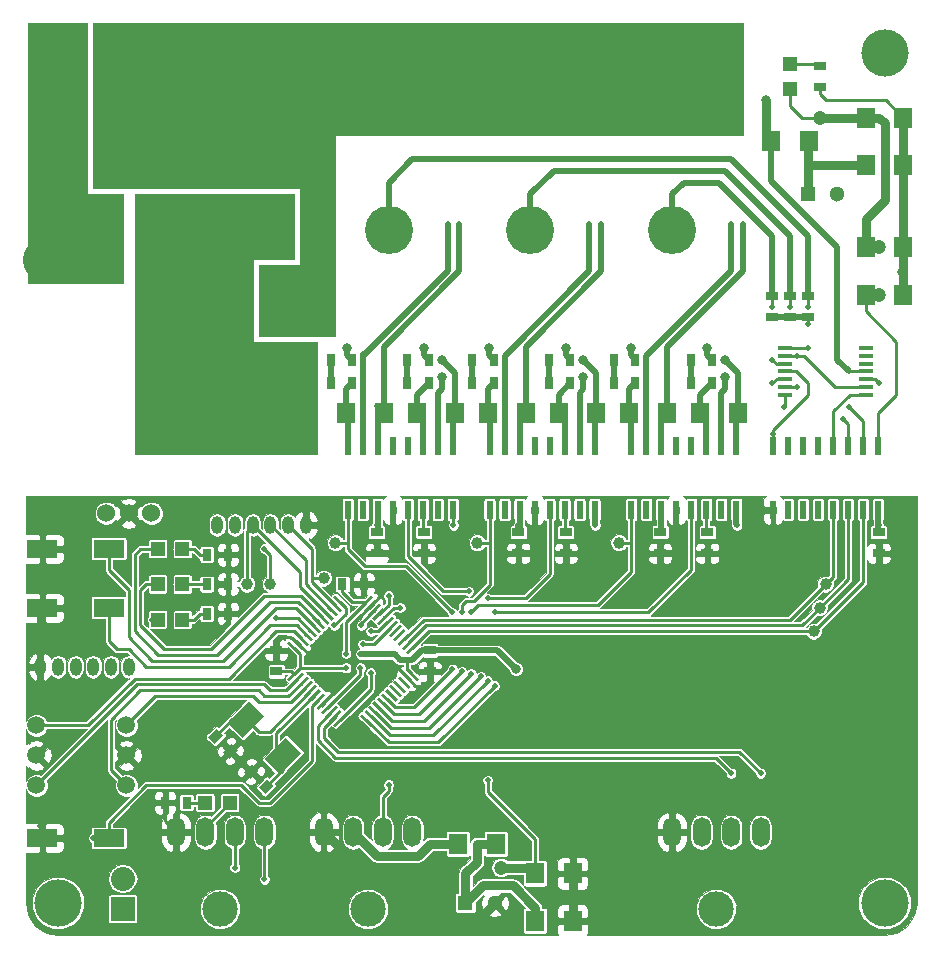
<source format=gbr>
G04 #@! TF.FileFunction,Copper,L1,Top,Signal*
%FSLAX46Y46*%
G04 Gerber Fmt 4.6, Leading zero omitted, Abs format (unit mm)*
G04 Created by KiCad (PCBNEW 4.0.6) date 03/21/17 17:18:28*
%MOMM*%
%LPD*%
G01*
G04 APERTURE LIST*
%ADD10C,0.100000*%
%ADD11R,1.600000X1.800000*%
%ADD12R,1.000000X0.800000*%
%ADD13R,2.400300X4.000500*%
%ADD14R,0.800000X1.000000*%
%ADD15R,0.600000X1.500000*%
%ADD16O,1.000000X1.524000*%
%ADD17O,1.500000X2.500000*%
%ADD18C,3.000000*%
%ADD19R,3.000000X6.500000*%
%ADD20R,6.451600X3.000000*%
%ADD21C,4.064000*%
%ADD22R,2.600000X1.500000*%
%ADD23C,1.524000*%
%ADD24O,8.000000X3.500000*%
%ADD25R,1.200000X0.400000*%
%ADD26C,1.300000*%
%ADD27R,1.300000X1.300000*%
%ADD28R,2.032000X2.032000*%
%ADD29O,2.032000X2.032000*%
%ADD30C,1.500000*%
%ADD31R,1.198880X1.198880*%
%ADD32C,1.000000*%
%ADD33C,4.000000*%
%ADD34C,0.500000*%
%ADD35C,1.200000*%
%ADD36C,0.800000*%
%ADD37C,0.250000*%
%ADD38C,0.800000*%
%ADD39C,0.500000*%
%ADD40C,0.026000*%
G04 APERTURE END LIST*
D10*
D11*
X71400000Y-12500000D03*
X74600000Y-12500000D03*
D10*
G36*
X18272792Y-62065685D02*
X17565685Y-62772792D01*
X17000000Y-62207107D01*
X17707107Y-61500000D01*
X18272792Y-62065685D01*
X18272792Y-62065685D01*
G37*
G36*
X17000000Y-60792893D02*
X16292893Y-61500000D01*
X15727208Y-60934315D01*
X16434315Y-60227208D01*
X17000000Y-60792893D01*
X17000000Y-60792893D01*
G37*
G36*
X18727208Y-63934315D02*
X19434315Y-63227208D01*
X20000000Y-63792893D01*
X19292893Y-64500000D01*
X18727208Y-63934315D01*
X18727208Y-63934315D01*
G37*
G36*
X20000000Y-65207107D02*
X20707107Y-64500000D01*
X21272792Y-65065685D01*
X20565685Y-65772792D01*
X20000000Y-65207107D01*
X20000000Y-65207107D01*
G37*
D12*
X54000000Y-43600000D03*
X54000000Y-45400000D03*
X30000000Y-43600000D03*
X30000000Y-45400000D03*
D11*
X39400000Y-33500000D03*
X42600000Y-33500000D03*
X45400000Y-33500000D03*
X48600000Y-33500000D03*
X71400000Y-8500000D03*
X74600000Y-8500000D03*
X71400000Y-19500000D03*
X74600000Y-19500000D03*
D12*
X46000000Y-43600000D03*
X46000000Y-45400000D03*
X58000000Y-43600000D03*
X58000000Y-45400000D03*
X34000000Y-43600000D03*
X34000000Y-45400000D03*
D10*
G36*
X17388730Y-59727208D02*
X19227208Y-57888730D01*
X20500000Y-59161522D01*
X18661522Y-61000000D01*
X17388730Y-59727208D01*
X17388730Y-59727208D01*
G37*
G36*
X20500000Y-62838478D02*
X22338478Y-61000000D01*
X23611270Y-62272792D01*
X21772792Y-64111270D01*
X20500000Y-62838478D01*
X20500000Y-62838478D01*
G37*
D12*
X42000000Y-43600000D03*
X42000000Y-45400000D03*
D11*
X51400000Y-33500000D03*
X54600000Y-33500000D03*
X57400000Y-33500000D03*
X60600000Y-33500000D03*
X27400000Y-33500000D03*
X30600000Y-33500000D03*
X33400000Y-33500000D03*
X36600000Y-33500000D03*
X71400000Y-23500000D03*
X74600000Y-23500000D03*
D13*
X21500000Y-8999500D03*
X21500000Y-17000500D03*
X21500000Y-23999500D03*
X21500000Y-32000500D03*
D14*
X39900000Y-31000000D03*
X38100000Y-31000000D03*
X46400000Y-31000000D03*
X44600000Y-31000000D03*
X51900000Y-31000000D03*
X50100000Y-31000000D03*
X58400000Y-31000000D03*
X56600000Y-31000000D03*
X27900000Y-31000000D03*
X26100000Y-31000000D03*
X34400000Y-31000000D03*
X32600000Y-31000000D03*
D11*
X66600000Y-10500000D03*
X63400000Y-10500000D03*
D15*
X72445000Y-36300000D03*
X71175000Y-36300000D03*
X69905000Y-36300000D03*
X68635000Y-36300000D03*
X67365000Y-36300000D03*
X66095000Y-36300000D03*
X64825000Y-36300000D03*
X63555000Y-36300000D03*
X63555000Y-41700000D03*
X64825000Y-41700000D03*
X66095000Y-41700000D03*
X67365000Y-41700000D03*
X68635000Y-41700000D03*
X69905000Y-41700000D03*
X71175000Y-41700000D03*
X72445000Y-41700000D03*
D16*
X1500000Y-55000000D03*
X3000000Y-55000000D03*
X4500000Y-55000000D03*
X6000000Y-55000000D03*
X7500000Y-55000000D03*
X9000000Y-55000000D03*
X24000000Y-43000000D03*
X22500000Y-43000000D03*
X21000000Y-43000000D03*
X19500000Y-43000000D03*
X18000000Y-43000000D03*
X16500000Y-43000000D03*
D17*
X13000000Y-69000000D03*
X15500000Y-69000000D03*
X18000000Y-69000000D03*
X20500000Y-69000000D03*
D18*
X16750000Y-75500000D03*
D17*
X25500000Y-69000000D03*
X28000000Y-69000000D03*
X30500000Y-69000000D03*
X33000000Y-69000000D03*
D18*
X29250000Y-75500000D03*
D17*
X55000000Y-69000000D03*
X57500000Y-69000000D03*
X60000000Y-69000000D03*
X62500000Y-69000000D03*
D18*
X58750000Y-75500000D03*
D19*
X2200000Y-4500000D03*
D20*
X9400000Y-3600000D03*
D19*
X3700000Y-13000000D03*
D20*
X9400000Y-12600000D03*
D21*
X43000000Y-18000000D03*
X55000000Y-18000000D03*
X31000000Y-18000000D03*
D14*
X39900000Y-29000000D03*
X38100000Y-29000000D03*
X46400000Y-29000000D03*
X44600000Y-29000000D03*
X51900000Y-29000000D03*
X50100000Y-29000000D03*
X58400000Y-29000000D03*
X56600000Y-29000000D03*
X27900000Y-29000000D03*
X26100000Y-29000000D03*
X34400000Y-29000000D03*
X32600000Y-29000000D03*
D12*
X65000000Y-23600000D03*
X65000000Y-25400000D03*
X63500000Y-23600000D03*
X63500000Y-25400000D03*
X66500000Y-23600000D03*
X66500000Y-25400000D03*
D22*
X1700000Y-69500000D03*
X7300000Y-69500000D03*
D10*
G36*
X22608311Y-56179379D02*
X22431534Y-56002602D01*
X23350773Y-55083363D01*
X23527550Y-55260140D01*
X22608311Y-56179379D01*
X22608311Y-56179379D01*
G37*
G36*
X22961864Y-56532932D02*
X22785087Y-56356155D01*
X23704326Y-55436916D01*
X23881103Y-55613693D01*
X22961864Y-56532932D01*
X22961864Y-56532932D01*
G37*
G36*
X23315418Y-56886486D02*
X23138641Y-56709709D01*
X24057880Y-55790470D01*
X24234657Y-55967247D01*
X23315418Y-56886486D01*
X23315418Y-56886486D01*
G37*
G36*
X23668971Y-57240039D02*
X23492194Y-57063262D01*
X24411433Y-56144023D01*
X24588210Y-56320800D01*
X23668971Y-57240039D01*
X23668971Y-57240039D01*
G37*
G36*
X24022524Y-57593592D02*
X23845747Y-57416815D01*
X24764986Y-56497576D01*
X24941763Y-56674353D01*
X24022524Y-57593592D01*
X24022524Y-57593592D01*
G37*
G36*
X24376078Y-57947146D02*
X24199301Y-57770369D01*
X25118540Y-56851130D01*
X25295317Y-57027907D01*
X24376078Y-57947146D01*
X24376078Y-57947146D01*
G37*
G36*
X24729631Y-58300699D02*
X24552854Y-58123922D01*
X25472093Y-57204683D01*
X25648870Y-57381460D01*
X24729631Y-58300699D01*
X24729631Y-58300699D01*
G37*
G36*
X25083185Y-58654253D02*
X24906408Y-58477476D01*
X25825647Y-57558237D01*
X26002424Y-57735014D01*
X25083185Y-58654253D01*
X25083185Y-58654253D01*
G37*
G36*
X25436738Y-59007806D02*
X25259961Y-58831029D01*
X26179200Y-57911790D01*
X26355977Y-58088567D01*
X25436738Y-59007806D01*
X25436738Y-59007806D01*
G37*
G36*
X25790291Y-59361359D02*
X25613514Y-59184582D01*
X26532753Y-58265343D01*
X26709530Y-58442120D01*
X25790291Y-59361359D01*
X25790291Y-59361359D01*
G37*
G36*
X26143845Y-59714913D02*
X25967068Y-59538136D01*
X26886307Y-58618897D01*
X27063084Y-58795674D01*
X26143845Y-59714913D01*
X26143845Y-59714913D01*
G37*
G36*
X26497398Y-60068466D02*
X26320621Y-59891689D01*
X27239860Y-58972450D01*
X27416637Y-59149227D01*
X26497398Y-60068466D01*
X26497398Y-60068466D01*
G37*
G36*
X29679379Y-59891689D02*
X29502602Y-60068466D01*
X28583363Y-59149227D01*
X28760140Y-58972450D01*
X29679379Y-59891689D01*
X29679379Y-59891689D01*
G37*
G36*
X30032932Y-59538136D02*
X29856155Y-59714913D01*
X28936916Y-58795674D01*
X29113693Y-58618897D01*
X30032932Y-59538136D01*
X30032932Y-59538136D01*
G37*
G36*
X30386486Y-59184582D02*
X30209709Y-59361359D01*
X29290470Y-58442120D01*
X29467247Y-58265343D01*
X30386486Y-59184582D01*
X30386486Y-59184582D01*
G37*
G36*
X30740039Y-58831029D02*
X30563262Y-59007806D01*
X29644023Y-58088567D01*
X29820800Y-57911790D01*
X30740039Y-58831029D01*
X30740039Y-58831029D01*
G37*
G36*
X31093592Y-58477476D02*
X30916815Y-58654253D01*
X29997576Y-57735014D01*
X30174353Y-57558237D01*
X31093592Y-58477476D01*
X31093592Y-58477476D01*
G37*
G36*
X31447146Y-58123922D02*
X31270369Y-58300699D01*
X30351130Y-57381460D01*
X30527907Y-57204683D01*
X31447146Y-58123922D01*
X31447146Y-58123922D01*
G37*
G36*
X31800699Y-57770369D02*
X31623922Y-57947146D01*
X30704683Y-57027907D01*
X30881460Y-56851130D01*
X31800699Y-57770369D01*
X31800699Y-57770369D01*
G37*
G36*
X32154253Y-57416815D02*
X31977476Y-57593592D01*
X31058237Y-56674353D01*
X31235014Y-56497576D01*
X32154253Y-57416815D01*
X32154253Y-57416815D01*
G37*
G36*
X32507806Y-57063262D02*
X32331029Y-57240039D01*
X31411790Y-56320800D01*
X31588567Y-56144023D01*
X32507806Y-57063262D01*
X32507806Y-57063262D01*
G37*
G36*
X32861359Y-56709709D02*
X32684582Y-56886486D01*
X31765343Y-55967247D01*
X31942120Y-55790470D01*
X32861359Y-56709709D01*
X32861359Y-56709709D01*
G37*
G36*
X33214913Y-56356155D02*
X33038136Y-56532932D01*
X32118897Y-55613693D01*
X32295674Y-55436916D01*
X33214913Y-56356155D01*
X33214913Y-56356155D01*
G37*
G36*
X33568466Y-56002602D02*
X33391689Y-56179379D01*
X32472450Y-55260140D01*
X32649227Y-55083363D01*
X33568466Y-56002602D01*
X33568466Y-56002602D01*
G37*
G36*
X32649227Y-53916637D02*
X32472450Y-53739860D01*
X33391689Y-52820621D01*
X33568466Y-52997398D01*
X32649227Y-53916637D01*
X32649227Y-53916637D01*
G37*
G36*
X32295674Y-53563084D02*
X32118897Y-53386307D01*
X33038136Y-52467068D01*
X33214913Y-52643845D01*
X32295674Y-53563084D01*
X32295674Y-53563084D01*
G37*
G36*
X31942120Y-53209530D02*
X31765343Y-53032753D01*
X32684582Y-52113514D01*
X32861359Y-52290291D01*
X31942120Y-53209530D01*
X31942120Y-53209530D01*
G37*
G36*
X31588567Y-52855977D02*
X31411790Y-52679200D01*
X32331029Y-51759961D01*
X32507806Y-51936738D01*
X31588567Y-52855977D01*
X31588567Y-52855977D01*
G37*
G36*
X31235014Y-52502424D02*
X31058237Y-52325647D01*
X31977476Y-51406408D01*
X32154253Y-51583185D01*
X31235014Y-52502424D01*
X31235014Y-52502424D01*
G37*
G36*
X30881460Y-52148870D02*
X30704683Y-51972093D01*
X31623922Y-51052854D01*
X31800699Y-51229631D01*
X30881460Y-52148870D01*
X30881460Y-52148870D01*
G37*
G36*
X30527907Y-51795317D02*
X30351130Y-51618540D01*
X31270369Y-50699301D01*
X31447146Y-50876078D01*
X30527907Y-51795317D01*
X30527907Y-51795317D01*
G37*
G36*
X30174353Y-51441763D02*
X29997576Y-51264986D01*
X30916815Y-50345747D01*
X31093592Y-50522524D01*
X30174353Y-51441763D01*
X30174353Y-51441763D01*
G37*
G36*
X29820800Y-51088210D02*
X29644023Y-50911433D01*
X30563262Y-49992194D01*
X30740039Y-50168971D01*
X29820800Y-51088210D01*
X29820800Y-51088210D01*
G37*
G36*
X29467247Y-50734657D02*
X29290470Y-50557880D01*
X30209709Y-49638641D01*
X30386486Y-49815418D01*
X29467247Y-50734657D01*
X29467247Y-50734657D01*
G37*
G36*
X29113693Y-50381103D02*
X28936916Y-50204326D01*
X29856155Y-49285087D01*
X30032932Y-49461864D01*
X29113693Y-50381103D01*
X29113693Y-50381103D01*
G37*
G36*
X28760140Y-50027550D02*
X28583363Y-49850773D01*
X29502602Y-48931534D01*
X29679379Y-49108311D01*
X28760140Y-50027550D01*
X28760140Y-50027550D01*
G37*
G36*
X27416637Y-49850773D02*
X27239860Y-50027550D01*
X26320621Y-49108311D01*
X26497398Y-48931534D01*
X27416637Y-49850773D01*
X27416637Y-49850773D01*
G37*
G36*
X27063084Y-50204326D02*
X26886307Y-50381103D01*
X25967068Y-49461864D01*
X26143845Y-49285087D01*
X27063084Y-50204326D01*
X27063084Y-50204326D01*
G37*
G36*
X26709530Y-50557880D02*
X26532753Y-50734657D01*
X25613514Y-49815418D01*
X25790291Y-49638641D01*
X26709530Y-50557880D01*
X26709530Y-50557880D01*
G37*
G36*
X26355977Y-50911433D02*
X26179200Y-51088210D01*
X25259961Y-50168971D01*
X25436738Y-49992194D01*
X26355977Y-50911433D01*
X26355977Y-50911433D01*
G37*
G36*
X26002424Y-51264986D02*
X25825647Y-51441763D01*
X24906408Y-50522524D01*
X25083185Y-50345747D01*
X26002424Y-51264986D01*
X26002424Y-51264986D01*
G37*
G36*
X25648870Y-51618540D02*
X25472093Y-51795317D01*
X24552854Y-50876078D01*
X24729631Y-50699301D01*
X25648870Y-51618540D01*
X25648870Y-51618540D01*
G37*
G36*
X25295317Y-51972093D02*
X25118540Y-52148870D01*
X24199301Y-51229631D01*
X24376078Y-51052854D01*
X25295317Y-51972093D01*
X25295317Y-51972093D01*
G37*
G36*
X24941763Y-52325647D02*
X24764986Y-52502424D01*
X23845747Y-51583185D01*
X24022524Y-51406408D01*
X24941763Y-52325647D01*
X24941763Y-52325647D01*
G37*
G36*
X24588210Y-52679200D02*
X24411433Y-52855977D01*
X23492194Y-51936738D01*
X23668971Y-51759961D01*
X24588210Y-52679200D01*
X24588210Y-52679200D01*
G37*
G36*
X24234657Y-53032753D02*
X24057880Y-53209530D01*
X23138641Y-52290291D01*
X23315418Y-52113514D01*
X24234657Y-53032753D01*
X24234657Y-53032753D01*
G37*
G36*
X23881103Y-53386307D02*
X23704326Y-53563084D01*
X22785087Y-52643845D01*
X22961864Y-52467068D01*
X23881103Y-53386307D01*
X23881103Y-53386307D01*
G37*
G36*
X23527550Y-53739860D02*
X23350773Y-53916637D01*
X22431534Y-52997398D01*
X22608311Y-52820621D01*
X23527550Y-53739860D01*
X23527550Y-53739860D01*
G37*
D23*
X7090000Y-42000000D03*
X9000000Y-42000000D03*
X10910000Y-42000000D03*
D24*
X14000000Y-20600000D03*
X4000000Y-20600000D03*
D15*
X39555000Y-41700000D03*
X40825000Y-41700000D03*
X42095000Y-41700000D03*
X43365000Y-41700000D03*
X44635000Y-41700000D03*
X45905000Y-41700000D03*
X47175000Y-41700000D03*
X48445000Y-41700000D03*
X48445000Y-36300000D03*
X47175000Y-36300000D03*
X45905000Y-36300000D03*
X44635000Y-36300000D03*
X43365000Y-36300000D03*
X42095000Y-36300000D03*
X40825000Y-36300000D03*
X39555000Y-36300000D03*
X51555000Y-41700000D03*
X52825000Y-41700000D03*
X54095000Y-41700000D03*
X55365000Y-41700000D03*
X56635000Y-41700000D03*
X57905000Y-41700000D03*
X59175000Y-41700000D03*
X60445000Y-41700000D03*
X60445000Y-36300000D03*
X59175000Y-36300000D03*
X57905000Y-36300000D03*
X56635000Y-36300000D03*
X55365000Y-36300000D03*
X54095000Y-36300000D03*
X52825000Y-36300000D03*
X51555000Y-36300000D03*
X27555000Y-41700000D03*
X28825000Y-41700000D03*
X30095000Y-41700000D03*
X31365000Y-41700000D03*
X32635000Y-41700000D03*
X33905000Y-41700000D03*
X35175000Y-41700000D03*
X36445000Y-41700000D03*
X36445000Y-36300000D03*
X35175000Y-36300000D03*
X33905000Y-36300000D03*
X32635000Y-36300000D03*
X31365000Y-36300000D03*
X30095000Y-36300000D03*
X28825000Y-36300000D03*
X27555000Y-36300000D03*
D25*
X71450000Y-31950000D03*
X71450000Y-31300000D03*
X71450000Y-30650000D03*
X71450000Y-30000000D03*
X71450000Y-29350000D03*
X71450000Y-28700000D03*
X71450000Y-28050000D03*
X64550000Y-28050000D03*
X64550000Y-28700000D03*
X64550000Y-29350000D03*
X64550000Y-30000000D03*
X64550000Y-30650000D03*
X64550000Y-31300000D03*
X64550000Y-31950000D03*
D26*
X69000000Y-15000000D03*
D27*
X66500000Y-15000000D03*
D26*
X40000000Y-75000000D03*
D27*
X37500000Y-75000000D03*
D11*
X43400000Y-72500000D03*
X46600000Y-72500000D03*
X43400000Y-76500000D03*
X46600000Y-76500000D03*
X40100000Y-70000000D03*
X36900000Y-70000000D03*
D28*
X8500000Y-75500000D03*
D29*
X8500000Y-72960000D03*
D22*
X1700000Y-45000000D03*
X7300000Y-45000000D03*
X1700000Y-50000000D03*
X7300000Y-50000000D03*
D30*
X8810000Y-65040000D03*
X8810000Y-62500000D03*
X8810000Y-59960000D03*
X1190000Y-59960000D03*
X1190000Y-62500000D03*
X1190000Y-65040000D03*
D31*
X11450980Y-51000000D03*
X13549020Y-51000000D03*
X11450980Y-45000000D03*
X13549020Y-45000000D03*
X11450980Y-48000000D03*
X13549020Y-48000000D03*
D14*
X15600000Y-50500000D03*
X17400000Y-50500000D03*
X15600000Y-45500000D03*
X17400000Y-45500000D03*
X15600000Y-48000000D03*
X17400000Y-48000000D03*
D12*
X72500000Y-43600000D03*
X72500000Y-45400000D03*
D14*
X27100000Y-48000000D03*
X28900000Y-48000000D03*
D12*
X34500000Y-53600000D03*
X34500000Y-55400000D03*
X21500000Y-55400000D03*
X21500000Y-53600000D03*
D31*
X17549020Y-66500000D03*
X15450980Y-66500000D03*
X65000000Y-6049020D03*
X65000000Y-3950980D03*
D14*
X13900000Y-66500000D03*
X12100000Y-66500000D03*
D12*
X67500000Y-4100000D03*
X67500000Y-5900000D03*
D32*
X25500000Y-47500000D03*
X21000000Y-48000000D03*
X19000000Y-48000000D03*
X67000000Y-52000000D03*
X67500000Y-50000000D03*
X68000000Y-48000000D03*
X50500000Y-44500000D03*
X26500000Y-44500000D03*
X38500000Y-44500000D03*
D33*
X3000000Y-75000000D03*
X73000000Y-75000000D03*
X73000000Y-3000000D03*
D34*
X37500000Y-63300000D03*
X27000000Y-65000000D03*
X18500000Y-63000000D03*
X16500000Y-52000000D03*
X72500000Y-45000000D03*
X34000000Y-45000000D03*
X30000000Y-45000000D03*
X42000000Y-45000000D03*
X46000000Y-45000000D03*
X54000000Y-45000000D03*
X58000000Y-45000000D03*
X1500000Y-68500000D03*
X39400000Y-64600000D03*
D35*
X40500000Y-72000000D03*
D34*
X48000000Y-17500000D03*
D36*
X47500000Y-30500000D03*
D34*
X60000000Y-17500000D03*
D36*
X59500000Y-30500000D03*
D34*
X36000000Y-17500000D03*
D36*
X35500000Y-30500000D03*
X63000000Y-7000000D03*
D34*
X27400000Y-53900000D03*
X28600000Y-53924998D03*
D36*
X41800000Y-55200000D03*
D34*
X72500000Y-43000000D03*
X42000000Y-43000000D03*
X48500000Y-43000000D03*
X60500000Y-43000000D03*
X54095000Y-43000000D03*
X30000000Y-43000000D03*
X36500000Y-43000000D03*
X11000000Y-51000000D03*
X27400000Y-55100000D03*
X28600000Y-55100000D03*
X29500000Y-55500000D03*
X63500000Y-29000000D03*
X65000000Y-24500000D03*
X49000000Y-17500000D03*
D36*
X74500000Y-21600000D03*
D34*
X63555000Y-35300000D03*
D36*
X59500000Y-29000000D03*
X47500000Y-29000000D03*
X35500000Y-29000000D03*
D34*
X63500000Y-31000000D03*
X63500000Y-24500000D03*
X61000000Y-17500000D03*
X72500000Y-31000000D03*
X66500000Y-24500000D03*
X37000000Y-17500000D03*
D35*
X72500000Y-19500000D03*
X67500000Y-8500000D03*
D36*
X58000000Y-28000000D03*
X51500000Y-28000000D03*
X46000000Y-28000000D03*
X39500000Y-28000000D03*
X34000000Y-28000000D03*
X27500000Y-28000000D03*
D35*
X72500000Y-23500000D03*
D34*
X66500000Y-28000000D03*
X70000000Y-33000000D03*
X64500000Y-33000000D03*
X69500000Y-34000000D03*
X26400000Y-51500000D03*
X28700000Y-51500000D03*
X28800000Y-53100000D03*
X29500000Y-52000000D03*
X20500000Y-45000000D03*
X31000000Y-65000000D03*
X18000000Y-72000000D03*
X20500000Y-73000000D03*
X6000000Y-69500000D03*
X21500000Y-50900000D03*
X66500000Y-26000000D03*
X65600000Y-28700000D03*
X65600000Y-31300000D03*
X37200000Y-55400000D03*
X37200000Y-50400000D03*
X38000000Y-55600000D03*
X38000000Y-50400000D03*
X36400000Y-55200000D03*
X36400000Y-50400000D03*
X32000000Y-50000000D03*
X31000000Y-49000000D03*
X39400000Y-56200000D03*
X39400000Y-49200000D03*
X40000000Y-50400000D03*
X40000000Y-56600000D03*
X37800000Y-48600000D03*
X38800000Y-55800000D03*
X62500000Y-64000000D03*
X60000000Y-64000000D03*
D37*
X12100000Y-66500000D02*
X12100000Y-68100000D01*
X12100000Y-68100000D02*
X13000000Y-69000000D01*
X27000000Y-65000000D02*
X28700000Y-63300000D01*
X28700000Y-63300000D02*
X37500000Y-63300000D01*
X25500000Y-69000000D02*
X25500000Y-66500000D01*
X25500000Y-66500000D02*
X27000000Y-65000000D01*
D38*
X40000000Y-75000000D02*
X38000000Y-77000000D01*
X29000000Y-72500000D02*
X25500000Y-69000000D01*
X31000000Y-72500000D02*
X29000000Y-72500000D01*
X35500000Y-77000000D02*
X31000000Y-72500000D01*
X38000000Y-77000000D02*
X35500000Y-77000000D01*
X46600000Y-72500000D02*
X46600000Y-76500000D01*
D37*
X17636396Y-62136396D02*
X18500000Y-63000000D01*
X18500000Y-63000000D02*
X19363604Y-63863604D01*
X17400000Y-48000000D02*
X17400000Y-50500000D01*
X17400000Y-45500000D02*
X17400000Y-48000000D01*
X16500000Y-52000000D02*
X17400000Y-51100000D01*
X17400000Y-51100000D02*
X17400000Y-50500000D01*
D39*
X31365000Y-41700000D02*
X31365000Y-45135000D01*
X31100000Y-45400000D02*
X30000000Y-45400000D01*
X31365000Y-45135000D02*
X31100000Y-45400000D01*
X43365000Y-41700000D02*
X43365000Y-45135000D01*
X43100000Y-45400000D02*
X42000000Y-45400000D01*
X43365000Y-45135000D02*
X43100000Y-45400000D01*
X55365000Y-41700000D02*
X55365000Y-45135000D01*
X55100000Y-45400000D02*
X54000000Y-45400000D01*
X55365000Y-45135000D02*
X55100000Y-45400000D01*
D37*
X72500000Y-45400000D02*
X72500000Y-45000000D01*
X34000000Y-45400000D02*
X34000000Y-45000000D01*
X30000000Y-45400000D02*
X30000000Y-45000000D01*
X42000000Y-45400000D02*
X42000000Y-45000000D01*
X46000000Y-45400000D02*
X46000000Y-45000000D01*
X54000000Y-45400000D02*
X54000000Y-45000000D01*
X58000000Y-45400000D02*
X58000000Y-45000000D01*
X28900000Y-48000000D02*
X29800000Y-48000000D01*
X30200000Y-49118019D02*
X29484924Y-49833095D01*
X30200000Y-48400000D02*
X30200000Y-49118019D01*
X29800000Y-48000000D02*
X30200000Y-48400000D01*
X21500000Y-53600000D02*
X21500000Y-52950002D01*
X22697313Y-52450002D02*
X23297741Y-53050430D01*
X22000000Y-52450002D02*
X22697313Y-52450002D01*
X21500000Y-52950002D02*
X22000000Y-52450002D01*
X23297741Y-53050430D02*
X23333095Y-53015076D01*
X32666905Y-55984924D02*
X33281981Y-56600000D01*
X34500000Y-56100000D02*
X34500000Y-55400000D01*
X34000000Y-56600000D02*
X34500000Y-56100000D01*
X33281981Y-56600000D02*
X34000000Y-56600000D01*
D39*
X1700000Y-50000000D02*
X1500000Y-50200000D01*
X1500000Y-50200000D02*
X1500000Y-55000000D01*
D37*
X1700000Y-45000000D02*
X1700000Y-50000000D01*
X1500000Y-68500000D02*
X1500000Y-69300000D01*
X1500000Y-69300000D02*
X1700000Y-69500000D01*
X28000000Y-54500000D02*
X28000000Y-51318019D01*
X28000000Y-51318019D02*
X29484924Y-49833095D01*
X23333095Y-53015076D02*
X24818019Y-54500000D01*
X24818019Y-54500000D02*
X28000000Y-54500000D01*
X32666905Y-55984924D02*
X31181981Y-54500000D01*
X31181981Y-54500000D02*
X28000000Y-54500000D01*
X28000000Y-55560661D02*
X25454416Y-58106245D01*
X28000000Y-54500000D02*
X28000000Y-55560661D01*
X16363604Y-60863604D02*
X17782843Y-59444365D01*
X17782843Y-59444365D02*
X18944365Y-59444365D01*
X24393755Y-57045584D02*
X20939339Y-60500000D01*
X20000000Y-60500000D02*
X18944365Y-59444365D01*
X20939339Y-60500000D02*
X20000000Y-60500000D01*
X20636396Y-65136396D02*
X22055635Y-63717157D01*
X22055635Y-63717157D02*
X22055635Y-62555635D01*
X24747309Y-57399138D02*
X21500000Y-60646447D01*
X21500000Y-60646447D02*
X21500000Y-62000000D01*
X21500000Y-62000000D02*
X22055635Y-62555635D01*
D39*
X57400000Y-33500000D02*
X57400000Y-32000000D01*
X57400000Y-32000000D02*
X58400000Y-31000000D01*
X57905000Y-36300000D02*
X57905000Y-34005000D01*
X57905000Y-34005000D02*
X57400000Y-33500000D01*
D37*
X43400000Y-72500000D02*
X43400000Y-69600000D01*
X39400000Y-64600000D02*
X39400000Y-65600000D01*
X39400000Y-65600000D02*
X43400000Y-69600000D01*
D38*
X40500000Y-72000000D02*
X42900000Y-72000000D01*
X42900000Y-72000000D02*
X43400000Y-72500000D01*
D39*
X48000000Y-18500000D02*
X48000000Y-21500000D01*
X48000000Y-21500000D02*
X40825000Y-28675000D01*
X40825000Y-36300000D02*
X40825000Y-28675000D01*
X48000000Y-18500000D02*
X48000000Y-17500000D01*
X47500000Y-30500000D02*
X47500000Y-31500000D01*
X47500000Y-31500000D02*
X47175000Y-31825000D01*
X47175000Y-31825000D02*
X47175000Y-36300000D01*
X60000000Y-18500000D02*
X60000000Y-21500000D01*
X60000000Y-21500000D02*
X52825000Y-28675000D01*
X52825000Y-36300000D02*
X52825000Y-28675000D01*
X60000000Y-17500000D02*
X60000000Y-18500000D01*
X59175000Y-36300000D02*
X59175000Y-31825000D01*
X59175000Y-31825000D02*
X59500000Y-31500000D01*
X59500000Y-31500000D02*
X59500000Y-30500000D01*
X36000000Y-18500000D02*
X36000000Y-21500000D01*
X29000000Y-28500000D02*
X28825000Y-28500000D01*
X28825000Y-28675000D02*
X29000000Y-28500000D01*
X36000000Y-21500000D02*
X28825000Y-28675000D01*
X28825000Y-28500000D02*
X28825000Y-36300000D01*
X36000000Y-18500000D02*
X36000000Y-17500000D01*
X35175000Y-31825000D02*
X35175000Y-36300000D01*
X35500000Y-31500000D02*
X35175000Y-31825000D01*
X35500000Y-30500000D02*
X35500000Y-31500000D01*
X69000000Y-29000000D02*
X70000000Y-30000000D01*
X63400000Y-13900000D02*
X69000000Y-19500000D01*
X69000000Y-19500000D02*
X69000000Y-29000000D01*
X63400000Y-10500000D02*
X63400000Y-13900000D01*
D37*
X70000000Y-30000000D02*
X71450000Y-30000000D01*
D38*
X63000000Y-7000000D02*
X63000000Y-10100000D01*
X63000000Y-10100000D02*
X63400000Y-10500000D01*
D37*
X33020458Y-55631371D02*
X32600000Y-55210913D01*
X32600000Y-55210913D02*
X32600000Y-54400000D01*
X27400000Y-51210913D02*
X29131371Y-49479542D01*
X27400000Y-53900000D02*
X27400000Y-51210913D01*
D39*
X34500000Y-53600000D02*
X33800000Y-53600000D01*
X31524998Y-53924998D02*
X28600000Y-53924998D01*
X32000000Y-54400000D02*
X31524998Y-53924998D01*
X33000000Y-54400000D02*
X32600000Y-54400000D01*
X32600000Y-54400000D02*
X32000000Y-54400000D01*
X33800000Y-53600000D02*
X33000000Y-54400000D01*
X34500000Y-53600000D02*
X40200000Y-53600000D01*
X40200000Y-53600000D02*
X41800000Y-55200000D01*
X72500000Y-43000000D02*
X72445000Y-43000000D01*
X72445000Y-43000000D02*
X72500000Y-43000000D01*
X72500000Y-43000000D02*
X72445000Y-43000000D01*
X42000000Y-43000000D02*
X42000000Y-43600000D01*
X48445000Y-42945000D02*
X48500000Y-43000000D01*
X48445000Y-42945000D02*
X48445000Y-41700000D01*
X60445000Y-42945000D02*
X60500000Y-43000000D01*
X60445000Y-42945000D02*
X60445000Y-41700000D01*
D37*
X30000000Y-43600000D02*
X30000000Y-43000000D01*
X36445000Y-42945000D02*
X36500000Y-43000000D01*
X36445000Y-42945000D02*
X36445000Y-41700000D01*
X11450980Y-51000000D02*
X11000000Y-51000000D01*
D39*
X30095000Y-41700000D02*
X30095000Y-43505000D01*
X30095000Y-43505000D02*
X30000000Y-43600000D01*
X42095000Y-41700000D02*
X42095000Y-43505000D01*
X42095000Y-43505000D02*
X42000000Y-43600000D01*
X54095000Y-41700000D02*
X54095000Y-43000000D01*
X54095000Y-43000000D02*
X54095000Y-43505000D01*
X54095000Y-43505000D02*
X54000000Y-43600000D01*
X72445000Y-41700000D02*
X72445000Y-43000000D01*
X72445000Y-43000000D02*
X72445000Y-43545000D01*
X72445000Y-43545000D02*
X72500000Y-43600000D01*
D37*
X27100000Y-48000000D02*
X27100000Y-48700000D01*
X27100000Y-48700000D02*
X27879542Y-49479542D01*
X27879542Y-49479542D02*
X29131371Y-49479542D01*
X21500000Y-55400000D02*
X22748171Y-55400000D01*
X22748171Y-55400000D02*
X22979542Y-55631371D01*
X23510913Y-55100000D02*
X27400000Y-55100000D01*
X22979542Y-55631371D02*
X23510913Y-55100000D01*
X28600000Y-55667767D02*
X28600000Y-55100000D01*
X28600000Y-55667767D02*
X25807969Y-58459798D01*
X22979542Y-53368629D02*
X23500000Y-53889087D01*
X23500000Y-55110913D02*
X22979542Y-55631371D01*
X23500000Y-53889087D02*
X23500000Y-55110913D01*
X29500000Y-56889087D02*
X26868629Y-59520458D01*
X29500000Y-55500000D02*
X29500000Y-56889087D01*
D39*
X39400000Y-33500000D02*
X39400000Y-31500000D01*
X39400000Y-31500000D02*
X39900000Y-31000000D01*
X39555000Y-36300000D02*
X39555000Y-33655000D01*
X39555000Y-33655000D02*
X39400000Y-33500000D01*
D37*
X65000000Y-23600000D02*
X65000000Y-24500000D01*
X63850000Y-29350000D02*
X64550000Y-29350000D01*
X63850000Y-29350000D02*
X63500000Y-29000000D01*
D39*
X65000000Y-23600000D02*
X65000000Y-18500000D01*
X45000000Y-13000000D02*
X59500000Y-13000000D01*
X43000000Y-15000000D02*
X43000000Y-18000000D01*
X43000000Y-15000000D02*
X45000000Y-13000000D01*
X59500000Y-13000000D02*
X65000000Y-18500000D01*
X49000000Y-18500000D02*
X49000000Y-21500000D01*
X49000000Y-21500000D02*
X42600000Y-27900000D01*
X42095000Y-36300000D02*
X42095000Y-34005000D01*
X42095000Y-34005000D02*
X42600000Y-33500000D01*
X42600000Y-33500000D02*
X42600000Y-27900000D01*
X49000000Y-17500000D02*
X49000000Y-18500000D01*
X45400000Y-33500000D02*
X45400000Y-32000000D01*
X45400000Y-32000000D02*
X46400000Y-31000000D01*
X45905000Y-36300000D02*
X45905000Y-34005000D01*
X45905000Y-34005000D02*
X45400000Y-33500000D01*
D37*
X67500000Y-5900000D02*
X67500000Y-6500000D01*
X68000000Y-7000000D02*
X73100000Y-7000000D01*
X67500000Y-6500000D02*
X68000000Y-7000000D01*
X73100000Y-7000000D02*
X74600000Y-8500000D01*
D38*
X74500000Y-21600000D02*
X74600000Y-21500000D01*
X74600000Y-21500000D02*
X74500000Y-21500000D01*
X74500000Y-21500000D02*
X74600000Y-21500000D01*
X74600000Y-19500000D02*
X74600000Y-21500000D01*
X74600000Y-21500000D02*
X74600000Y-23500000D01*
X74600000Y-12500000D02*
X74600000Y-19500000D01*
X74600000Y-8500000D02*
X74600000Y-12500000D01*
D37*
X64550000Y-30000000D02*
X65500000Y-30000000D01*
X65500000Y-30000000D02*
X66500000Y-31000000D01*
X66500000Y-31000000D02*
X66500000Y-32000000D01*
X66500000Y-32000000D02*
X63555000Y-34945000D01*
X63555000Y-34945000D02*
X63555000Y-35300000D01*
X63555000Y-35300000D02*
X63555000Y-36300000D01*
D39*
X60600000Y-33500000D02*
X60600000Y-30100000D01*
X60600000Y-30100000D02*
X59500000Y-29000000D01*
X48600000Y-33500000D02*
X48600000Y-30100000D01*
X48600000Y-30100000D02*
X47500000Y-29000000D01*
X36600000Y-33500000D02*
X36600000Y-30100000D01*
X36600000Y-30100000D02*
X35500000Y-29000000D01*
X60445000Y-36300000D02*
X60445000Y-33655000D01*
X60445000Y-33655000D02*
X60600000Y-33500000D01*
X48445000Y-36300000D02*
X48445000Y-33655000D01*
X48445000Y-33655000D02*
X48600000Y-33500000D01*
X36445000Y-36300000D02*
X36445000Y-33655000D01*
X36445000Y-33655000D02*
X36600000Y-33500000D01*
X51400000Y-33500000D02*
X51400000Y-31500000D01*
X51400000Y-31500000D02*
X51900000Y-31000000D01*
X51555000Y-36300000D02*
X51555000Y-33655000D01*
X51555000Y-33655000D02*
X51400000Y-33500000D01*
D37*
X63500000Y-23600000D02*
X63500000Y-24500000D01*
X63850000Y-30650000D02*
X63500000Y-31000000D01*
X63850000Y-30650000D02*
X64550000Y-30650000D01*
D39*
X63500000Y-23600000D02*
X63500000Y-18500000D01*
X63500000Y-18500000D02*
X59000000Y-14000000D01*
X59000000Y-14000000D02*
X56000000Y-14000000D01*
X55000000Y-15000000D02*
X56000000Y-14000000D01*
X55000000Y-15000000D02*
X55000000Y-18000000D01*
X61000000Y-18500000D02*
X61000000Y-21500000D01*
X61000000Y-21500000D02*
X54600000Y-27900000D01*
X54095000Y-36300000D02*
X54095000Y-34005000D01*
X54095000Y-34005000D02*
X54600000Y-33500000D01*
X54600000Y-33500000D02*
X54600000Y-27900000D01*
X61000000Y-17500000D02*
X61000000Y-18500000D01*
X27400000Y-33500000D02*
X27400000Y-31500000D01*
X27400000Y-31500000D02*
X27900000Y-31000000D01*
X27555000Y-36300000D02*
X27555000Y-33655000D01*
X27555000Y-33655000D02*
X27400000Y-33500000D01*
D37*
X66500000Y-23600000D02*
X66500000Y-24500000D01*
X72150000Y-30650000D02*
X71450000Y-30650000D01*
X72150000Y-30650000D02*
X72500000Y-31000000D01*
D39*
X66500000Y-23600000D02*
X66500000Y-18500000D01*
X31000000Y-14000000D02*
X33000000Y-12000000D01*
X31000000Y-14000000D02*
X31000000Y-18000000D01*
X60000000Y-12000000D02*
X33000000Y-12000000D01*
X66500000Y-18500000D02*
X60000000Y-12000000D01*
X37000000Y-18500000D02*
X37000000Y-21500000D01*
X37000000Y-21500000D02*
X30600000Y-27900000D01*
X30600000Y-33500000D02*
X30600000Y-27900000D01*
X37000000Y-17500000D02*
X37000000Y-18500000D01*
X30095000Y-36300000D02*
X30095000Y-34005000D01*
X30095000Y-34005000D02*
X30600000Y-33500000D01*
X30600000Y-33500000D02*
X30000000Y-32900000D01*
X33400000Y-33500000D02*
X33400000Y-32000000D01*
X33400000Y-32000000D02*
X34400000Y-31000000D01*
X33905000Y-36300000D02*
X33905000Y-34005000D01*
X33905000Y-34005000D02*
X33400000Y-33500000D01*
D38*
X71400000Y-12500000D02*
X66500000Y-12500000D01*
X66500000Y-15000000D02*
X66500000Y-12500000D01*
X66500000Y-12500000D02*
X66500000Y-10600000D01*
X66500000Y-10600000D02*
X66600000Y-10500000D01*
D37*
X65000000Y-6049020D02*
X65000000Y-7500000D01*
X66000000Y-8500000D02*
X67500000Y-8500000D01*
X65000000Y-7500000D02*
X66000000Y-8500000D01*
D38*
X71400000Y-19500000D02*
X72500000Y-19500000D01*
X71400000Y-8500000D02*
X72500000Y-8500000D01*
X71400000Y-17100000D02*
X71400000Y-19500000D01*
X73000000Y-15500000D02*
X71400000Y-17100000D01*
X73000000Y-9000000D02*
X73000000Y-15500000D01*
X72500000Y-8500000D02*
X73000000Y-9000000D01*
X71400000Y-8500000D02*
X67500000Y-8500000D01*
D39*
X58400000Y-29000000D02*
X58000000Y-28600000D01*
X58000000Y-28600000D02*
X58000000Y-28000000D01*
X51900000Y-29000000D02*
X51500000Y-28600000D01*
X51500000Y-28600000D02*
X51500000Y-28000000D01*
X46400000Y-29000000D02*
X46000000Y-28600000D01*
X46000000Y-28600000D02*
X46000000Y-28000000D01*
X39900000Y-29000000D02*
X39500000Y-28600000D01*
X39500000Y-28600000D02*
X39500000Y-28000000D01*
X34400000Y-29000000D02*
X34000000Y-28600000D01*
X34000000Y-28600000D02*
X34000000Y-28000000D01*
X27900000Y-29000000D02*
X27500000Y-28600000D01*
X27500000Y-28600000D02*
X27500000Y-28000000D01*
D37*
X71400000Y-23500000D02*
X71400000Y-24900000D01*
X72445000Y-33555000D02*
X72445000Y-36300000D01*
X74000000Y-32000000D02*
X72445000Y-33555000D01*
X74000000Y-27500000D02*
X74000000Y-32000000D01*
X71400000Y-24900000D02*
X74000000Y-27500000D01*
D38*
X72500000Y-23500000D02*
X71400000Y-23500000D01*
D39*
X38100000Y-29000000D02*
X38100000Y-31000000D01*
X44600000Y-29000000D02*
X44600000Y-31000000D01*
X50100000Y-29000000D02*
X50100000Y-31000000D01*
X56600000Y-29000000D02*
X56600000Y-31000000D01*
X26100000Y-29000000D02*
X26100000Y-31000000D01*
X32600000Y-29000000D02*
X32600000Y-31000000D01*
D37*
X71175000Y-36300000D02*
X71175000Y-34175000D01*
X66450000Y-28050000D02*
X64550000Y-28050000D01*
X66500000Y-28000000D02*
X66450000Y-28050000D01*
X71175000Y-34175000D02*
X70000000Y-33000000D01*
X69905000Y-36300000D02*
X69905000Y-34405000D01*
X64550000Y-32950000D02*
X64550000Y-31950000D01*
X64500000Y-33000000D02*
X64550000Y-32950000D01*
X69905000Y-34405000D02*
X69500000Y-34000000D01*
X68635000Y-36300000D02*
X68635000Y-33365000D01*
X70050000Y-31950000D02*
X71450000Y-31950000D01*
X68635000Y-33365000D02*
X70050000Y-31950000D01*
X27400000Y-50010913D02*
X27400000Y-50500000D01*
X27400000Y-50500000D02*
X26400000Y-51500000D01*
X26868629Y-49479542D02*
X27400000Y-50010913D01*
X29838478Y-50186649D02*
X28700000Y-51325127D01*
X28700000Y-51325127D02*
X28700000Y-51500000D01*
X31252691Y-51600862D02*
X29753553Y-53100000D01*
X29753553Y-53100000D02*
X28800000Y-53100000D01*
X30146447Y-52000000D02*
X29500000Y-52000000D01*
X30899138Y-51247309D02*
X30146447Y-52000000D01*
X25500000Y-47500000D02*
X24500000Y-47500000D01*
X26515076Y-49833095D02*
X24500000Y-47818019D01*
X24500000Y-45000000D02*
X22500000Y-43000000D01*
X24500000Y-47818019D02*
X24500000Y-47500000D01*
X24500000Y-47500000D02*
X24500000Y-45000000D01*
X21000000Y-48000000D02*
X21000000Y-45500000D01*
X21000000Y-45500000D02*
X20500000Y-45000000D01*
X26161522Y-50186649D02*
X24000000Y-48025127D01*
X24000000Y-46000000D02*
X21000000Y-43000000D01*
X24000000Y-48025127D02*
X24000000Y-46000000D01*
X19500000Y-43000000D02*
X19000000Y-43500000D01*
X19000000Y-43500000D02*
X19000000Y-48000000D01*
X25807969Y-50540202D02*
X23500000Y-48232233D01*
X23500000Y-47000000D02*
X19500000Y-43000000D01*
X23500000Y-48232233D02*
X23500000Y-47000000D01*
X15500000Y-69000000D02*
X15500000Y-68549020D01*
X15500000Y-68549020D02*
X17549020Y-66500000D01*
D38*
X28000000Y-69000000D02*
X30000000Y-71000000D01*
X34500000Y-70000000D02*
X36900000Y-70000000D01*
X33500000Y-71000000D02*
X34500000Y-70000000D01*
X30000000Y-71000000D02*
X33500000Y-71000000D01*
D37*
X31000000Y-65000000D02*
X31000000Y-65500000D01*
X30500000Y-66000000D02*
X30500000Y-69000000D01*
X31000000Y-65500000D02*
X30500000Y-66000000D01*
X18000000Y-69000000D02*
X18000000Y-72000000D01*
X20500000Y-69000000D02*
X20500000Y-73000000D01*
X7300000Y-69500000D02*
X7300000Y-68200000D01*
X18500000Y-65000000D02*
X20000000Y-66500000D01*
X10500000Y-65000000D02*
X18500000Y-65000000D01*
X7300000Y-68200000D02*
X10500000Y-65000000D01*
X24500000Y-58353553D02*
X25100862Y-57752691D01*
X24500000Y-63000000D02*
X24500000Y-58353553D01*
X21000000Y-66500000D02*
X24500000Y-63000000D01*
X20000000Y-66500000D02*
X21000000Y-66500000D01*
X6000000Y-69500000D02*
X7300000Y-69500000D01*
X23339339Y-50900000D02*
X21500000Y-50900000D01*
X24393755Y-51954416D02*
X23339339Y-50900000D01*
X45905000Y-41700000D02*
X45905000Y-43505000D01*
X45905000Y-43505000D02*
X46000000Y-43600000D01*
X57905000Y-41700000D02*
X57905000Y-43505000D01*
X57905000Y-43505000D02*
X58000000Y-43600000D01*
X33905000Y-41700000D02*
X33905000Y-43505000D01*
X33905000Y-43505000D02*
X34000000Y-43600000D01*
X66500000Y-26000000D02*
X66500000Y-25400000D01*
X64550000Y-31300000D02*
X65600000Y-31300000D01*
X64550000Y-28700000D02*
X65600000Y-28700000D01*
X65600000Y-28700000D02*
X66200000Y-28700000D01*
X68800000Y-31300000D02*
X71450000Y-31300000D01*
X66200000Y-28700000D02*
X68800000Y-31300000D01*
D39*
X65000000Y-25400000D02*
X66500000Y-25400000D01*
X63500000Y-25400000D02*
X65000000Y-25400000D01*
D37*
X38500000Y-44500000D02*
X39555000Y-44500000D01*
X33600000Y-59000000D02*
X37200000Y-55400000D01*
X37200000Y-50400000D02*
X37200000Y-49800000D01*
X39555000Y-48045000D02*
X38200000Y-49400000D01*
X39555000Y-41700000D02*
X39555000Y-44500000D01*
X39555000Y-44500000D02*
X39555000Y-48045000D01*
X37200000Y-49800000D02*
X37600000Y-49400000D01*
X37600000Y-49400000D02*
X38200000Y-49400000D01*
X30545584Y-58106245D02*
X31439339Y-59000000D01*
X31439339Y-59000000D02*
X33600000Y-59000000D01*
X50500000Y-44500000D02*
X51555000Y-44500000D01*
X51555000Y-44500000D02*
X51500000Y-44500000D01*
X51500000Y-44500000D02*
X51555000Y-44500000D01*
X34000000Y-59600000D02*
X38000000Y-55600000D01*
X51555000Y-46945000D02*
X48700000Y-49800000D01*
X51555000Y-41700000D02*
X51555000Y-44500000D01*
X51555000Y-44500000D02*
X51555000Y-46945000D01*
X31332233Y-59600000D02*
X34000000Y-59600000D01*
X31332233Y-59600000D02*
X30192031Y-58459798D01*
X48700000Y-49800000D02*
X38800000Y-49800000D01*
X38600000Y-49800000D02*
X38800000Y-49800000D01*
X38000000Y-50400000D02*
X38600000Y-49800000D01*
X26500000Y-44500000D02*
X27555000Y-44500000D01*
X27555000Y-44500000D02*
X27500000Y-44500000D01*
X27500000Y-44500000D02*
X27555000Y-44500000D01*
X33200000Y-58400000D02*
X36400000Y-55200000D01*
X29000000Y-46500000D02*
X32500000Y-46500000D01*
X32500000Y-46500000D02*
X36400000Y-50400000D01*
X30899138Y-57752691D02*
X31546447Y-58400000D01*
X31546447Y-58400000D02*
X33200000Y-58400000D01*
X27555000Y-41700000D02*
X27555000Y-44500000D01*
X27555000Y-44500000D02*
X27555000Y-45055000D01*
X27555000Y-45055000D02*
X29000000Y-46500000D01*
X68000000Y-48000000D02*
X65000000Y-51000000D01*
X33974873Y-51000000D02*
X32313351Y-52661522D01*
X64500000Y-51000000D02*
X33974873Y-51000000D01*
X65000000Y-51000000D02*
X64500000Y-51000000D01*
X68635000Y-41700000D02*
X68635000Y-47365000D01*
X68635000Y-47365000D02*
X68000000Y-48000000D01*
X67500000Y-50000000D02*
X69905000Y-47595000D01*
X69905000Y-47595000D02*
X69905000Y-47500000D01*
X67500000Y-50000000D02*
X66000000Y-51500000D01*
X34181981Y-51500000D02*
X66000000Y-51500000D01*
X34181981Y-51500000D02*
X32666905Y-53015076D01*
X69905000Y-47595000D02*
X69905000Y-47500000D01*
X69905000Y-47500000D02*
X69905000Y-41700000D01*
X33020458Y-53368629D02*
X34389087Y-52000000D01*
X71175000Y-47825000D02*
X71175000Y-41700000D01*
X67000000Y-52000000D02*
X71175000Y-47825000D01*
X34389087Y-52000000D02*
X67000000Y-52000000D01*
X30545584Y-50893755D02*
X31439339Y-50000000D01*
X31439339Y-50000000D02*
X32000000Y-50000000D01*
X31000000Y-49732233D02*
X31000000Y-49000000D01*
X31000000Y-49732233D02*
X30192031Y-50540202D01*
X40400000Y-49200000D02*
X39400000Y-49200000D01*
X31118019Y-60800000D02*
X29484924Y-59166905D01*
X34800000Y-60800000D02*
X31118019Y-60800000D01*
X39400000Y-56200000D02*
X34800000Y-60800000D01*
X44635000Y-41700000D02*
X44635000Y-47165000D01*
X44635000Y-47165000D02*
X42600000Y-49200000D01*
X42600000Y-49200000D02*
X40400000Y-49200000D01*
X42600000Y-49200000D02*
X44635000Y-47165000D01*
X31005457Y-61394544D02*
X35205456Y-61394544D01*
X56635000Y-46765000D02*
X56635000Y-41700000D01*
X53000000Y-50400000D02*
X56635000Y-46765000D01*
X40000000Y-50400000D02*
X53000000Y-50400000D01*
X35205456Y-61394544D02*
X40000000Y-56600000D01*
X29131371Y-59520458D02*
X31005457Y-61394544D01*
X31005457Y-61394544D02*
X31010913Y-61400000D01*
X34400000Y-60200000D02*
X31225127Y-60200000D01*
X29838478Y-58813351D02*
X31225127Y-60200000D01*
X32635000Y-45635000D02*
X32635000Y-41700000D01*
X35600000Y-48600000D02*
X37800000Y-48600000D01*
X32635000Y-45635000D02*
X35600000Y-48600000D01*
X34400000Y-60200000D02*
X38800000Y-55800000D01*
D38*
X37500000Y-75000000D02*
X37500000Y-72500000D01*
X38500000Y-70000000D02*
X40100000Y-70000000D01*
X38500000Y-71500000D02*
X38500000Y-70000000D01*
X37500000Y-72500000D02*
X38500000Y-71500000D01*
X37500000Y-75000000D02*
X39000000Y-73500000D01*
X43400000Y-75400000D02*
X43400000Y-76500000D01*
X41500000Y-73500000D02*
X43400000Y-75400000D01*
X39000000Y-73500000D02*
X41500000Y-73500000D01*
D37*
X25500000Y-61000000D02*
X26700000Y-62200000D01*
X25500000Y-60181981D02*
X25500000Y-61000000D01*
X26515076Y-59166905D02*
X25500000Y-60181981D01*
X60700000Y-62200000D02*
X62500000Y-64000000D01*
X26700000Y-62200000D02*
X60700000Y-62200000D01*
X60000000Y-64000000D02*
X58700000Y-62700000D01*
X26500000Y-62700000D02*
X25000000Y-61200000D01*
X58700000Y-62700000D02*
X26500000Y-62700000D01*
X26161522Y-58813351D02*
X25000000Y-59974873D01*
X25000000Y-61200000D02*
X25000000Y-59974873D01*
X24747309Y-51600862D02*
X23146447Y-50000000D01*
X21500000Y-50000000D02*
X17000000Y-54500000D01*
X23146447Y-50000000D02*
X21500000Y-50000000D01*
X7300000Y-45000000D02*
X7300000Y-46800000D01*
X11000000Y-54500000D02*
X17000000Y-54500000D01*
X9000000Y-52500000D02*
X11000000Y-54500000D01*
X9000000Y-48500000D02*
X9000000Y-52500000D01*
X7300000Y-46800000D02*
X9000000Y-48500000D01*
X7300000Y-50000000D02*
X7300000Y-52800000D01*
X8000000Y-53500000D02*
X9000000Y-53500000D01*
X7300000Y-52800000D02*
X8000000Y-53500000D01*
X23232233Y-51500000D02*
X24040202Y-52307969D01*
X21000000Y-51500000D02*
X23232233Y-51500000D01*
X17500000Y-55000000D02*
X21000000Y-51500000D01*
X10500000Y-55000000D02*
X17500000Y-55000000D01*
X9000000Y-53500000D02*
X10500000Y-55000000D01*
X23686649Y-52661522D02*
X23025127Y-52000000D01*
X5540000Y-59960000D02*
X1190000Y-59960000D01*
X9500000Y-56000000D02*
X5540000Y-59960000D01*
X17500000Y-56000000D02*
X9500000Y-56000000D01*
X21500000Y-52000000D02*
X17500000Y-56000000D01*
X23025127Y-52000000D02*
X21500000Y-52000000D01*
X23686649Y-56338478D02*
X22525127Y-57500000D01*
X7500000Y-63730000D02*
X8810000Y-65040000D01*
X7500000Y-59500000D02*
X7500000Y-63730000D01*
X10000000Y-57000000D02*
X7500000Y-59500000D01*
X20000000Y-57000000D02*
X10000000Y-57000000D01*
X20500000Y-57500000D02*
X20000000Y-57000000D01*
X22525127Y-57500000D02*
X20500000Y-57500000D01*
X24040202Y-56692031D02*
X22732233Y-58000000D01*
X11270000Y-57500000D02*
X8810000Y-59960000D01*
X19500000Y-57500000D02*
X11270000Y-57500000D01*
X20000000Y-58000000D02*
X19500000Y-57500000D01*
X22732233Y-58000000D02*
X20000000Y-58000000D01*
X1190000Y-65040000D02*
X9730000Y-56500000D01*
X22318019Y-57000000D02*
X23333095Y-55984924D01*
X21000000Y-57000000D02*
X22318019Y-57000000D01*
X20500000Y-56500000D02*
X21000000Y-57000000D01*
X9730000Y-56500000D02*
X20500000Y-56500000D01*
X15600000Y-50500000D02*
X15000000Y-50500000D01*
X14500000Y-51000000D02*
X13549020Y-51000000D01*
X15000000Y-50500000D02*
X14500000Y-51000000D01*
X25100862Y-51247309D02*
X23353553Y-49500000D01*
X10000000Y-45000000D02*
X11450980Y-45000000D01*
X9500000Y-45500000D02*
X10000000Y-45000000D01*
X9500000Y-52000000D02*
X9500000Y-45500000D01*
X11500000Y-54000000D02*
X9500000Y-52000000D01*
X16500000Y-54000000D02*
X11500000Y-54000000D01*
X21000000Y-49500000D02*
X16500000Y-54000000D01*
X23353553Y-49500000D02*
X21000000Y-49500000D01*
X15600000Y-45500000D02*
X15000000Y-45500000D01*
X14500000Y-45000000D02*
X13549020Y-45000000D01*
X15000000Y-45500000D02*
X14500000Y-45000000D01*
X13500000Y-45000000D02*
X13049020Y-45000000D01*
X11450980Y-48000000D02*
X10500000Y-48000000D01*
X10000000Y-51500000D02*
X12000000Y-53500000D01*
X10000000Y-48500000D02*
X10000000Y-51500000D01*
X10500000Y-48000000D02*
X10000000Y-48500000D01*
X23560661Y-49000000D02*
X25454416Y-50893755D01*
X12000000Y-53500000D02*
X16000000Y-53500000D01*
X16000000Y-53500000D02*
X20500000Y-49000000D01*
X20500000Y-49000000D02*
X23560661Y-49000000D01*
X13549020Y-48000000D02*
X15600000Y-48000000D01*
X13049020Y-48000000D02*
X13500000Y-48000000D01*
X13900000Y-66500000D02*
X15450980Y-66500000D01*
X65000000Y-3950980D02*
X67350980Y-3950980D01*
X67350980Y-3950980D02*
X67500000Y-4100000D01*
D40*
G36*
X30623317Y-40654878D02*
X30558657Y-40810982D01*
X30550671Y-40798572D01*
X30479492Y-40749938D01*
X30395000Y-40732828D01*
X29795000Y-40732828D01*
X29716067Y-40747680D01*
X29643572Y-40794329D01*
X29594938Y-40865508D01*
X29577828Y-40950000D01*
X29577828Y-42450000D01*
X29592680Y-42528933D01*
X29632000Y-42590038D01*
X29632000Y-42713147D01*
X29607716Y-42737389D01*
X29537080Y-42907500D01*
X29537015Y-42982828D01*
X29500000Y-42982828D01*
X29421067Y-42997680D01*
X29348572Y-43044329D01*
X29299938Y-43115508D01*
X29282828Y-43200000D01*
X29282828Y-44000000D01*
X29297680Y-44078933D01*
X29344329Y-44151428D01*
X29415508Y-44200062D01*
X29500000Y-44217172D01*
X30500000Y-44217172D01*
X30578933Y-44202320D01*
X30651428Y-44155671D01*
X30700062Y-44084492D01*
X30717172Y-44000000D01*
X30717172Y-43200000D01*
X30702320Y-43121067D01*
X30655671Y-43048572D01*
X30584492Y-42999938D01*
X30558000Y-42994573D01*
X30558000Y-42588735D01*
X30558336Y-42588243D01*
X30623317Y-42745122D01*
X30769877Y-42891682D01*
X30961366Y-42971000D01*
X31084750Y-42971000D01*
X31215000Y-42840750D01*
X31215000Y-41941000D01*
X31104000Y-41941000D01*
X31104000Y-41459000D01*
X31215000Y-41459000D01*
X31215000Y-41439000D01*
X31515000Y-41439000D01*
X31515000Y-41459000D01*
X31626000Y-41459000D01*
X31626000Y-41941000D01*
X31515000Y-41941000D01*
X31515000Y-42840750D01*
X31645250Y-42971000D01*
X31768634Y-42971000D01*
X31960123Y-42891682D01*
X32106683Y-42745122D01*
X32171343Y-42589018D01*
X32179329Y-42601428D01*
X32250508Y-42650062D01*
X32297000Y-42659477D01*
X32297000Y-45635000D01*
X32322729Y-45764347D01*
X32395998Y-45874002D01*
X35360998Y-48839002D01*
X35470653Y-48912271D01*
X35600000Y-48938000D01*
X37483200Y-48938000D01*
X37537389Y-48992284D01*
X37705284Y-49062000D01*
X37600000Y-49062000D01*
X37470653Y-49087729D01*
X37360998Y-49160998D01*
X36960998Y-49560998D01*
X36887729Y-49670653D01*
X36862000Y-49800000D01*
X36862000Y-50083200D01*
X36807716Y-50137389D01*
X36800068Y-50155807D01*
X36792741Y-50138074D01*
X36662611Y-50007716D01*
X36492500Y-49937080D01*
X36415017Y-49937013D01*
X32739002Y-46260998D01*
X32629347Y-46187729D01*
X32500000Y-46162000D01*
X30874805Y-46162000D01*
X30941683Y-46095122D01*
X31021000Y-45903633D01*
X31021000Y-45730250D01*
X30890750Y-45600000D01*
X30241000Y-45600000D01*
X30241000Y-45661000D01*
X29759000Y-45661000D01*
X29759000Y-45600000D01*
X29109250Y-45600000D01*
X28979000Y-45730250D01*
X28979000Y-45903633D01*
X29047846Y-46069842D01*
X27893000Y-44914996D01*
X27893000Y-44896367D01*
X28979000Y-44896367D01*
X28979000Y-45069750D01*
X29109250Y-45200000D01*
X29759000Y-45200000D01*
X29759000Y-44609250D01*
X30241000Y-44609250D01*
X30241000Y-45200000D01*
X30890750Y-45200000D01*
X31021000Y-45069750D01*
X31021000Y-44896367D01*
X30941683Y-44704878D01*
X30795123Y-44558318D01*
X30603634Y-44479000D01*
X30371250Y-44479000D01*
X30241000Y-44609250D01*
X29759000Y-44609250D01*
X29628750Y-44479000D01*
X29396366Y-44479000D01*
X29204877Y-44558318D01*
X29058317Y-44704878D01*
X28979000Y-44896367D01*
X27893000Y-44896367D01*
X27893000Y-42660022D01*
X27933933Y-42652320D01*
X28006428Y-42605671D01*
X28055062Y-42534492D01*
X28072172Y-42450000D01*
X28072172Y-40950000D01*
X28307828Y-40950000D01*
X28307828Y-42450000D01*
X28322680Y-42528933D01*
X28369329Y-42601428D01*
X28440508Y-42650062D01*
X28525000Y-42667172D01*
X29125000Y-42667172D01*
X29203933Y-42652320D01*
X29276428Y-42605671D01*
X29325062Y-42534492D01*
X29342172Y-42450000D01*
X29342172Y-40950000D01*
X29327320Y-40871067D01*
X29280671Y-40798572D01*
X29209492Y-40749938D01*
X29125000Y-40732828D01*
X28525000Y-40732828D01*
X28446067Y-40747680D01*
X28373572Y-40794329D01*
X28324938Y-40865508D01*
X28307828Y-40950000D01*
X28072172Y-40950000D01*
X28057320Y-40871067D01*
X28010671Y-40798572D01*
X27939492Y-40749938D01*
X27855000Y-40732828D01*
X27255000Y-40732828D01*
X27176067Y-40747680D01*
X27103572Y-40794329D01*
X27054938Y-40865508D01*
X27037828Y-40950000D01*
X27037828Y-42450000D01*
X27052680Y-42528933D01*
X27099329Y-42601428D01*
X27170508Y-42650062D01*
X27217000Y-42659477D01*
X27217000Y-44162000D01*
X27131808Y-44162000D01*
X27104804Y-44096646D01*
X26904409Y-43895901D01*
X26642447Y-43787125D01*
X26358798Y-43786877D01*
X26096646Y-43895196D01*
X25895901Y-44095591D01*
X25787125Y-44357553D01*
X25786877Y-44641202D01*
X25895196Y-44903354D01*
X26095591Y-45104099D01*
X26357553Y-45212875D01*
X26641202Y-45213123D01*
X26903354Y-45104804D01*
X27104099Y-44904409D01*
X27131674Y-44838000D01*
X27217000Y-44838000D01*
X27217000Y-45055000D01*
X27242729Y-45184347D01*
X27315998Y-45294002D01*
X28760998Y-46739002D01*
X28870653Y-46812271D01*
X29000000Y-46838000D01*
X32359996Y-46838000D01*
X35936987Y-50414991D01*
X35936920Y-50491692D01*
X36007259Y-50661926D01*
X36007333Y-50662000D01*
X33974873Y-50662000D01*
X33845526Y-50687729D01*
X33735871Y-50760998D01*
X32682234Y-51814635D01*
X32661370Y-51783174D01*
X32484593Y-51606397D01*
X32418277Y-51561085D01*
X32364486Y-51549417D01*
X32355463Y-51501465D01*
X32307817Y-51429621D01*
X32131040Y-51252844D01*
X32064724Y-51207532D01*
X32010932Y-51195863D01*
X32001909Y-51147911D01*
X31954263Y-51076067D01*
X31777486Y-50899290D01*
X31711170Y-50853978D01*
X31657379Y-50842310D01*
X31648356Y-50794358D01*
X31600710Y-50722514D01*
X31423933Y-50545737D01*
X31392847Y-50524496D01*
X31579343Y-50338000D01*
X31683200Y-50338000D01*
X31737389Y-50392284D01*
X31907500Y-50462920D01*
X32091692Y-50463080D01*
X32261926Y-50392741D01*
X32392284Y-50262611D01*
X32462920Y-50092500D01*
X32463080Y-49908308D01*
X32392741Y-49738074D01*
X32262611Y-49607716D01*
X32092500Y-49537080D01*
X31908308Y-49536920D01*
X31738074Y-49607259D01*
X31683237Y-49662000D01*
X31439339Y-49662000D01*
X31338000Y-49682158D01*
X31338000Y-49316800D01*
X31392284Y-49262611D01*
X31462920Y-49092500D01*
X31463080Y-48908308D01*
X31392741Y-48738074D01*
X31262611Y-48607716D01*
X31092500Y-48537080D01*
X30908308Y-48536920D01*
X30738074Y-48607259D01*
X30607716Y-48737389D01*
X30537080Y-48907500D01*
X30536920Y-49091692D01*
X30607259Y-49261926D01*
X30662000Y-49316763D01*
X30662000Y-49592229D01*
X30560914Y-49693315D01*
X30540050Y-49661854D01*
X30521644Y-49643448D01*
X30553932Y-49565498D01*
X30553932Y-49358231D01*
X30474615Y-49166742D01*
X30449241Y-49141368D01*
X30265040Y-49141368D01*
X29699531Y-49706876D01*
X29743725Y-49751070D01*
X29402899Y-50091896D01*
X29358705Y-50047702D01*
X28793197Y-50613211D01*
X28793197Y-50753926D01*
X28460998Y-51086125D01*
X28450234Y-51102235D01*
X28438074Y-51107259D01*
X28307716Y-51237389D01*
X28237080Y-51407500D01*
X28236920Y-51591692D01*
X28307259Y-51761926D01*
X28437389Y-51892284D01*
X28607500Y-51962920D01*
X28791692Y-51963080D01*
X28961926Y-51892741D01*
X29092284Y-51762611D01*
X29162920Y-51592500D01*
X29163080Y-51408308D01*
X29143123Y-51360008D01*
X29469595Y-51033536D01*
X29490459Y-51064997D01*
X29667236Y-51241774D01*
X29733552Y-51287086D01*
X29787343Y-51298754D01*
X29796366Y-51346706D01*
X29844012Y-51418550D01*
X30020789Y-51595327D01*
X30051875Y-51616568D01*
X30006443Y-51662000D01*
X29816800Y-51662000D01*
X29762611Y-51607716D01*
X29592500Y-51537080D01*
X29408308Y-51536920D01*
X29238074Y-51607259D01*
X29107716Y-51737389D01*
X29037080Y-51907500D01*
X29036920Y-52091692D01*
X29107259Y-52261926D01*
X29237389Y-52392284D01*
X29407500Y-52462920D01*
X29591692Y-52463080D01*
X29761926Y-52392741D01*
X29816763Y-52338000D01*
X30037549Y-52338000D01*
X29613549Y-52762000D01*
X29116800Y-52762000D01*
X29062611Y-52707716D01*
X28892500Y-52637080D01*
X28708308Y-52636920D01*
X28538074Y-52707259D01*
X28407716Y-52837389D01*
X28337080Y-53007500D01*
X28336920Y-53191692D01*
X28407259Y-53361926D01*
X28507436Y-53462278D01*
X28338074Y-53532257D01*
X28207716Y-53662387D01*
X28137080Y-53832498D01*
X28136920Y-54016690D01*
X28207259Y-54186924D01*
X28337389Y-54317282D01*
X28507500Y-54387918D01*
X28691692Y-54388078D01*
X28691886Y-54387998D01*
X31333218Y-54387998D01*
X31672609Y-54727390D01*
X31822817Y-54827756D01*
X31852214Y-54833603D01*
X32000000Y-54863000D01*
X32262000Y-54863000D01*
X32262000Y-54915916D01*
X32192041Y-54915916D01*
X32000552Y-54995233D01*
X31975178Y-55020607D01*
X31975178Y-55204808D01*
X32540686Y-55770317D01*
X32584880Y-55726123D01*
X32925706Y-56066949D01*
X32881512Y-56111143D01*
X33447021Y-56676651D01*
X33631222Y-56676651D01*
X33656596Y-56651277D01*
X33735913Y-56459788D01*
X33735913Y-56254538D01*
X33896366Y-56321000D01*
X34128750Y-56321000D01*
X34259000Y-56190750D01*
X34259000Y-55600000D01*
X33609250Y-55600000D01*
X33541121Y-55668129D01*
X32938000Y-55065008D01*
X32938000Y-54896367D01*
X33479000Y-54896367D01*
X33479000Y-55069750D01*
X33609250Y-55200000D01*
X34259000Y-55200000D01*
X34259000Y-54609250D01*
X34741000Y-54609250D01*
X34741000Y-55200000D01*
X35390750Y-55200000D01*
X35521000Y-55069750D01*
X35521000Y-54896367D01*
X35441683Y-54704878D01*
X35295123Y-54558318D01*
X35103634Y-54479000D01*
X34871250Y-54479000D01*
X34741000Y-54609250D01*
X34259000Y-54609250D01*
X34128750Y-54479000D01*
X33896366Y-54479000D01*
X33704877Y-54558318D01*
X33558317Y-54704878D01*
X33479000Y-54896367D01*
X32938000Y-54896367D01*
X32938000Y-54863000D01*
X33000000Y-54863000D01*
X33147786Y-54833603D01*
X33177183Y-54827756D01*
X33327390Y-54727390D01*
X33879394Y-54175387D01*
X33915508Y-54200062D01*
X34000000Y-54217172D01*
X35000000Y-54217172D01*
X35078933Y-54202320D01*
X35151428Y-54155671D01*
X35200062Y-54084492D01*
X35204414Y-54063000D01*
X40008220Y-54063000D01*
X41186964Y-55241744D01*
X41186894Y-55321398D01*
X41280021Y-55546783D01*
X41452310Y-55719373D01*
X41677532Y-55812893D01*
X41921398Y-55813106D01*
X42146783Y-55719979D01*
X42319373Y-55547690D01*
X42412893Y-55322468D01*
X42413106Y-55078602D01*
X42319979Y-54853217D01*
X42147690Y-54680627D01*
X41922468Y-54587107D01*
X41841817Y-54587037D01*
X40527390Y-53272610D01*
X40377183Y-53172244D01*
X40325682Y-53162000D01*
X40200000Y-53137000D01*
X35205318Y-53137000D01*
X35202320Y-53121067D01*
X35155671Y-53048572D01*
X35084492Y-52999938D01*
X35000000Y-52982828D01*
X34000000Y-52982828D01*
X33921067Y-52997680D01*
X33848572Y-53044329D01*
X33799938Y-53115508D01*
X33795401Y-53137915D01*
X33720098Y-53152894D01*
X33722030Y-53150962D01*
X33734760Y-53132331D01*
X34529091Y-52338000D01*
X66368192Y-52338000D01*
X66395196Y-52403354D01*
X66595591Y-52604099D01*
X66857553Y-52712875D01*
X67141202Y-52713123D01*
X67403354Y-52604804D01*
X67604099Y-52404409D01*
X67712875Y-52142447D01*
X67713123Y-51858798D01*
X67685663Y-51792341D01*
X71414002Y-48064002D01*
X71487271Y-47954347D01*
X71513000Y-47825000D01*
X71513000Y-45985717D01*
X71558317Y-46095122D01*
X71704877Y-46241682D01*
X71896366Y-46321000D01*
X72128750Y-46321000D01*
X72259000Y-46190750D01*
X72259000Y-45600000D01*
X72741000Y-45600000D01*
X72741000Y-46190750D01*
X72871250Y-46321000D01*
X73103634Y-46321000D01*
X73295123Y-46241682D01*
X73441683Y-46095122D01*
X73521000Y-45903633D01*
X73521000Y-45730250D01*
X73390750Y-45600000D01*
X72741000Y-45600000D01*
X72259000Y-45600000D01*
X72239000Y-45600000D01*
X72239000Y-45200000D01*
X72259000Y-45200000D01*
X72259000Y-44609250D01*
X72741000Y-44609250D01*
X72741000Y-45200000D01*
X73390750Y-45200000D01*
X73521000Y-45069750D01*
X73521000Y-44896367D01*
X73441683Y-44704878D01*
X73295123Y-44558318D01*
X73103634Y-44479000D01*
X72871250Y-44479000D01*
X72741000Y-44609250D01*
X72259000Y-44609250D01*
X72128750Y-44479000D01*
X71896366Y-44479000D01*
X71704877Y-44558318D01*
X71558317Y-44704878D01*
X71513000Y-44814283D01*
X71513000Y-43200000D01*
X71782828Y-43200000D01*
X71782828Y-44000000D01*
X71797680Y-44078933D01*
X71844329Y-44151428D01*
X71915508Y-44200062D01*
X72000000Y-44217172D01*
X73000000Y-44217172D01*
X73078933Y-44202320D01*
X73151428Y-44155671D01*
X73200062Y-44084492D01*
X73217172Y-44000000D01*
X73217172Y-43200000D01*
X73202320Y-43121067D01*
X73155671Y-43048572D01*
X73084492Y-42999938D01*
X73000000Y-42982828D01*
X72963015Y-42982828D01*
X72963080Y-42908308D01*
X72908000Y-42775004D01*
X72908000Y-42588735D01*
X72945062Y-42534492D01*
X72962172Y-42450000D01*
X72962172Y-40950000D01*
X72947320Y-40871067D01*
X72900671Y-40798572D01*
X72829492Y-40749938D01*
X72745000Y-40732828D01*
X72145000Y-40732828D01*
X72066067Y-40747680D01*
X71993572Y-40794329D01*
X71944938Y-40865508D01*
X71927828Y-40950000D01*
X71927828Y-42450000D01*
X71942680Y-42528933D01*
X71982000Y-42590038D01*
X71982000Y-42986215D01*
X71921067Y-42997680D01*
X71848572Y-43044329D01*
X71799938Y-43115508D01*
X71782828Y-43200000D01*
X71513000Y-43200000D01*
X71513000Y-42660022D01*
X71553933Y-42652320D01*
X71626428Y-42605671D01*
X71675062Y-42534492D01*
X71692172Y-42450000D01*
X71692172Y-40950000D01*
X71677320Y-40871067D01*
X71630671Y-40798572D01*
X71559492Y-40749938D01*
X71475000Y-40732828D01*
X70875000Y-40732828D01*
X70796067Y-40747680D01*
X70723572Y-40794329D01*
X70674938Y-40865508D01*
X70657828Y-40950000D01*
X70657828Y-42450000D01*
X70672680Y-42528933D01*
X70719329Y-42601428D01*
X70790508Y-42650062D01*
X70837000Y-42659477D01*
X70837000Y-47684996D01*
X67207753Y-51314243D01*
X67142447Y-51287125D01*
X66858798Y-51286877D01*
X66596646Y-51395196D01*
X66395901Y-51595591D01*
X66368326Y-51662000D01*
X66316004Y-51662000D01*
X67292247Y-50685757D01*
X67357553Y-50712875D01*
X67641202Y-50713123D01*
X67903354Y-50604804D01*
X68104099Y-50404409D01*
X68212875Y-50142447D01*
X68213123Y-49858798D01*
X68185663Y-49792341D01*
X70144002Y-47834002D01*
X70217271Y-47724347D01*
X70243000Y-47595000D01*
X70243000Y-42660022D01*
X70283933Y-42652320D01*
X70356428Y-42605671D01*
X70405062Y-42534492D01*
X70422172Y-42450000D01*
X70422172Y-40950000D01*
X70407320Y-40871067D01*
X70360671Y-40798572D01*
X70289492Y-40749938D01*
X70205000Y-40732828D01*
X69605000Y-40732828D01*
X69526067Y-40747680D01*
X69453572Y-40794329D01*
X69404938Y-40865508D01*
X69387828Y-40950000D01*
X69387828Y-42450000D01*
X69402680Y-42528933D01*
X69449329Y-42601428D01*
X69520508Y-42650062D01*
X69567000Y-42659477D01*
X69567000Y-47454996D01*
X67707753Y-49314243D01*
X67642447Y-49287125D01*
X67358798Y-49286877D01*
X67096646Y-49395196D01*
X66895901Y-49595591D01*
X66787125Y-49857553D01*
X66786877Y-50141202D01*
X66814337Y-50207659D01*
X65859996Y-51162000D01*
X65316004Y-51162000D01*
X67792247Y-48685757D01*
X67857553Y-48712875D01*
X68141202Y-48713123D01*
X68403354Y-48604804D01*
X68604099Y-48404409D01*
X68712875Y-48142447D01*
X68713123Y-47858798D01*
X68685663Y-47792341D01*
X68874002Y-47604002D01*
X68947271Y-47494347D01*
X68973000Y-47365000D01*
X68973000Y-42660022D01*
X69013933Y-42652320D01*
X69086428Y-42605671D01*
X69135062Y-42534492D01*
X69152172Y-42450000D01*
X69152172Y-40950000D01*
X69137320Y-40871067D01*
X69090671Y-40798572D01*
X69019492Y-40749938D01*
X68935000Y-40732828D01*
X68335000Y-40732828D01*
X68256067Y-40747680D01*
X68183572Y-40794329D01*
X68134938Y-40865508D01*
X68117828Y-40950000D01*
X68117828Y-42450000D01*
X68132680Y-42528933D01*
X68179329Y-42601428D01*
X68250508Y-42650062D01*
X68297000Y-42659477D01*
X68297000Y-47224996D01*
X68207753Y-47314243D01*
X68142447Y-47287125D01*
X67858798Y-47286877D01*
X67596646Y-47395196D01*
X67395901Y-47595591D01*
X67287125Y-47857553D01*
X67286877Y-48141202D01*
X67314337Y-48207659D01*
X64859996Y-50662000D01*
X53204583Y-50662000D01*
X53239002Y-50639002D01*
X56874002Y-47004002D01*
X56947271Y-46894347D01*
X56973000Y-46765000D01*
X56973000Y-45730250D01*
X56979000Y-45730250D01*
X56979000Y-45903633D01*
X57058317Y-46095122D01*
X57204877Y-46241682D01*
X57396366Y-46321000D01*
X57628750Y-46321000D01*
X57759000Y-46190750D01*
X57759000Y-45600000D01*
X58241000Y-45600000D01*
X58241000Y-46190750D01*
X58371250Y-46321000D01*
X58603634Y-46321000D01*
X58795123Y-46241682D01*
X58941683Y-46095122D01*
X59021000Y-45903633D01*
X59021000Y-45730250D01*
X58890750Y-45600000D01*
X58241000Y-45600000D01*
X57759000Y-45600000D01*
X57109250Y-45600000D01*
X56979000Y-45730250D01*
X56973000Y-45730250D01*
X56973000Y-44896367D01*
X56979000Y-44896367D01*
X56979000Y-45069750D01*
X57109250Y-45200000D01*
X57759000Y-45200000D01*
X57759000Y-44609250D01*
X58241000Y-44609250D01*
X58241000Y-45200000D01*
X58890750Y-45200000D01*
X59021000Y-45069750D01*
X59021000Y-44896367D01*
X58941683Y-44704878D01*
X58795123Y-44558318D01*
X58603634Y-44479000D01*
X58371250Y-44479000D01*
X58241000Y-44609250D01*
X57759000Y-44609250D01*
X57628750Y-44479000D01*
X57396366Y-44479000D01*
X57204877Y-44558318D01*
X57058317Y-44704878D01*
X56979000Y-44896367D01*
X56973000Y-44896367D01*
X56973000Y-43200000D01*
X57282828Y-43200000D01*
X57282828Y-44000000D01*
X57297680Y-44078933D01*
X57344329Y-44151428D01*
X57415508Y-44200062D01*
X57500000Y-44217172D01*
X58500000Y-44217172D01*
X58578933Y-44202320D01*
X58651428Y-44155671D01*
X58700062Y-44084492D01*
X58717172Y-44000000D01*
X58717172Y-43200000D01*
X58702320Y-43121067D01*
X58655671Y-43048572D01*
X58584492Y-42999938D01*
X58500000Y-42982828D01*
X58243000Y-42982828D01*
X58243000Y-42660022D01*
X58283933Y-42652320D01*
X58356428Y-42605671D01*
X58405062Y-42534492D01*
X58422172Y-42450000D01*
X58422172Y-40950000D01*
X58657828Y-40950000D01*
X58657828Y-42450000D01*
X58672680Y-42528933D01*
X58719329Y-42601428D01*
X58790508Y-42650062D01*
X58875000Y-42667172D01*
X59475000Y-42667172D01*
X59553933Y-42652320D01*
X59626428Y-42605671D01*
X59675062Y-42534492D01*
X59692172Y-42450000D01*
X59692172Y-40950000D01*
X59927828Y-40950000D01*
X59927828Y-42450000D01*
X59942680Y-42528933D01*
X59982000Y-42590038D01*
X59982000Y-42945000D01*
X60011179Y-43091692D01*
X60017244Y-43122183D01*
X60101816Y-43248753D01*
X60107259Y-43261926D01*
X60117418Y-43272103D01*
X60117610Y-43272390D01*
X60172321Y-43327102D01*
X60237389Y-43392284D01*
X60407500Y-43462920D01*
X60591692Y-43463080D01*
X60761926Y-43392741D01*
X60827389Y-43327392D01*
X60827391Y-43327391D01*
X60827392Y-43327389D01*
X60892284Y-43262611D01*
X60962920Y-43092500D01*
X60963080Y-42908308D01*
X60908000Y-42775004D01*
X60908000Y-42588735D01*
X60945062Y-42534492D01*
X60962172Y-42450000D01*
X60962172Y-42071250D01*
X62734000Y-42071250D01*
X62734000Y-42553633D01*
X62813317Y-42745122D01*
X62959877Y-42891682D01*
X63151366Y-42971000D01*
X63274750Y-42971000D01*
X63405000Y-42840750D01*
X63405000Y-41941000D01*
X62864250Y-41941000D01*
X62734000Y-42071250D01*
X60962172Y-42071250D01*
X60962172Y-40950000D01*
X60947320Y-40871067D01*
X60900671Y-40798572D01*
X60829492Y-40749938D01*
X60745000Y-40732828D01*
X60145000Y-40732828D01*
X60066067Y-40747680D01*
X59993572Y-40794329D01*
X59944938Y-40865508D01*
X59927828Y-40950000D01*
X59692172Y-40950000D01*
X59677320Y-40871067D01*
X59630671Y-40798572D01*
X59559492Y-40749938D01*
X59475000Y-40732828D01*
X58875000Y-40732828D01*
X58796067Y-40747680D01*
X58723572Y-40794329D01*
X58674938Y-40865508D01*
X58657828Y-40950000D01*
X58422172Y-40950000D01*
X58407320Y-40871067D01*
X58360671Y-40798572D01*
X58289492Y-40749938D01*
X58205000Y-40732828D01*
X57605000Y-40732828D01*
X57526067Y-40747680D01*
X57453572Y-40794329D01*
X57404938Y-40865508D01*
X57387828Y-40950000D01*
X57387828Y-42450000D01*
X57402680Y-42528933D01*
X57449329Y-42601428D01*
X57520508Y-42650062D01*
X57567000Y-42659477D01*
X57567000Y-42982828D01*
X57500000Y-42982828D01*
X57421067Y-42997680D01*
X57348572Y-43044329D01*
X57299938Y-43115508D01*
X57282828Y-43200000D01*
X56973000Y-43200000D01*
X56973000Y-42660022D01*
X57013933Y-42652320D01*
X57086428Y-42605671D01*
X57135062Y-42534492D01*
X57152172Y-42450000D01*
X57152172Y-40950000D01*
X57137320Y-40871067D01*
X57090671Y-40798572D01*
X57019492Y-40749938D01*
X56935000Y-40732828D01*
X56335000Y-40732828D01*
X56256067Y-40747680D01*
X56183572Y-40794329D01*
X56171664Y-40811757D01*
X56106683Y-40654878D01*
X55964805Y-40513000D01*
X62955195Y-40513000D01*
X62813317Y-40654878D01*
X62734000Y-40846367D01*
X62734000Y-41328750D01*
X62864250Y-41459000D01*
X63405000Y-41459000D01*
X63405000Y-41439000D01*
X63705000Y-41439000D01*
X63705000Y-41459000D01*
X63816000Y-41459000D01*
X63816000Y-41941000D01*
X63705000Y-41941000D01*
X63705000Y-42840750D01*
X63835250Y-42971000D01*
X63958634Y-42971000D01*
X64150123Y-42891682D01*
X64296683Y-42745122D01*
X64361343Y-42589018D01*
X64369329Y-42601428D01*
X64440508Y-42650062D01*
X64525000Y-42667172D01*
X65125000Y-42667172D01*
X65203933Y-42652320D01*
X65276428Y-42605671D01*
X65325062Y-42534492D01*
X65342172Y-42450000D01*
X65342172Y-40950000D01*
X65577828Y-40950000D01*
X65577828Y-42450000D01*
X65592680Y-42528933D01*
X65639329Y-42601428D01*
X65710508Y-42650062D01*
X65795000Y-42667172D01*
X66395000Y-42667172D01*
X66473933Y-42652320D01*
X66546428Y-42605671D01*
X66595062Y-42534492D01*
X66612172Y-42450000D01*
X66612172Y-40950000D01*
X66847828Y-40950000D01*
X66847828Y-42450000D01*
X66862680Y-42528933D01*
X66909329Y-42601428D01*
X66980508Y-42650062D01*
X67065000Y-42667172D01*
X67665000Y-42667172D01*
X67743933Y-42652320D01*
X67816428Y-42605671D01*
X67865062Y-42534492D01*
X67882172Y-42450000D01*
X67882172Y-40950000D01*
X67867320Y-40871067D01*
X67820671Y-40798572D01*
X67749492Y-40749938D01*
X67665000Y-40732828D01*
X67065000Y-40732828D01*
X66986067Y-40747680D01*
X66913572Y-40794329D01*
X66864938Y-40865508D01*
X66847828Y-40950000D01*
X66612172Y-40950000D01*
X66597320Y-40871067D01*
X66550671Y-40798572D01*
X66479492Y-40749938D01*
X66395000Y-40732828D01*
X65795000Y-40732828D01*
X65716067Y-40747680D01*
X65643572Y-40794329D01*
X65594938Y-40865508D01*
X65577828Y-40950000D01*
X65342172Y-40950000D01*
X65327320Y-40871067D01*
X65280671Y-40798572D01*
X65209492Y-40749938D01*
X65125000Y-40732828D01*
X64525000Y-40732828D01*
X64446067Y-40747680D01*
X64373572Y-40794329D01*
X64361664Y-40811757D01*
X64296683Y-40654878D01*
X64154805Y-40513000D01*
X75712000Y-40513000D01*
X75712000Y-74971635D01*
X75500349Y-76035678D01*
X74913685Y-76913683D01*
X74035678Y-77500349D01*
X72971635Y-77712000D01*
X47824805Y-77712000D01*
X47841682Y-77695123D01*
X47921000Y-77503634D01*
X47921000Y-76871250D01*
X47790750Y-76741000D01*
X46841000Y-76741000D01*
X46841000Y-76761000D01*
X46359000Y-76761000D01*
X46359000Y-76741000D01*
X45409250Y-76741000D01*
X45279000Y-76871250D01*
X45279000Y-77503634D01*
X45358318Y-77695123D01*
X45375195Y-77712000D01*
X3028365Y-77712000D01*
X1964322Y-77500349D01*
X1086317Y-76913685D01*
X499651Y-76035678D01*
X380818Y-75438262D01*
X786617Y-75438262D01*
X1122816Y-76251926D01*
X1744800Y-76874996D01*
X2557876Y-77212615D01*
X3438262Y-77213383D01*
X4251926Y-76877184D01*
X4874996Y-76255200D01*
X5212615Y-75442124D01*
X5213383Y-74561738D01*
X5181263Y-74484000D01*
X7266828Y-74484000D01*
X7266828Y-76516000D01*
X7281680Y-76594933D01*
X7328329Y-76667428D01*
X7399508Y-76716062D01*
X7484000Y-76733172D01*
X9516000Y-76733172D01*
X9594933Y-76718320D01*
X9667428Y-76671671D01*
X9716062Y-76600492D01*
X9733172Y-76516000D01*
X9733172Y-75839242D01*
X15036703Y-75839242D01*
X15296942Y-76469069D01*
X15778396Y-76951364D01*
X16407768Y-77212702D01*
X17089242Y-77213297D01*
X17719069Y-76953058D01*
X18201364Y-76471604D01*
X18462702Y-75842232D01*
X18462704Y-75839242D01*
X27536703Y-75839242D01*
X27796942Y-76469069D01*
X28278396Y-76951364D01*
X28907768Y-77212702D01*
X29589242Y-77213297D01*
X30219069Y-76953058D01*
X30701364Y-76471604D01*
X30937470Y-75902997D01*
X39437829Y-75902997D01*
X39507638Y-76087692D01*
X39961359Y-76193316D01*
X40420962Y-76117267D01*
X40492362Y-76087692D01*
X40562171Y-75902997D01*
X40000000Y-75340825D01*
X39437829Y-75902997D01*
X30937470Y-75902997D01*
X30962702Y-75842232D01*
X30963297Y-75160758D01*
X30703058Y-74530931D01*
X30221604Y-74048636D01*
X29592232Y-73787298D01*
X28910758Y-73786703D01*
X28280931Y-74046942D01*
X27798636Y-74528396D01*
X27537298Y-75157768D01*
X27536703Y-75839242D01*
X18462704Y-75839242D01*
X18463297Y-75160758D01*
X18203058Y-74530931D01*
X17721604Y-74048636D01*
X17092232Y-73787298D01*
X16410758Y-73786703D01*
X15780931Y-74046942D01*
X15298636Y-74528396D01*
X15037298Y-75157768D01*
X15036703Y-75839242D01*
X9733172Y-75839242D01*
X9733172Y-74484000D01*
X9718320Y-74405067D01*
X9671671Y-74332572D01*
X9600492Y-74283938D01*
X9516000Y-74266828D01*
X7484000Y-74266828D01*
X7405067Y-74281680D01*
X7332572Y-74328329D01*
X7283938Y-74399508D01*
X7266828Y-74484000D01*
X5181263Y-74484000D01*
X4877184Y-73748074D01*
X4255200Y-73125004D01*
X3857827Y-72960000D01*
X7246922Y-72960000D01*
X7340474Y-73430318D01*
X7606888Y-73829034D01*
X8005604Y-74095448D01*
X8475922Y-74189000D01*
X8524078Y-74189000D01*
X8994396Y-74095448D01*
X9393112Y-73829034D01*
X9659526Y-73430318D01*
X9753078Y-72960000D01*
X9659526Y-72489682D01*
X9393112Y-72090966D01*
X8994396Y-71824552D01*
X8524078Y-71731000D01*
X8475922Y-71731000D01*
X8005604Y-71824552D01*
X7606888Y-72090966D01*
X7340474Y-72489682D01*
X7246922Y-72960000D01*
X3857827Y-72960000D01*
X3442124Y-72787385D01*
X2561738Y-72786617D01*
X1748074Y-73122816D01*
X1125004Y-73744800D01*
X787385Y-74557876D01*
X786617Y-75438262D01*
X380818Y-75438262D01*
X288000Y-74971635D01*
X288000Y-70767534D01*
X296367Y-70771000D01*
X1328750Y-70771000D01*
X1459000Y-70640750D01*
X1459000Y-69741000D01*
X1941000Y-69741000D01*
X1941000Y-70640750D01*
X2071250Y-70771000D01*
X3103633Y-70771000D01*
X3295122Y-70691683D01*
X3441682Y-70545123D01*
X3521000Y-70353634D01*
X3521000Y-69871250D01*
X3390750Y-69741000D01*
X1941000Y-69741000D01*
X1459000Y-69741000D01*
X1439000Y-69741000D01*
X1439000Y-69259000D01*
X1459000Y-69259000D01*
X1459000Y-68359250D01*
X1941000Y-68359250D01*
X1941000Y-69259000D01*
X3390750Y-69259000D01*
X3521000Y-69128750D01*
X3521000Y-68646366D01*
X3441682Y-68454877D01*
X3295122Y-68308317D01*
X3103633Y-68229000D01*
X2071250Y-68229000D01*
X1941000Y-68359250D01*
X1459000Y-68359250D01*
X1328750Y-68229000D01*
X296367Y-68229000D01*
X288000Y-68232466D01*
X288000Y-65378747D01*
X373133Y-65584783D01*
X643792Y-65855915D01*
X997607Y-66002832D01*
X1380712Y-66003167D01*
X1734783Y-65856867D01*
X2005915Y-65586208D01*
X2152832Y-65232393D01*
X2153167Y-64849288D01*
X2067075Y-64640929D01*
X7162000Y-59546004D01*
X7162000Y-63730000D01*
X7187729Y-63859347D01*
X7260998Y-63969002D01*
X7932970Y-64640974D01*
X7847168Y-64847607D01*
X7846833Y-65230712D01*
X7993133Y-65584783D01*
X8263792Y-65855915D01*
X8617607Y-66002832D01*
X9000712Y-66003167D01*
X9031586Y-65990410D01*
X7060998Y-67960998D01*
X6987729Y-68070653D01*
X6962000Y-68200000D01*
X6962000Y-68532828D01*
X6000000Y-68532828D01*
X5921067Y-68547680D01*
X5848572Y-68594329D01*
X5799938Y-68665508D01*
X5782828Y-68750000D01*
X5782828Y-69088767D01*
X5738074Y-69107259D01*
X5607716Y-69237389D01*
X5537080Y-69407500D01*
X5536920Y-69591692D01*
X5607259Y-69761926D01*
X5737389Y-69892284D01*
X5782828Y-69911152D01*
X5782828Y-70250000D01*
X5797680Y-70328933D01*
X5844329Y-70401428D01*
X5915508Y-70450062D01*
X6000000Y-70467172D01*
X8600000Y-70467172D01*
X8678933Y-70452320D01*
X8751428Y-70405671D01*
X8800062Y-70334492D01*
X8817172Y-70250000D01*
X8817172Y-69241000D01*
X11729000Y-69241000D01*
X11729000Y-69741000D01*
X11917976Y-70209046D01*
X12271680Y-70569146D01*
X12566746Y-70694877D01*
X12759000Y-70615002D01*
X12759000Y-69241000D01*
X13241000Y-69241000D01*
X13241000Y-70615002D01*
X13433254Y-70694877D01*
X13728320Y-70569146D01*
X14082024Y-70209046D01*
X14271000Y-69741000D01*
X14271000Y-69241000D01*
X13241000Y-69241000D01*
X12759000Y-69241000D01*
X11729000Y-69241000D01*
X8817172Y-69241000D01*
X8817172Y-68750000D01*
X8802320Y-68671067D01*
X8755671Y-68598572D01*
X8684492Y-68549938D01*
X8600000Y-68532828D01*
X7638000Y-68532828D01*
X7638000Y-68340004D01*
X7719004Y-68259000D01*
X11729000Y-68259000D01*
X11729000Y-68759000D01*
X12759000Y-68759000D01*
X12759000Y-67456645D01*
X12795122Y-67441683D01*
X12851807Y-67384998D01*
X13241000Y-67384998D01*
X13241000Y-68759000D01*
X14271000Y-68759000D01*
X14271000Y-68471338D01*
X14537000Y-68471338D01*
X14537000Y-69528662D01*
X14610304Y-69897186D01*
X14819056Y-70209606D01*
X15131476Y-70418358D01*
X15500000Y-70491662D01*
X15868524Y-70418358D01*
X16180944Y-70209606D01*
X16389696Y-69897186D01*
X16463000Y-69528662D01*
X16463000Y-68471338D01*
X17037000Y-68471338D01*
X17037000Y-69528662D01*
X17110304Y-69897186D01*
X17319056Y-70209606D01*
X17631476Y-70418358D01*
X17662000Y-70424430D01*
X17662000Y-71683200D01*
X17607716Y-71737389D01*
X17537080Y-71907500D01*
X17536920Y-72091692D01*
X17607259Y-72261926D01*
X17737389Y-72392284D01*
X17907500Y-72462920D01*
X18091692Y-72463080D01*
X18261926Y-72392741D01*
X18392284Y-72262611D01*
X18462920Y-72092500D01*
X18463080Y-71908308D01*
X18392741Y-71738074D01*
X18338000Y-71683237D01*
X18338000Y-70424430D01*
X18368524Y-70418358D01*
X18680944Y-70209606D01*
X18889696Y-69897186D01*
X18963000Y-69528662D01*
X18963000Y-68471338D01*
X19537000Y-68471338D01*
X19537000Y-69528662D01*
X19610304Y-69897186D01*
X19819056Y-70209606D01*
X20131476Y-70418358D01*
X20162000Y-70424430D01*
X20162000Y-72683200D01*
X20107716Y-72737389D01*
X20037080Y-72907500D01*
X20036920Y-73091692D01*
X20107259Y-73261926D01*
X20237389Y-73392284D01*
X20407500Y-73462920D01*
X20591692Y-73463080D01*
X20761926Y-73392741D01*
X20892284Y-73262611D01*
X20962920Y-73092500D01*
X20963080Y-72908308D01*
X20892741Y-72738074D01*
X20838000Y-72683237D01*
X20838000Y-70424430D01*
X20868524Y-70418358D01*
X21180944Y-70209606D01*
X21389696Y-69897186D01*
X21463000Y-69528662D01*
X21463000Y-69241000D01*
X24229000Y-69241000D01*
X24229000Y-69741000D01*
X24417976Y-70209046D01*
X24771680Y-70569146D01*
X25066746Y-70694877D01*
X25259000Y-70615002D01*
X25259000Y-69241000D01*
X25741000Y-69241000D01*
X25741000Y-70615002D01*
X25933254Y-70694877D01*
X26228320Y-70569146D01*
X26582024Y-70209046D01*
X26771000Y-69741000D01*
X26771000Y-69241000D01*
X25741000Y-69241000D01*
X25259000Y-69241000D01*
X24229000Y-69241000D01*
X21463000Y-69241000D01*
X21463000Y-68471338D01*
X21420764Y-68259000D01*
X24229000Y-68259000D01*
X24229000Y-68759000D01*
X25259000Y-68759000D01*
X25259000Y-67384998D01*
X25741000Y-67384998D01*
X25741000Y-68759000D01*
X26771000Y-68759000D01*
X26771000Y-68471338D01*
X27037000Y-68471338D01*
X27037000Y-69528662D01*
X27110304Y-69897186D01*
X27319056Y-70209606D01*
X27631476Y-70418358D01*
X28000000Y-70491662D01*
X28368524Y-70418358D01*
X28478178Y-70345090D01*
X29566543Y-71433456D01*
X29724308Y-71538871D01*
X29765415Y-71566338D01*
X30000000Y-71613000D01*
X33500000Y-71613000D01*
X33734585Y-71566338D01*
X33933456Y-71433456D01*
X34753913Y-70613000D01*
X35882828Y-70613000D01*
X35882828Y-70900000D01*
X35897680Y-70978933D01*
X35944329Y-71051428D01*
X36015508Y-71100062D01*
X36100000Y-71117172D01*
X37700000Y-71117172D01*
X37778933Y-71102320D01*
X37851428Y-71055671D01*
X37887000Y-71003609D01*
X37887000Y-71246087D01*
X37066544Y-72066544D01*
X36933662Y-72265415D01*
X36887000Y-72500000D01*
X36887000Y-74132828D01*
X36850000Y-74132828D01*
X36771067Y-74147680D01*
X36698572Y-74194329D01*
X36649938Y-74265508D01*
X36632828Y-74350000D01*
X36632828Y-75650000D01*
X36647680Y-75728933D01*
X36694329Y-75801428D01*
X36765508Y-75850062D01*
X36850000Y-75867172D01*
X38150000Y-75867172D01*
X38228933Y-75852320D01*
X38301428Y-75805671D01*
X38350062Y-75734492D01*
X38367172Y-75650000D01*
X38367172Y-74999740D01*
X39013042Y-74353870D01*
X39097002Y-74437830D01*
X38912308Y-74507638D01*
X38806684Y-74961359D01*
X38882733Y-75420962D01*
X38912308Y-75492362D01*
X39097003Y-75562171D01*
X39659175Y-75000000D01*
X40340825Y-75000000D01*
X40902997Y-75562171D01*
X41087692Y-75492362D01*
X41193316Y-75038641D01*
X41117267Y-74579038D01*
X41087692Y-74507638D01*
X40902997Y-74437829D01*
X40340825Y-75000000D01*
X39659175Y-75000000D01*
X39645032Y-74985858D01*
X39985858Y-74645032D01*
X40000000Y-74659175D01*
X40546174Y-74113000D01*
X41246088Y-74113000D01*
X42529231Y-75396144D01*
X42521067Y-75397680D01*
X42448572Y-75444329D01*
X42399938Y-75515508D01*
X42382828Y-75600000D01*
X42382828Y-77400000D01*
X42397680Y-77478933D01*
X42444329Y-77551428D01*
X42515508Y-77600062D01*
X42600000Y-77617172D01*
X44200000Y-77617172D01*
X44278933Y-77602320D01*
X44351428Y-77555671D01*
X44400062Y-77484492D01*
X44417172Y-77400000D01*
X44417172Y-75600000D01*
X44402320Y-75521067D01*
X44386426Y-75496366D01*
X45279000Y-75496366D01*
X45279000Y-76128750D01*
X45409250Y-76259000D01*
X46359000Y-76259000D01*
X46359000Y-75209250D01*
X46841000Y-75209250D01*
X46841000Y-76259000D01*
X47790750Y-76259000D01*
X47921000Y-76128750D01*
X47921000Y-75839242D01*
X57036703Y-75839242D01*
X57296942Y-76469069D01*
X57778396Y-76951364D01*
X58407768Y-77212702D01*
X59089242Y-77213297D01*
X59719069Y-76953058D01*
X60201364Y-76471604D01*
X60462702Y-75842232D01*
X60463054Y-75438262D01*
X70786617Y-75438262D01*
X71122816Y-76251926D01*
X71744800Y-76874996D01*
X72557876Y-77212615D01*
X73438262Y-77213383D01*
X74251926Y-76877184D01*
X74874996Y-76255200D01*
X75212615Y-75442124D01*
X75213383Y-74561738D01*
X74877184Y-73748074D01*
X74255200Y-73125004D01*
X73442124Y-72787385D01*
X72561738Y-72786617D01*
X71748074Y-73122816D01*
X71125004Y-73744800D01*
X70787385Y-74557876D01*
X70786617Y-75438262D01*
X60463054Y-75438262D01*
X60463297Y-75160758D01*
X60203058Y-74530931D01*
X59721604Y-74048636D01*
X59092232Y-73787298D01*
X58410758Y-73786703D01*
X57780931Y-74046942D01*
X57298636Y-74528396D01*
X57037298Y-75157768D01*
X57036703Y-75839242D01*
X47921000Y-75839242D01*
X47921000Y-75496366D01*
X47841682Y-75304877D01*
X47695122Y-75158317D01*
X47503633Y-75079000D01*
X46971250Y-75079000D01*
X46841000Y-75209250D01*
X46359000Y-75209250D01*
X46228750Y-75079000D01*
X45696367Y-75079000D01*
X45504878Y-75158317D01*
X45358318Y-75304877D01*
X45279000Y-75496366D01*
X44386426Y-75496366D01*
X44355671Y-75448572D01*
X44284492Y-75399938D01*
X44200000Y-75382828D01*
X44009584Y-75382828D01*
X43966338Y-75165415D01*
X43908597Y-75079000D01*
X43833457Y-74966544D01*
X41933456Y-73066544D01*
X41734585Y-72933662D01*
X41733549Y-72933456D01*
X41500000Y-72887000D01*
X39000000Y-72887000D01*
X38766451Y-72933456D01*
X38765415Y-72933662D01*
X38566543Y-73066544D01*
X38113000Y-73520087D01*
X38113000Y-72753912D01*
X38933457Y-71933456D01*
X39045738Y-71765415D01*
X39066338Y-71734585D01*
X39113000Y-71500000D01*
X39113000Y-71002741D01*
X39144329Y-71051428D01*
X39215508Y-71100062D01*
X39300000Y-71117172D01*
X40900000Y-71117172D01*
X40978933Y-71102320D01*
X41051428Y-71055671D01*
X41100062Y-70984492D01*
X41117172Y-70900000D01*
X41117172Y-69100000D01*
X41102320Y-69021067D01*
X41055671Y-68948572D01*
X40984492Y-68899938D01*
X40900000Y-68882828D01*
X39300000Y-68882828D01*
X39221067Y-68897680D01*
X39148572Y-68944329D01*
X39099938Y-69015508D01*
X39082828Y-69100000D01*
X39082828Y-69387000D01*
X38500000Y-69387000D01*
X38265415Y-69433662D01*
X38066544Y-69566544D01*
X37933662Y-69765415D01*
X37917172Y-69848316D01*
X37917172Y-69100000D01*
X37902320Y-69021067D01*
X37855671Y-68948572D01*
X37784492Y-68899938D01*
X37700000Y-68882828D01*
X36100000Y-68882828D01*
X36021067Y-68897680D01*
X35948572Y-68944329D01*
X35899938Y-69015508D01*
X35882828Y-69100000D01*
X35882828Y-69387000D01*
X34500000Y-69387000D01*
X34265415Y-69433662D01*
X34185759Y-69486887D01*
X34066544Y-69566543D01*
X33927884Y-69705203D01*
X33963000Y-69528662D01*
X33963000Y-68471338D01*
X33889696Y-68102814D01*
X33680944Y-67790394D01*
X33368524Y-67581642D01*
X33000000Y-67508338D01*
X32631476Y-67581642D01*
X32319056Y-67790394D01*
X32110304Y-68102814D01*
X32037000Y-68471338D01*
X32037000Y-69528662D01*
X32110304Y-69897186D01*
X32319056Y-70209606D01*
X32584545Y-70387000D01*
X30915455Y-70387000D01*
X31180944Y-70209606D01*
X31389696Y-69897186D01*
X31463000Y-69528662D01*
X31463000Y-68471338D01*
X31389696Y-68102814D01*
X31180944Y-67790394D01*
X30868524Y-67581642D01*
X30838000Y-67575570D01*
X30838000Y-66140004D01*
X31239002Y-65739002D01*
X31312271Y-65629347D01*
X31338000Y-65500000D01*
X31338000Y-65316800D01*
X31392284Y-65262611D01*
X31462920Y-65092500D01*
X31463080Y-64908308D01*
X31392741Y-64738074D01*
X31346441Y-64691692D01*
X38936920Y-64691692D01*
X39007259Y-64861926D01*
X39062000Y-64916763D01*
X39062000Y-65600000D01*
X39087729Y-65729347D01*
X39160998Y-65839002D01*
X43062000Y-69740004D01*
X43062000Y-71382828D01*
X42600000Y-71382828D01*
X42577827Y-71387000D01*
X41036823Y-71387000D01*
X40961129Y-71311174D01*
X40662425Y-71187141D01*
X40338994Y-71186859D01*
X40040074Y-71310370D01*
X39811174Y-71538871D01*
X39687141Y-71837575D01*
X39686859Y-72161006D01*
X39810370Y-72459926D01*
X40038871Y-72688826D01*
X40337575Y-72812859D01*
X40661006Y-72813141D01*
X40959926Y-72689630D01*
X41036690Y-72613000D01*
X42382828Y-72613000D01*
X42382828Y-73400000D01*
X42397680Y-73478933D01*
X42444329Y-73551428D01*
X42515508Y-73600062D01*
X42600000Y-73617172D01*
X44200000Y-73617172D01*
X44278933Y-73602320D01*
X44351428Y-73555671D01*
X44400062Y-73484492D01*
X44417172Y-73400000D01*
X44417172Y-72871250D01*
X45279000Y-72871250D01*
X45279000Y-73503634D01*
X45358318Y-73695123D01*
X45504878Y-73841683D01*
X45696367Y-73921000D01*
X46228750Y-73921000D01*
X46359000Y-73790750D01*
X46359000Y-72741000D01*
X46841000Y-72741000D01*
X46841000Y-73790750D01*
X46971250Y-73921000D01*
X47503633Y-73921000D01*
X47695122Y-73841683D01*
X47841682Y-73695123D01*
X47921000Y-73503634D01*
X47921000Y-72871250D01*
X47790750Y-72741000D01*
X46841000Y-72741000D01*
X46359000Y-72741000D01*
X45409250Y-72741000D01*
X45279000Y-72871250D01*
X44417172Y-72871250D01*
X44417172Y-71600000D01*
X44402320Y-71521067D01*
X44386426Y-71496366D01*
X45279000Y-71496366D01*
X45279000Y-72128750D01*
X45409250Y-72259000D01*
X46359000Y-72259000D01*
X46359000Y-71209250D01*
X46841000Y-71209250D01*
X46841000Y-72259000D01*
X47790750Y-72259000D01*
X47921000Y-72128750D01*
X47921000Y-71496366D01*
X47841682Y-71304877D01*
X47695122Y-71158317D01*
X47503633Y-71079000D01*
X46971250Y-71079000D01*
X46841000Y-71209250D01*
X46359000Y-71209250D01*
X46228750Y-71079000D01*
X45696367Y-71079000D01*
X45504878Y-71158317D01*
X45358318Y-71304877D01*
X45279000Y-71496366D01*
X44386426Y-71496366D01*
X44355671Y-71448572D01*
X44284492Y-71399938D01*
X44200000Y-71382828D01*
X43738000Y-71382828D01*
X43738000Y-69600000D01*
X43712271Y-69470653D01*
X43639002Y-69360998D01*
X43519004Y-69241000D01*
X53729000Y-69241000D01*
X53729000Y-69741000D01*
X53917976Y-70209046D01*
X54271680Y-70569146D01*
X54566746Y-70694877D01*
X54759000Y-70615002D01*
X54759000Y-69241000D01*
X55241000Y-69241000D01*
X55241000Y-70615002D01*
X55433254Y-70694877D01*
X55728320Y-70569146D01*
X56082024Y-70209046D01*
X56271000Y-69741000D01*
X56271000Y-69241000D01*
X55241000Y-69241000D01*
X54759000Y-69241000D01*
X53729000Y-69241000D01*
X43519004Y-69241000D01*
X42537004Y-68259000D01*
X53729000Y-68259000D01*
X53729000Y-68759000D01*
X54759000Y-68759000D01*
X54759000Y-67384998D01*
X55241000Y-67384998D01*
X55241000Y-68759000D01*
X56271000Y-68759000D01*
X56271000Y-68471338D01*
X56537000Y-68471338D01*
X56537000Y-69528662D01*
X56610304Y-69897186D01*
X56819056Y-70209606D01*
X57131476Y-70418358D01*
X57500000Y-70491662D01*
X57868524Y-70418358D01*
X58180944Y-70209606D01*
X58389696Y-69897186D01*
X58463000Y-69528662D01*
X58463000Y-68471338D01*
X59037000Y-68471338D01*
X59037000Y-69528662D01*
X59110304Y-69897186D01*
X59319056Y-70209606D01*
X59631476Y-70418358D01*
X60000000Y-70491662D01*
X60368524Y-70418358D01*
X60680944Y-70209606D01*
X60889696Y-69897186D01*
X60963000Y-69528662D01*
X60963000Y-68471338D01*
X61537000Y-68471338D01*
X61537000Y-69528662D01*
X61610304Y-69897186D01*
X61819056Y-70209606D01*
X62131476Y-70418358D01*
X62500000Y-70491662D01*
X62868524Y-70418358D01*
X63180944Y-70209606D01*
X63389696Y-69897186D01*
X63463000Y-69528662D01*
X63463000Y-68471338D01*
X63389696Y-68102814D01*
X63180944Y-67790394D01*
X62868524Y-67581642D01*
X62500000Y-67508338D01*
X62131476Y-67581642D01*
X61819056Y-67790394D01*
X61610304Y-68102814D01*
X61537000Y-68471338D01*
X60963000Y-68471338D01*
X60889696Y-68102814D01*
X60680944Y-67790394D01*
X60368524Y-67581642D01*
X60000000Y-67508338D01*
X59631476Y-67581642D01*
X59319056Y-67790394D01*
X59110304Y-68102814D01*
X59037000Y-68471338D01*
X58463000Y-68471338D01*
X58389696Y-68102814D01*
X58180944Y-67790394D01*
X57868524Y-67581642D01*
X57500000Y-67508338D01*
X57131476Y-67581642D01*
X56819056Y-67790394D01*
X56610304Y-68102814D01*
X56537000Y-68471338D01*
X56271000Y-68471338D01*
X56271000Y-68259000D01*
X56082024Y-67790954D01*
X55728320Y-67430854D01*
X55433254Y-67305123D01*
X55241000Y-67384998D01*
X54759000Y-67384998D01*
X54566746Y-67305123D01*
X54271680Y-67430854D01*
X53917976Y-67790954D01*
X53729000Y-68259000D01*
X42537004Y-68259000D01*
X39738000Y-65459996D01*
X39738000Y-64916800D01*
X39792284Y-64862611D01*
X39862920Y-64692500D01*
X39863080Y-64508308D01*
X39792741Y-64338074D01*
X39662611Y-64207716D01*
X39492500Y-64137080D01*
X39308308Y-64136920D01*
X39138074Y-64207259D01*
X39007716Y-64337389D01*
X38937080Y-64507500D01*
X38936920Y-64691692D01*
X31346441Y-64691692D01*
X31262611Y-64607716D01*
X31092500Y-64537080D01*
X30908308Y-64536920D01*
X30738074Y-64607259D01*
X30607716Y-64737389D01*
X30537080Y-64907500D01*
X30536920Y-65091692D01*
X30607259Y-65261926D01*
X30662000Y-65316763D01*
X30662000Y-65359996D01*
X30260998Y-65760998D01*
X30187729Y-65870653D01*
X30162000Y-66000000D01*
X30162000Y-67575570D01*
X30131476Y-67581642D01*
X29819056Y-67790394D01*
X29610304Y-68102814D01*
X29537000Y-68471338D01*
X29537000Y-69528662D01*
X29572116Y-69705204D01*
X28963000Y-69096088D01*
X28963000Y-68471338D01*
X28889696Y-68102814D01*
X28680944Y-67790394D01*
X28368524Y-67581642D01*
X28000000Y-67508338D01*
X27631476Y-67581642D01*
X27319056Y-67790394D01*
X27110304Y-68102814D01*
X27037000Y-68471338D01*
X26771000Y-68471338D01*
X26771000Y-68259000D01*
X26582024Y-67790954D01*
X26228320Y-67430854D01*
X25933254Y-67305123D01*
X25741000Y-67384998D01*
X25259000Y-67384998D01*
X25066746Y-67305123D01*
X24771680Y-67430854D01*
X24417976Y-67790954D01*
X24229000Y-68259000D01*
X21420764Y-68259000D01*
X21389696Y-68102814D01*
X21180944Y-67790394D01*
X20868524Y-67581642D01*
X20500000Y-67508338D01*
X20131476Y-67581642D01*
X19819056Y-67790394D01*
X19610304Y-68102814D01*
X19537000Y-68471338D01*
X18963000Y-68471338D01*
X18889696Y-68102814D01*
X18680944Y-67790394D01*
X18368524Y-67581642D01*
X18000000Y-67508338D01*
X17631476Y-67581642D01*
X17319056Y-67790394D01*
X17110304Y-68102814D01*
X17037000Y-68471338D01*
X16463000Y-68471338D01*
X16395422Y-68131602D01*
X17210412Y-67316612D01*
X18148460Y-67316612D01*
X18227393Y-67301760D01*
X18299888Y-67255111D01*
X18348522Y-67183932D01*
X18365632Y-67099440D01*
X18365632Y-65900560D01*
X18350780Y-65821627D01*
X18304131Y-65749132D01*
X18232952Y-65700498D01*
X18148460Y-65683388D01*
X16949580Y-65683388D01*
X16870647Y-65698240D01*
X16798152Y-65744889D01*
X16749518Y-65816068D01*
X16732408Y-65900560D01*
X16732408Y-66838608D01*
X15940968Y-67630048D01*
X15868524Y-67581642D01*
X15500000Y-67508338D01*
X15131476Y-67581642D01*
X14819056Y-67790394D01*
X14610304Y-68102814D01*
X14537000Y-68471338D01*
X14271000Y-68471338D01*
X14271000Y-68259000D01*
X14082024Y-67790954D01*
X13728320Y-67430854D01*
X13433254Y-67305123D01*
X13241000Y-67384998D01*
X12851807Y-67384998D01*
X12941682Y-67295123D01*
X13021000Y-67103634D01*
X13021000Y-66871250D01*
X12890750Y-66741000D01*
X12300000Y-66741000D01*
X12300000Y-67390750D01*
X12319659Y-67410409D01*
X12271680Y-67430854D01*
X11917976Y-67790954D01*
X11729000Y-68259000D01*
X7719004Y-68259000D01*
X9106754Y-66871250D01*
X11179000Y-66871250D01*
X11179000Y-67103634D01*
X11258318Y-67295123D01*
X11404878Y-67441683D01*
X11596367Y-67521000D01*
X11769750Y-67521000D01*
X11900000Y-67390750D01*
X11900000Y-66741000D01*
X11309250Y-66741000D01*
X11179000Y-66871250D01*
X9106754Y-66871250D01*
X10081638Y-65896366D01*
X11179000Y-65896366D01*
X11179000Y-66128750D01*
X11309250Y-66259000D01*
X11900000Y-66259000D01*
X11900000Y-65609250D01*
X12300000Y-65609250D01*
X12300000Y-66259000D01*
X12890750Y-66259000D01*
X13021000Y-66128750D01*
X13021000Y-66000000D01*
X13282828Y-66000000D01*
X13282828Y-67000000D01*
X13297680Y-67078933D01*
X13344329Y-67151428D01*
X13415508Y-67200062D01*
X13500000Y-67217172D01*
X14300000Y-67217172D01*
X14378933Y-67202320D01*
X14451428Y-67155671D01*
X14500062Y-67084492D01*
X14517172Y-67000000D01*
X14517172Y-66838000D01*
X14634368Y-66838000D01*
X14634368Y-67099440D01*
X14649220Y-67178373D01*
X14695869Y-67250868D01*
X14767048Y-67299502D01*
X14851540Y-67316612D01*
X16050420Y-67316612D01*
X16129353Y-67301760D01*
X16201848Y-67255111D01*
X16250482Y-67183932D01*
X16267592Y-67099440D01*
X16267592Y-65900560D01*
X16252740Y-65821627D01*
X16206091Y-65749132D01*
X16134912Y-65700498D01*
X16050420Y-65683388D01*
X14851540Y-65683388D01*
X14772607Y-65698240D01*
X14700112Y-65744889D01*
X14651478Y-65816068D01*
X14634368Y-65900560D01*
X14634368Y-66162000D01*
X14517172Y-66162000D01*
X14517172Y-66000000D01*
X14502320Y-65921067D01*
X14455671Y-65848572D01*
X14384492Y-65799938D01*
X14300000Y-65782828D01*
X13500000Y-65782828D01*
X13421067Y-65797680D01*
X13348572Y-65844329D01*
X13299938Y-65915508D01*
X13282828Y-66000000D01*
X13021000Y-66000000D01*
X13021000Y-65896366D01*
X12941682Y-65704877D01*
X12795122Y-65558317D01*
X12603633Y-65479000D01*
X12430250Y-65479000D01*
X12300000Y-65609250D01*
X11900000Y-65609250D01*
X11769750Y-65479000D01*
X11596367Y-65479000D01*
X11404878Y-65558317D01*
X11258318Y-65704877D01*
X11179000Y-65896366D01*
X10081638Y-65896366D01*
X10640004Y-65338000D01*
X18359996Y-65338000D01*
X19760998Y-66739002D01*
X19870653Y-66812271D01*
X20000000Y-66838000D01*
X21000000Y-66838000D01*
X21129347Y-66812271D01*
X21239002Y-66739002D01*
X24739002Y-63239002D01*
X24812271Y-63129347D01*
X24838000Y-63000000D01*
X24838000Y-61516004D01*
X26260998Y-62939002D01*
X26370653Y-63012271D01*
X26500000Y-63038000D01*
X58559996Y-63038000D01*
X59536987Y-64014991D01*
X59536920Y-64091692D01*
X59607259Y-64261926D01*
X59737389Y-64392284D01*
X59907500Y-64462920D01*
X60091692Y-64463080D01*
X60261926Y-64392741D01*
X60392284Y-64262611D01*
X60462920Y-64092500D01*
X60463080Y-63908308D01*
X60392741Y-63738074D01*
X60262611Y-63607716D01*
X60092500Y-63537080D01*
X60015017Y-63537013D01*
X59016004Y-62538000D01*
X60559996Y-62538000D01*
X62036987Y-64014991D01*
X62036920Y-64091692D01*
X62107259Y-64261926D01*
X62237389Y-64392284D01*
X62407500Y-64462920D01*
X62591692Y-64463080D01*
X62761926Y-64392741D01*
X62892284Y-64262611D01*
X62962920Y-64092500D01*
X62963080Y-63908308D01*
X62892741Y-63738074D01*
X62762611Y-63607716D01*
X62592500Y-63537080D01*
X62515017Y-63537013D01*
X60939002Y-61960998D01*
X60829347Y-61887729D01*
X60700000Y-61862000D01*
X26840004Y-61862000D01*
X25838000Y-60859996D01*
X25838000Y-60321985D01*
X26146193Y-60013792D01*
X26167057Y-60045253D01*
X26343834Y-60222030D01*
X26410150Y-60267342D01*
X26494398Y-60285617D01*
X26579118Y-60269676D01*
X26650962Y-60222030D01*
X27570201Y-59302791D01*
X27582931Y-59284160D01*
X27720864Y-59146227D01*
X28366212Y-59146227D01*
X28382153Y-59230947D01*
X28429799Y-59302791D01*
X29349038Y-60222030D01*
X29367669Y-60234760D01*
X30771911Y-61639002D01*
X30881566Y-61712271D01*
X31010913Y-61738000D01*
X31038342Y-61732544D01*
X35205456Y-61732544D01*
X35334803Y-61706815D01*
X35444458Y-61633546D01*
X40014991Y-57063013D01*
X40091692Y-57063080D01*
X40261926Y-56992741D01*
X40392284Y-56862611D01*
X40462920Y-56692500D01*
X40463080Y-56508308D01*
X40392741Y-56338074D01*
X40262611Y-56207716D01*
X40092500Y-56137080D01*
X39908308Y-56136920D01*
X39863039Y-56155625D01*
X39863080Y-56108308D01*
X39792741Y-55938074D01*
X39662611Y-55807716D01*
X39492500Y-55737080D01*
X39308308Y-55736920D01*
X39263039Y-55755625D01*
X39263080Y-55708308D01*
X39192741Y-55538074D01*
X39062611Y-55407716D01*
X38892500Y-55337080D01*
X38708308Y-55336920D01*
X38538074Y-55407259D01*
X38455420Y-55489769D01*
X38392741Y-55338074D01*
X38262611Y-55207716D01*
X38092500Y-55137080D01*
X37908308Y-55136920D01*
X37738074Y-55207259D01*
X37655420Y-55289769D01*
X37592741Y-55138074D01*
X37462611Y-55007716D01*
X37292500Y-54937080D01*
X37108308Y-54936920D01*
X36938074Y-55007259D01*
X36855420Y-55089769D01*
X36792741Y-54938074D01*
X36662611Y-54807716D01*
X36492500Y-54737080D01*
X36308308Y-54736920D01*
X36138074Y-54807259D01*
X36007716Y-54937389D01*
X35937080Y-55107500D01*
X35937013Y-55184983D01*
X35456373Y-55665623D01*
X35390750Y-55600000D01*
X34741000Y-55600000D01*
X34741000Y-56190750D01*
X34836123Y-56285873D01*
X33059996Y-58062000D01*
X31816196Y-58062000D01*
X31954263Y-57923933D01*
X31999575Y-57857617D01*
X32011244Y-57803825D01*
X32059196Y-57794802D01*
X32131040Y-57747156D01*
X32307817Y-57570379D01*
X32353129Y-57504063D01*
X32364797Y-57450272D01*
X32412749Y-57441249D01*
X32484593Y-57393603D01*
X32661370Y-57216826D01*
X32706682Y-57150510D01*
X32718350Y-57096719D01*
X32766302Y-57087696D01*
X32838146Y-57040050D01*
X32856552Y-57021644D01*
X32934502Y-57053932D01*
X33141769Y-57053932D01*
X33333258Y-56974615D01*
X33358632Y-56949241D01*
X33358632Y-56765040D01*
X32793124Y-56199531D01*
X32748930Y-56243725D01*
X32408104Y-55902899D01*
X32452298Y-55858705D01*
X31886789Y-55293197D01*
X31702588Y-55293197D01*
X31677214Y-55318571D01*
X31597897Y-55510060D01*
X31597897Y-55717327D01*
X31630185Y-55795277D01*
X31611779Y-55813683D01*
X31566467Y-55879999D01*
X31554799Y-55933790D01*
X31506847Y-55942813D01*
X31435003Y-55990459D01*
X31258226Y-56167236D01*
X31212914Y-56233552D01*
X31201246Y-56287343D01*
X31153294Y-56296366D01*
X31081450Y-56344012D01*
X30904673Y-56520789D01*
X30859361Y-56587105D01*
X30847692Y-56640897D01*
X30799740Y-56649920D01*
X30727896Y-56697566D01*
X30551119Y-56874343D01*
X30505807Y-56940659D01*
X30494139Y-56994450D01*
X30446187Y-57003473D01*
X30374343Y-57051119D01*
X30197566Y-57227896D01*
X30152254Y-57294212D01*
X30140585Y-57348004D01*
X30092633Y-57357027D01*
X30020789Y-57404673D01*
X29844012Y-57581450D01*
X29798700Y-57647766D01*
X29787032Y-57701557D01*
X29739080Y-57710580D01*
X29667236Y-57758226D01*
X29490459Y-57935003D01*
X29445147Y-58001319D01*
X29433479Y-58055110D01*
X29385527Y-58064133D01*
X29313683Y-58111779D01*
X29136906Y-58288556D01*
X29091594Y-58354872D01*
X29079925Y-58408664D01*
X29031973Y-58417687D01*
X28960129Y-58465333D01*
X28783352Y-58642110D01*
X28738040Y-58708426D01*
X28726372Y-58762217D01*
X28678420Y-58771240D01*
X28606576Y-58818886D01*
X28429799Y-58995663D01*
X28384487Y-59061979D01*
X28366212Y-59146227D01*
X27720864Y-59146227D01*
X29739002Y-57128089D01*
X29755340Y-57103637D01*
X29812271Y-57018434D01*
X29838000Y-56889087D01*
X29838000Y-55816800D01*
X29892284Y-55762611D01*
X29962920Y-55592500D01*
X29963080Y-55408308D01*
X29892741Y-55238074D01*
X29762611Y-55107716D01*
X29592500Y-55037080D01*
X29408308Y-55036920D01*
X29238074Y-55107259D01*
X29107716Y-55237389D01*
X29037080Y-55407500D01*
X29036920Y-55591692D01*
X29107259Y-55761926D01*
X29162000Y-55816763D01*
X29162000Y-56749083D01*
X27237512Y-58673571D01*
X27216648Y-58642110D01*
X27039871Y-58465333D01*
X26973555Y-58420021D01*
X26919763Y-58408352D01*
X26910740Y-58360400D01*
X26863094Y-58288556D01*
X26686317Y-58111779D01*
X26655232Y-58090539D01*
X28839002Y-55906769D01*
X28912271Y-55797114D01*
X28938000Y-55667767D01*
X28938000Y-55416800D01*
X28992284Y-55362611D01*
X29062920Y-55192500D01*
X29063080Y-55008308D01*
X28992741Y-54838074D01*
X28862611Y-54707716D01*
X28692500Y-54637080D01*
X28508308Y-54636920D01*
X28338074Y-54707259D01*
X28207716Y-54837389D01*
X28137080Y-55007500D01*
X28136920Y-55191692D01*
X28207259Y-55361926D01*
X28262000Y-55416763D01*
X28262000Y-55527763D01*
X26375245Y-57414518D01*
X26234532Y-57414518D01*
X25669023Y-57980026D01*
X25713217Y-58024220D01*
X25372391Y-58365046D01*
X25328197Y-58320852D01*
X25314055Y-58334994D01*
X25225667Y-58246606D01*
X25239809Y-58232464D01*
X25195615Y-58188270D01*
X25536441Y-57847444D01*
X25580635Y-57891638D01*
X26146143Y-57326129D01*
X26146143Y-57141928D01*
X26120769Y-57116554D01*
X25929280Y-57037237D01*
X25722013Y-57037237D01*
X25644063Y-57069525D01*
X25625657Y-57051119D01*
X25559341Y-57005807D01*
X25505550Y-56994139D01*
X25496527Y-56946187D01*
X25448881Y-56874343D01*
X25272104Y-56697566D01*
X25205788Y-56652254D01*
X25151996Y-56640585D01*
X25142973Y-56592633D01*
X25095327Y-56520789D01*
X24918550Y-56344012D01*
X24852234Y-56298700D01*
X24798443Y-56287032D01*
X24789420Y-56239080D01*
X24741774Y-56167236D01*
X24564997Y-55990459D01*
X24498681Y-55945147D01*
X24444890Y-55933479D01*
X24435867Y-55885527D01*
X24388221Y-55813683D01*
X24211444Y-55636906D01*
X24145128Y-55591594D01*
X24091336Y-55579925D01*
X24082313Y-55531973D01*
X24034667Y-55460129D01*
X24012538Y-55438000D01*
X27083200Y-55438000D01*
X27137389Y-55492284D01*
X27307500Y-55562920D01*
X27491692Y-55563080D01*
X27661926Y-55492741D01*
X27792284Y-55362611D01*
X27862920Y-55192500D01*
X27863080Y-55008308D01*
X27792741Y-54838074D01*
X27662611Y-54707716D01*
X27492500Y-54637080D01*
X27308308Y-54636920D01*
X27138074Y-54707259D01*
X27083237Y-54762000D01*
X23838000Y-54762000D01*
X23838000Y-54071641D01*
X23999448Y-54004767D01*
X24024822Y-53979393D01*
X24024822Y-53795192D01*
X23459314Y-53229683D01*
X23415120Y-53273877D01*
X23074294Y-52933051D01*
X23118488Y-52888857D01*
X23104346Y-52874715D01*
X23192734Y-52786327D01*
X23206876Y-52800469D01*
X23251070Y-52756275D01*
X23591896Y-53097101D01*
X23547702Y-53141295D01*
X24113211Y-53706803D01*
X24297412Y-53706803D01*
X24322786Y-53681429D01*
X24402103Y-53489940D01*
X24402103Y-53282673D01*
X24369815Y-53204723D01*
X24388221Y-53186317D01*
X24433533Y-53120001D01*
X24445201Y-53066210D01*
X24493153Y-53057187D01*
X24564997Y-53009541D01*
X24741774Y-52832764D01*
X24787086Y-52766448D01*
X24798754Y-52712657D01*
X24846706Y-52703634D01*
X24918550Y-52655988D01*
X25095327Y-52479211D01*
X25140639Y-52412895D01*
X25152308Y-52359103D01*
X25200260Y-52350080D01*
X25272104Y-52302434D01*
X25448881Y-52125657D01*
X25494193Y-52059341D01*
X25505861Y-52005550D01*
X25553813Y-51996527D01*
X25625657Y-51948881D01*
X25802434Y-51772104D01*
X25847746Y-51705788D01*
X25859415Y-51651996D01*
X25907367Y-51642973D01*
X25947195Y-51616560D01*
X26007259Y-51761926D01*
X26137389Y-51892284D01*
X26307500Y-51962920D01*
X26491692Y-51963080D01*
X26661926Y-51892741D01*
X26792284Y-51762611D01*
X26862920Y-51592500D01*
X26862987Y-51515017D01*
X27062000Y-51316004D01*
X27062000Y-53583200D01*
X27007716Y-53637389D01*
X26937080Y-53807500D01*
X26936920Y-53991692D01*
X27007259Y-54161926D01*
X27137389Y-54292284D01*
X27307500Y-54362920D01*
X27491692Y-54363080D01*
X27661926Y-54292741D01*
X27792284Y-54162611D01*
X27862920Y-53992500D01*
X27863080Y-53808308D01*
X27792741Y-53638074D01*
X27738000Y-53583237D01*
X27738000Y-51350917D01*
X28564095Y-50524822D01*
X28704808Y-50524822D01*
X29270317Y-49959314D01*
X29226123Y-49915120D01*
X29566949Y-49574294D01*
X29611143Y-49618488D01*
X30176651Y-49052979D01*
X30176651Y-48868778D01*
X30151277Y-48843404D01*
X29959788Y-48764087D01*
X29754538Y-48764087D01*
X29821000Y-48603634D01*
X29821000Y-48371250D01*
X29690750Y-48241000D01*
X29100000Y-48241000D01*
X29100000Y-48890750D01*
X29168129Y-48958879D01*
X28985466Y-49141542D01*
X28019546Y-49141542D01*
X27579779Y-48701775D01*
X27651428Y-48655671D01*
X27700062Y-48584492D01*
X27717172Y-48500000D01*
X27717172Y-48371250D01*
X27979000Y-48371250D01*
X27979000Y-48603634D01*
X28058318Y-48795123D01*
X28204878Y-48941683D01*
X28396367Y-49021000D01*
X28569750Y-49021000D01*
X28700000Y-48890750D01*
X28700000Y-48241000D01*
X28109250Y-48241000D01*
X27979000Y-48371250D01*
X27717172Y-48371250D01*
X27717172Y-47500000D01*
X27702320Y-47421067D01*
X27686426Y-47396366D01*
X27979000Y-47396366D01*
X27979000Y-47628750D01*
X28109250Y-47759000D01*
X28700000Y-47759000D01*
X28700000Y-47109250D01*
X29100000Y-47109250D01*
X29100000Y-47759000D01*
X29690750Y-47759000D01*
X29821000Y-47628750D01*
X29821000Y-47396366D01*
X29741682Y-47204877D01*
X29595122Y-47058317D01*
X29403633Y-46979000D01*
X29230250Y-46979000D01*
X29100000Y-47109250D01*
X28700000Y-47109250D01*
X28569750Y-46979000D01*
X28396367Y-46979000D01*
X28204878Y-47058317D01*
X28058318Y-47204877D01*
X27979000Y-47396366D01*
X27686426Y-47396366D01*
X27655671Y-47348572D01*
X27584492Y-47299938D01*
X27500000Y-47282828D01*
X26700000Y-47282828D01*
X26621067Y-47297680D01*
X26548572Y-47344329D01*
X26499938Y-47415508D01*
X26482828Y-47500000D01*
X26482828Y-48500000D01*
X26497680Y-48578933D01*
X26544329Y-48651428D01*
X26615508Y-48700062D01*
X26700000Y-48717172D01*
X26765416Y-48717172D01*
X26787729Y-48829347D01*
X26860998Y-48939002D01*
X27640540Y-49718544D01*
X27750195Y-49791813D01*
X27879542Y-49817542D01*
X28315367Y-49817542D01*
X27738000Y-50394909D01*
X27738000Y-50010913D01*
X27712271Y-49881566D01*
X27639002Y-49771911D01*
X27581820Y-49714729D01*
X27570201Y-49697209D01*
X26650962Y-48777970D01*
X26584646Y-48732658D01*
X26500398Y-48714383D01*
X26415678Y-48730324D01*
X26343834Y-48777970D01*
X26167057Y-48954747D01*
X26145817Y-48985832D01*
X25372873Y-48212888D01*
X25641202Y-48213123D01*
X25903354Y-48104804D01*
X26104099Y-47904409D01*
X26212875Y-47642447D01*
X26213123Y-47358798D01*
X26104804Y-47096646D01*
X25904409Y-46895901D01*
X25642447Y-46787125D01*
X25358798Y-46786877D01*
X25096646Y-46895196D01*
X24895901Y-47095591D01*
X24868326Y-47162000D01*
X24838000Y-47162000D01*
X24838000Y-45000000D01*
X24812271Y-44870653D01*
X24739002Y-44760998D01*
X24241002Y-44262998D01*
X24241002Y-44119529D01*
X24393239Y-44204233D01*
X24618571Y-44077664D01*
X24883626Y-43778858D01*
X25014157Y-43401365D01*
X24893223Y-43241000D01*
X24241000Y-43241000D01*
X24241000Y-43261000D01*
X23759000Y-43261000D01*
X23759000Y-43241000D01*
X23739000Y-43241000D01*
X23739000Y-42759000D01*
X23759000Y-42759000D01*
X23759000Y-41880472D01*
X24241000Y-41880472D01*
X24241000Y-42759000D01*
X24893223Y-42759000D01*
X25014157Y-42598635D01*
X24883626Y-42221142D01*
X24618571Y-41922336D01*
X24393239Y-41795767D01*
X24241000Y-41880472D01*
X23759000Y-41880472D01*
X23606761Y-41795767D01*
X23381429Y-41922336D01*
X23116374Y-42221142D01*
X23079569Y-42327580D01*
X23004167Y-42214732D01*
X22772853Y-42060173D01*
X22500000Y-42005899D01*
X22227147Y-42060173D01*
X21995833Y-42214732D01*
X21841274Y-42446046D01*
X21787000Y-42718899D01*
X21787000Y-43281101D01*
X21793926Y-43315922D01*
X21713000Y-43234996D01*
X21713000Y-42718899D01*
X21658726Y-42446046D01*
X21504167Y-42214732D01*
X21272853Y-42060173D01*
X21000000Y-42005899D01*
X20727147Y-42060173D01*
X20495833Y-42214732D01*
X20341274Y-42446046D01*
X20287000Y-42718899D01*
X20287000Y-43281101D01*
X20293926Y-43315922D01*
X20213000Y-43234996D01*
X20213000Y-42718899D01*
X20158726Y-42446046D01*
X20004167Y-42214732D01*
X19772853Y-42060173D01*
X19500000Y-42005899D01*
X19227147Y-42060173D01*
X18995833Y-42214732D01*
X18841274Y-42446046D01*
X18787000Y-42718899D01*
X18787000Y-43234996D01*
X18760998Y-43260998D01*
X18698348Y-43354760D01*
X18713000Y-43281101D01*
X18713000Y-42718899D01*
X18658726Y-42446046D01*
X18504167Y-42214732D01*
X18272853Y-42060173D01*
X18000000Y-42005899D01*
X17727147Y-42060173D01*
X17495833Y-42214732D01*
X17341274Y-42446046D01*
X17287000Y-42718899D01*
X17287000Y-43281101D01*
X17341274Y-43553954D01*
X17495833Y-43785268D01*
X17727147Y-43939827D01*
X18000000Y-43994101D01*
X18272853Y-43939827D01*
X18504167Y-43785268D01*
X18658726Y-43553954D01*
X18662000Y-43537495D01*
X18662000Y-47368192D01*
X18596646Y-47395196D01*
X18395901Y-47595591D01*
X18321000Y-47775973D01*
X18321000Y-47758998D01*
X18190752Y-47758998D01*
X18321000Y-47628750D01*
X18321000Y-47396366D01*
X18241682Y-47204877D01*
X18095122Y-47058317D01*
X17903633Y-46979000D01*
X17730250Y-46979000D01*
X17600000Y-47109250D01*
X17600000Y-47759000D01*
X17661000Y-47759000D01*
X17661000Y-48241000D01*
X17600000Y-48241000D01*
X17600000Y-48890750D01*
X17730250Y-49021000D01*
X17903633Y-49021000D01*
X18095122Y-48941683D01*
X18241682Y-48795123D01*
X18321000Y-48603634D01*
X18321000Y-48371250D01*
X18190752Y-48241002D01*
X18321000Y-48241002D01*
X18321000Y-48223786D01*
X18395196Y-48403354D01*
X18595591Y-48604099D01*
X18857553Y-48712875D01*
X19141202Y-48713123D01*
X19403354Y-48604804D01*
X19604099Y-48404409D01*
X19712875Y-48142447D01*
X19713123Y-47858798D01*
X19604804Y-47596646D01*
X19404409Y-47395901D01*
X19338000Y-47368326D01*
X19338000Y-43961877D01*
X19500000Y-43994101D01*
X19772853Y-43939827D01*
X19886132Y-43864136D01*
X20559047Y-44537051D01*
X20408308Y-44536920D01*
X20238074Y-44607259D01*
X20107716Y-44737389D01*
X20037080Y-44907500D01*
X20036920Y-45091692D01*
X20107259Y-45261926D01*
X20237389Y-45392284D01*
X20407500Y-45462920D01*
X20484983Y-45462987D01*
X20662000Y-45640004D01*
X20662000Y-47368192D01*
X20596646Y-47395196D01*
X20395901Y-47595591D01*
X20287125Y-47857553D01*
X20286877Y-48141202D01*
X20395196Y-48403354D01*
X20595591Y-48604099D01*
X20735032Y-48662000D01*
X20500000Y-48662000D01*
X20370653Y-48687729D01*
X20260998Y-48760998D01*
X18235873Y-50786123D01*
X18190750Y-50741000D01*
X17600000Y-50741000D01*
X17600000Y-51390750D01*
X17615623Y-51406373D01*
X15859996Y-53162000D01*
X12140004Y-53162000D01*
X10780162Y-51802158D01*
X10851540Y-51816612D01*
X12050420Y-51816612D01*
X12129353Y-51801760D01*
X12201848Y-51755111D01*
X12250482Y-51683932D01*
X12267592Y-51599440D01*
X12267592Y-50400560D01*
X12732408Y-50400560D01*
X12732408Y-51599440D01*
X12747260Y-51678373D01*
X12793909Y-51750868D01*
X12865088Y-51799502D01*
X12949580Y-51816612D01*
X14148460Y-51816612D01*
X14227393Y-51801760D01*
X14299888Y-51755111D01*
X14348522Y-51683932D01*
X14365632Y-51599440D01*
X14365632Y-51338000D01*
X14500000Y-51338000D01*
X14629347Y-51312271D01*
X14739002Y-51239002D01*
X14982828Y-50995176D01*
X14982828Y-51000000D01*
X14997680Y-51078933D01*
X15044329Y-51151428D01*
X15115508Y-51200062D01*
X15200000Y-51217172D01*
X16000000Y-51217172D01*
X16078933Y-51202320D01*
X16151428Y-51155671D01*
X16200062Y-51084492D01*
X16217172Y-51000000D01*
X16217172Y-50871250D01*
X16479000Y-50871250D01*
X16479000Y-51103634D01*
X16558318Y-51295123D01*
X16704878Y-51441683D01*
X16896367Y-51521000D01*
X17069750Y-51521000D01*
X17200000Y-51390750D01*
X17200000Y-50741000D01*
X16609250Y-50741000D01*
X16479000Y-50871250D01*
X16217172Y-50871250D01*
X16217172Y-50000000D01*
X16202320Y-49921067D01*
X16186426Y-49896366D01*
X16479000Y-49896366D01*
X16479000Y-50128750D01*
X16609250Y-50259000D01*
X17200000Y-50259000D01*
X17200000Y-49609250D01*
X17600000Y-49609250D01*
X17600000Y-50259000D01*
X18190750Y-50259000D01*
X18321000Y-50128750D01*
X18321000Y-49896366D01*
X18241682Y-49704877D01*
X18095122Y-49558317D01*
X17903633Y-49479000D01*
X17730250Y-49479000D01*
X17600000Y-49609250D01*
X17200000Y-49609250D01*
X17069750Y-49479000D01*
X16896367Y-49479000D01*
X16704878Y-49558317D01*
X16558318Y-49704877D01*
X16479000Y-49896366D01*
X16186426Y-49896366D01*
X16155671Y-49848572D01*
X16084492Y-49799938D01*
X16000000Y-49782828D01*
X15200000Y-49782828D01*
X15121067Y-49797680D01*
X15048572Y-49844329D01*
X14999938Y-49915508D01*
X14982828Y-50000000D01*
X14982828Y-50165416D01*
X14870653Y-50187729D01*
X14760998Y-50260998D01*
X14365632Y-50656364D01*
X14365632Y-50400560D01*
X14350780Y-50321627D01*
X14304131Y-50249132D01*
X14232952Y-50200498D01*
X14148460Y-50183388D01*
X12949580Y-50183388D01*
X12870647Y-50198240D01*
X12798152Y-50244889D01*
X12749518Y-50316068D01*
X12732408Y-50400560D01*
X12267592Y-50400560D01*
X12252740Y-50321627D01*
X12206091Y-50249132D01*
X12134912Y-50200498D01*
X12050420Y-50183388D01*
X10851540Y-50183388D01*
X10772607Y-50198240D01*
X10700112Y-50244889D01*
X10651478Y-50316068D01*
X10634368Y-50400560D01*
X10634368Y-50710784D01*
X10607716Y-50737389D01*
X10537080Y-50907500D01*
X10536920Y-51091692D01*
X10607259Y-51261926D01*
X10634368Y-51289082D01*
X10634368Y-51599440D01*
X10647561Y-51669557D01*
X10338000Y-51359996D01*
X10338000Y-48640004D01*
X10634368Y-48343636D01*
X10634368Y-48599440D01*
X10649220Y-48678373D01*
X10695869Y-48750868D01*
X10767048Y-48799502D01*
X10851540Y-48816612D01*
X12050420Y-48816612D01*
X12129353Y-48801760D01*
X12201848Y-48755111D01*
X12250482Y-48683932D01*
X12267592Y-48599440D01*
X12267592Y-48000000D01*
X12711020Y-48000000D01*
X12732408Y-48107524D01*
X12732408Y-48599440D01*
X12747260Y-48678373D01*
X12793909Y-48750868D01*
X12865088Y-48799502D01*
X12949580Y-48816612D01*
X14148460Y-48816612D01*
X14227393Y-48801760D01*
X14299888Y-48755111D01*
X14348522Y-48683932D01*
X14365632Y-48599440D01*
X14365632Y-48338000D01*
X14982828Y-48338000D01*
X14982828Y-48500000D01*
X14997680Y-48578933D01*
X15044329Y-48651428D01*
X15115508Y-48700062D01*
X15200000Y-48717172D01*
X16000000Y-48717172D01*
X16078933Y-48702320D01*
X16151428Y-48655671D01*
X16200062Y-48584492D01*
X16217172Y-48500000D01*
X16217172Y-48371250D01*
X16479000Y-48371250D01*
X16479000Y-48603634D01*
X16558318Y-48795123D01*
X16704878Y-48941683D01*
X16896367Y-49021000D01*
X17069750Y-49021000D01*
X17200000Y-48890750D01*
X17200000Y-48241000D01*
X16609250Y-48241000D01*
X16479000Y-48371250D01*
X16217172Y-48371250D01*
X16217172Y-47500000D01*
X16202320Y-47421067D01*
X16186426Y-47396366D01*
X16479000Y-47396366D01*
X16479000Y-47628750D01*
X16609250Y-47759000D01*
X17200000Y-47759000D01*
X17200000Y-47109250D01*
X17069750Y-46979000D01*
X16896367Y-46979000D01*
X16704878Y-47058317D01*
X16558318Y-47204877D01*
X16479000Y-47396366D01*
X16186426Y-47396366D01*
X16155671Y-47348572D01*
X16084492Y-47299938D01*
X16000000Y-47282828D01*
X15200000Y-47282828D01*
X15121067Y-47297680D01*
X15048572Y-47344329D01*
X14999938Y-47415508D01*
X14982828Y-47500000D01*
X14982828Y-47662000D01*
X14365632Y-47662000D01*
X14365632Y-47400560D01*
X14350780Y-47321627D01*
X14304131Y-47249132D01*
X14232952Y-47200498D01*
X14148460Y-47183388D01*
X12949580Y-47183388D01*
X12870647Y-47198240D01*
X12798152Y-47244889D01*
X12749518Y-47316068D01*
X12732408Y-47400560D01*
X12732408Y-47892476D01*
X12711020Y-48000000D01*
X12267592Y-48000000D01*
X12267592Y-47400560D01*
X12252740Y-47321627D01*
X12206091Y-47249132D01*
X12134912Y-47200498D01*
X12050420Y-47183388D01*
X10851540Y-47183388D01*
X10772607Y-47198240D01*
X10700112Y-47244889D01*
X10651478Y-47316068D01*
X10634368Y-47400560D01*
X10634368Y-47662000D01*
X10500000Y-47662000D01*
X10370653Y-47687729D01*
X10260998Y-47760998D01*
X9838000Y-48183996D01*
X9838000Y-45640004D01*
X10140004Y-45338000D01*
X10634368Y-45338000D01*
X10634368Y-45599440D01*
X10649220Y-45678373D01*
X10695869Y-45750868D01*
X10767048Y-45799502D01*
X10851540Y-45816612D01*
X12050420Y-45816612D01*
X12129353Y-45801760D01*
X12201848Y-45755111D01*
X12250482Y-45683932D01*
X12267592Y-45599440D01*
X12267592Y-45000000D01*
X12711020Y-45000000D01*
X12732408Y-45107524D01*
X12732408Y-45599440D01*
X12747260Y-45678373D01*
X12793909Y-45750868D01*
X12865088Y-45799502D01*
X12949580Y-45816612D01*
X14148460Y-45816612D01*
X14227393Y-45801760D01*
X14299888Y-45755111D01*
X14348522Y-45683932D01*
X14365632Y-45599440D01*
X14365632Y-45343636D01*
X14760998Y-45739002D01*
X14870653Y-45812271D01*
X14982828Y-45834584D01*
X14982828Y-46000000D01*
X14997680Y-46078933D01*
X15044329Y-46151428D01*
X15115508Y-46200062D01*
X15200000Y-46217172D01*
X16000000Y-46217172D01*
X16078933Y-46202320D01*
X16151428Y-46155671D01*
X16200062Y-46084492D01*
X16217172Y-46000000D01*
X16217172Y-45871250D01*
X16479000Y-45871250D01*
X16479000Y-46103634D01*
X16558318Y-46295123D01*
X16704878Y-46441683D01*
X16896367Y-46521000D01*
X17069750Y-46521000D01*
X17200000Y-46390750D01*
X17200000Y-45741000D01*
X17600000Y-45741000D01*
X17600000Y-46390750D01*
X17730250Y-46521000D01*
X17903633Y-46521000D01*
X18095122Y-46441683D01*
X18241682Y-46295123D01*
X18321000Y-46103634D01*
X18321000Y-45871250D01*
X18190750Y-45741000D01*
X17600000Y-45741000D01*
X17200000Y-45741000D01*
X16609250Y-45741000D01*
X16479000Y-45871250D01*
X16217172Y-45871250D01*
X16217172Y-45000000D01*
X16202320Y-44921067D01*
X16186426Y-44896366D01*
X16479000Y-44896366D01*
X16479000Y-45128750D01*
X16609250Y-45259000D01*
X17200000Y-45259000D01*
X17200000Y-44609250D01*
X17600000Y-44609250D01*
X17600000Y-45259000D01*
X18190750Y-45259000D01*
X18321000Y-45128750D01*
X18321000Y-44896366D01*
X18241682Y-44704877D01*
X18095122Y-44558317D01*
X17903633Y-44479000D01*
X17730250Y-44479000D01*
X17600000Y-44609250D01*
X17200000Y-44609250D01*
X17069750Y-44479000D01*
X16896367Y-44479000D01*
X16704878Y-44558317D01*
X16558318Y-44704877D01*
X16479000Y-44896366D01*
X16186426Y-44896366D01*
X16155671Y-44848572D01*
X16084492Y-44799938D01*
X16000000Y-44782828D01*
X15200000Y-44782828D01*
X15121067Y-44797680D01*
X15048572Y-44844329D01*
X14999938Y-44915508D01*
X14982828Y-45000000D01*
X14982828Y-45004824D01*
X14739002Y-44760998D01*
X14629347Y-44687729D01*
X14500000Y-44662000D01*
X14365632Y-44662000D01*
X14365632Y-44400560D01*
X14350780Y-44321627D01*
X14304131Y-44249132D01*
X14232952Y-44200498D01*
X14148460Y-44183388D01*
X12949580Y-44183388D01*
X12870647Y-44198240D01*
X12798152Y-44244889D01*
X12749518Y-44316068D01*
X12732408Y-44400560D01*
X12732408Y-44892476D01*
X12711020Y-45000000D01*
X12267592Y-45000000D01*
X12267592Y-44400560D01*
X12252740Y-44321627D01*
X12206091Y-44249132D01*
X12134912Y-44200498D01*
X12050420Y-44183388D01*
X10851540Y-44183388D01*
X10772607Y-44198240D01*
X10700112Y-44244889D01*
X10651478Y-44316068D01*
X10634368Y-44400560D01*
X10634368Y-44662000D01*
X10000000Y-44662000D01*
X9870653Y-44687729D01*
X9760998Y-44760998D01*
X9260998Y-45260998D01*
X9187729Y-45370653D01*
X9162000Y-45500000D01*
X9162000Y-48183996D01*
X7638000Y-46659996D01*
X7638000Y-45967172D01*
X8600000Y-45967172D01*
X8678933Y-45952320D01*
X8751428Y-45905671D01*
X8800062Y-45834492D01*
X8817172Y-45750000D01*
X8817172Y-44250000D01*
X8802320Y-44171067D01*
X8755671Y-44098572D01*
X8684492Y-44049938D01*
X8600000Y-44032828D01*
X6000000Y-44032828D01*
X5921067Y-44047680D01*
X5848572Y-44094329D01*
X5799938Y-44165508D01*
X5782828Y-44250000D01*
X5782828Y-45750000D01*
X5797680Y-45828933D01*
X5844329Y-45901428D01*
X5915508Y-45950062D01*
X6000000Y-45967172D01*
X6962000Y-45967172D01*
X6962000Y-46800000D01*
X6987729Y-46929347D01*
X7060998Y-47039002D01*
X8662000Y-48640004D01*
X8662000Y-49045383D01*
X8600000Y-49032828D01*
X6000000Y-49032828D01*
X5921067Y-49047680D01*
X5848572Y-49094329D01*
X5799938Y-49165508D01*
X5782828Y-49250000D01*
X5782828Y-50750000D01*
X5797680Y-50828933D01*
X5844329Y-50901428D01*
X5915508Y-50950062D01*
X6000000Y-50967172D01*
X6962000Y-50967172D01*
X6962000Y-52800000D01*
X6987729Y-52929347D01*
X7060998Y-53039002D01*
X7760998Y-53739002D01*
X7870653Y-53812271D01*
X8000000Y-53838000D01*
X8859996Y-53838000D01*
X9034821Y-54012825D01*
X9000000Y-54005899D01*
X8727147Y-54060173D01*
X8495833Y-54214732D01*
X8341274Y-54446046D01*
X8287000Y-54718899D01*
X8287000Y-55281101D01*
X8341274Y-55553954D01*
X8495833Y-55785268D01*
X8727147Y-55939827D01*
X9000000Y-55994101D01*
X9034821Y-55987175D01*
X5399996Y-59622000D01*
X2092308Y-59622000D01*
X2006867Y-59415217D01*
X1736208Y-59144085D01*
X1382393Y-58997168D01*
X999288Y-58996833D01*
X645217Y-59143133D01*
X374085Y-59413792D01*
X288000Y-59621107D01*
X288000Y-55401365D01*
X485843Y-55401365D01*
X616374Y-55778858D01*
X881429Y-56077664D01*
X1106761Y-56204233D01*
X1259000Y-56119528D01*
X1259000Y-55241000D01*
X606777Y-55241000D01*
X485843Y-55401365D01*
X288000Y-55401365D01*
X288000Y-54598635D01*
X485843Y-54598635D01*
X606777Y-54759000D01*
X1259000Y-54759000D01*
X1259000Y-53880472D01*
X1741000Y-53880472D01*
X1741000Y-54759000D01*
X1761000Y-54759000D01*
X1761000Y-55241000D01*
X1741000Y-55241000D01*
X1741000Y-56119528D01*
X1893239Y-56204233D01*
X2118571Y-56077664D01*
X2383626Y-55778858D01*
X2420431Y-55672420D01*
X2495833Y-55785268D01*
X2727147Y-55939827D01*
X3000000Y-55994101D01*
X3272853Y-55939827D01*
X3504167Y-55785268D01*
X3658726Y-55553954D01*
X3713000Y-55281101D01*
X3713000Y-54718899D01*
X3787000Y-54718899D01*
X3787000Y-55281101D01*
X3841274Y-55553954D01*
X3995833Y-55785268D01*
X4227147Y-55939827D01*
X4500000Y-55994101D01*
X4772853Y-55939827D01*
X5004167Y-55785268D01*
X5158726Y-55553954D01*
X5213000Y-55281101D01*
X5213000Y-54718899D01*
X5287000Y-54718899D01*
X5287000Y-55281101D01*
X5341274Y-55553954D01*
X5495833Y-55785268D01*
X5727147Y-55939827D01*
X6000000Y-55994101D01*
X6272853Y-55939827D01*
X6504167Y-55785268D01*
X6658726Y-55553954D01*
X6713000Y-55281101D01*
X6713000Y-54718899D01*
X6787000Y-54718899D01*
X6787000Y-55281101D01*
X6841274Y-55553954D01*
X6995833Y-55785268D01*
X7227147Y-55939827D01*
X7500000Y-55994101D01*
X7772853Y-55939827D01*
X8004167Y-55785268D01*
X8158726Y-55553954D01*
X8213000Y-55281101D01*
X8213000Y-54718899D01*
X8158726Y-54446046D01*
X8004167Y-54214732D01*
X7772853Y-54060173D01*
X7500000Y-54005899D01*
X7227147Y-54060173D01*
X6995833Y-54214732D01*
X6841274Y-54446046D01*
X6787000Y-54718899D01*
X6713000Y-54718899D01*
X6658726Y-54446046D01*
X6504167Y-54214732D01*
X6272853Y-54060173D01*
X6000000Y-54005899D01*
X5727147Y-54060173D01*
X5495833Y-54214732D01*
X5341274Y-54446046D01*
X5287000Y-54718899D01*
X5213000Y-54718899D01*
X5158726Y-54446046D01*
X5004167Y-54214732D01*
X4772853Y-54060173D01*
X4500000Y-54005899D01*
X4227147Y-54060173D01*
X3995833Y-54214732D01*
X3841274Y-54446046D01*
X3787000Y-54718899D01*
X3713000Y-54718899D01*
X3658726Y-54446046D01*
X3504167Y-54214732D01*
X3272853Y-54060173D01*
X3000000Y-54005899D01*
X2727147Y-54060173D01*
X2495833Y-54214732D01*
X2420431Y-54327580D01*
X2383626Y-54221142D01*
X2118571Y-53922336D01*
X1893239Y-53795767D01*
X1741000Y-53880472D01*
X1259000Y-53880472D01*
X1106761Y-53795767D01*
X881429Y-53922336D01*
X616374Y-54221142D01*
X485843Y-54598635D01*
X288000Y-54598635D01*
X288000Y-51267534D01*
X296367Y-51271000D01*
X1328750Y-51271000D01*
X1459000Y-51140750D01*
X1459000Y-50241000D01*
X1941000Y-50241000D01*
X1941000Y-51140750D01*
X2071250Y-51271000D01*
X3103633Y-51271000D01*
X3295122Y-51191683D01*
X3441682Y-51045123D01*
X3521000Y-50853634D01*
X3521000Y-50371250D01*
X3390750Y-50241000D01*
X1941000Y-50241000D01*
X1459000Y-50241000D01*
X1439000Y-50241000D01*
X1439000Y-49759000D01*
X1459000Y-49759000D01*
X1459000Y-48859250D01*
X1941000Y-48859250D01*
X1941000Y-49759000D01*
X3390750Y-49759000D01*
X3521000Y-49628750D01*
X3521000Y-49146366D01*
X3441682Y-48954877D01*
X3295122Y-48808317D01*
X3103633Y-48729000D01*
X2071250Y-48729000D01*
X1941000Y-48859250D01*
X1459000Y-48859250D01*
X1328750Y-48729000D01*
X296367Y-48729000D01*
X288000Y-48732466D01*
X288000Y-46267534D01*
X296367Y-46271000D01*
X1328750Y-46271000D01*
X1459000Y-46140750D01*
X1459000Y-45241000D01*
X1941000Y-45241000D01*
X1941000Y-46140750D01*
X2071250Y-46271000D01*
X3103633Y-46271000D01*
X3295122Y-46191683D01*
X3441682Y-46045123D01*
X3521000Y-45853634D01*
X3521000Y-45371250D01*
X3390750Y-45241000D01*
X1941000Y-45241000D01*
X1459000Y-45241000D01*
X1439000Y-45241000D01*
X1439000Y-44759000D01*
X1459000Y-44759000D01*
X1459000Y-43859250D01*
X1941000Y-43859250D01*
X1941000Y-44759000D01*
X3390750Y-44759000D01*
X3521000Y-44628750D01*
X3521000Y-44146366D01*
X3441682Y-43954877D01*
X3295122Y-43808317D01*
X3103633Y-43729000D01*
X2071250Y-43729000D01*
X1941000Y-43859250D01*
X1459000Y-43859250D01*
X1328750Y-43729000D01*
X296367Y-43729000D01*
X288000Y-43732466D01*
X288000Y-42985684D01*
X8355142Y-42985684D01*
X8439232Y-43181844D01*
X8934190Y-43306478D01*
X9439167Y-43232213D01*
X9560768Y-43181844D01*
X9644858Y-42985684D01*
X9000000Y-42340825D01*
X8355142Y-42985684D01*
X288000Y-42985684D01*
X288000Y-42193089D01*
X6114831Y-42193089D01*
X6262954Y-42551571D01*
X6536986Y-42826082D01*
X6895210Y-42974830D01*
X7283089Y-42975169D01*
X7641571Y-42827046D01*
X7881229Y-42587806D01*
X8014316Y-42644858D01*
X8659175Y-42000000D01*
X9340825Y-42000000D01*
X9985684Y-42644858D01*
X10119020Y-42587700D01*
X10356986Y-42826082D01*
X10715210Y-42974830D01*
X11103089Y-42975169D01*
X11461571Y-42827046D01*
X11569907Y-42718899D01*
X15787000Y-42718899D01*
X15787000Y-43281101D01*
X15841274Y-43553954D01*
X15995833Y-43785268D01*
X16227147Y-43939827D01*
X16500000Y-43994101D01*
X16772853Y-43939827D01*
X17004167Y-43785268D01*
X17158726Y-43553954D01*
X17213000Y-43281101D01*
X17213000Y-42718899D01*
X17158726Y-42446046D01*
X17004167Y-42214732D01*
X16772853Y-42060173D01*
X16500000Y-42005899D01*
X16227147Y-42060173D01*
X15995833Y-42214732D01*
X15841274Y-42446046D01*
X15787000Y-42718899D01*
X11569907Y-42718899D01*
X11736082Y-42553014D01*
X11884830Y-42194790D01*
X11885169Y-41806911D01*
X11737046Y-41448429D01*
X11463014Y-41173918D01*
X11104790Y-41025170D01*
X10716911Y-41024831D01*
X10358429Y-41172954D01*
X10118771Y-41412194D01*
X9985684Y-41355142D01*
X9340825Y-42000000D01*
X8659175Y-42000000D01*
X8014316Y-41355142D01*
X7880980Y-41412300D01*
X7643014Y-41173918D01*
X7284790Y-41025170D01*
X6896911Y-41024831D01*
X6538429Y-41172954D01*
X6263918Y-41446986D01*
X6115170Y-41805210D01*
X6114831Y-42193089D01*
X288000Y-42193089D01*
X288000Y-41014316D01*
X8355142Y-41014316D01*
X9000000Y-41659175D01*
X9644858Y-41014316D01*
X9560768Y-40818156D01*
X9065810Y-40693522D01*
X8560833Y-40767787D01*
X8439232Y-40818156D01*
X8355142Y-41014316D01*
X288000Y-41014316D01*
X288000Y-40513000D01*
X30765195Y-40513000D01*
X30623317Y-40654878D01*
X30623317Y-40654878D01*
G37*
X30623317Y-40654878D02*
X30558657Y-40810982D01*
X30550671Y-40798572D01*
X30479492Y-40749938D01*
X30395000Y-40732828D01*
X29795000Y-40732828D01*
X29716067Y-40747680D01*
X29643572Y-40794329D01*
X29594938Y-40865508D01*
X29577828Y-40950000D01*
X29577828Y-42450000D01*
X29592680Y-42528933D01*
X29632000Y-42590038D01*
X29632000Y-42713147D01*
X29607716Y-42737389D01*
X29537080Y-42907500D01*
X29537015Y-42982828D01*
X29500000Y-42982828D01*
X29421067Y-42997680D01*
X29348572Y-43044329D01*
X29299938Y-43115508D01*
X29282828Y-43200000D01*
X29282828Y-44000000D01*
X29297680Y-44078933D01*
X29344329Y-44151428D01*
X29415508Y-44200062D01*
X29500000Y-44217172D01*
X30500000Y-44217172D01*
X30578933Y-44202320D01*
X30651428Y-44155671D01*
X30700062Y-44084492D01*
X30717172Y-44000000D01*
X30717172Y-43200000D01*
X30702320Y-43121067D01*
X30655671Y-43048572D01*
X30584492Y-42999938D01*
X30558000Y-42994573D01*
X30558000Y-42588735D01*
X30558336Y-42588243D01*
X30623317Y-42745122D01*
X30769877Y-42891682D01*
X30961366Y-42971000D01*
X31084750Y-42971000D01*
X31215000Y-42840750D01*
X31215000Y-41941000D01*
X31104000Y-41941000D01*
X31104000Y-41459000D01*
X31215000Y-41459000D01*
X31215000Y-41439000D01*
X31515000Y-41439000D01*
X31515000Y-41459000D01*
X31626000Y-41459000D01*
X31626000Y-41941000D01*
X31515000Y-41941000D01*
X31515000Y-42840750D01*
X31645250Y-42971000D01*
X31768634Y-42971000D01*
X31960123Y-42891682D01*
X32106683Y-42745122D01*
X32171343Y-42589018D01*
X32179329Y-42601428D01*
X32250508Y-42650062D01*
X32297000Y-42659477D01*
X32297000Y-45635000D01*
X32322729Y-45764347D01*
X32395998Y-45874002D01*
X35360998Y-48839002D01*
X35470653Y-48912271D01*
X35600000Y-48938000D01*
X37483200Y-48938000D01*
X37537389Y-48992284D01*
X37705284Y-49062000D01*
X37600000Y-49062000D01*
X37470653Y-49087729D01*
X37360998Y-49160998D01*
X36960998Y-49560998D01*
X36887729Y-49670653D01*
X36862000Y-49800000D01*
X36862000Y-50083200D01*
X36807716Y-50137389D01*
X36800068Y-50155807D01*
X36792741Y-50138074D01*
X36662611Y-50007716D01*
X36492500Y-49937080D01*
X36415017Y-49937013D01*
X32739002Y-46260998D01*
X32629347Y-46187729D01*
X32500000Y-46162000D01*
X30874805Y-46162000D01*
X30941683Y-46095122D01*
X31021000Y-45903633D01*
X31021000Y-45730250D01*
X30890750Y-45600000D01*
X30241000Y-45600000D01*
X30241000Y-45661000D01*
X29759000Y-45661000D01*
X29759000Y-45600000D01*
X29109250Y-45600000D01*
X28979000Y-45730250D01*
X28979000Y-45903633D01*
X29047846Y-46069842D01*
X27893000Y-44914996D01*
X27893000Y-44896367D01*
X28979000Y-44896367D01*
X28979000Y-45069750D01*
X29109250Y-45200000D01*
X29759000Y-45200000D01*
X29759000Y-44609250D01*
X30241000Y-44609250D01*
X30241000Y-45200000D01*
X30890750Y-45200000D01*
X31021000Y-45069750D01*
X31021000Y-44896367D01*
X30941683Y-44704878D01*
X30795123Y-44558318D01*
X30603634Y-44479000D01*
X30371250Y-44479000D01*
X30241000Y-44609250D01*
X29759000Y-44609250D01*
X29628750Y-44479000D01*
X29396366Y-44479000D01*
X29204877Y-44558318D01*
X29058317Y-44704878D01*
X28979000Y-44896367D01*
X27893000Y-44896367D01*
X27893000Y-42660022D01*
X27933933Y-42652320D01*
X28006428Y-42605671D01*
X28055062Y-42534492D01*
X28072172Y-42450000D01*
X28072172Y-40950000D01*
X28307828Y-40950000D01*
X28307828Y-42450000D01*
X28322680Y-42528933D01*
X28369329Y-42601428D01*
X28440508Y-42650062D01*
X28525000Y-42667172D01*
X29125000Y-42667172D01*
X29203933Y-42652320D01*
X29276428Y-42605671D01*
X29325062Y-42534492D01*
X29342172Y-42450000D01*
X29342172Y-40950000D01*
X29327320Y-40871067D01*
X29280671Y-40798572D01*
X29209492Y-40749938D01*
X29125000Y-40732828D01*
X28525000Y-40732828D01*
X28446067Y-40747680D01*
X28373572Y-40794329D01*
X28324938Y-40865508D01*
X28307828Y-40950000D01*
X28072172Y-40950000D01*
X28057320Y-40871067D01*
X28010671Y-40798572D01*
X27939492Y-40749938D01*
X27855000Y-40732828D01*
X27255000Y-40732828D01*
X27176067Y-40747680D01*
X27103572Y-40794329D01*
X27054938Y-40865508D01*
X27037828Y-40950000D01*
X27037828Y-42450000D01*
X27052680Y-42528933D01*
X27099329Y-42601428D01*
X27170508Y-42650062D01*
X27217000Y-42659477D01*
X27217000Y-44162000D01*
X27131808Y-44162000D01*
X27104804Y-44096646D01*
X26904409Y-43895901D01*
X26642447Y-43787125D01*
X26358798Y-43786877D01*
X26096646Y-43895196D01*
X25895901Y-44095591D01*
X25787125Y-44357553D01*
X25786877Y-44641202D01*
X25895196Y-44903354D01*
X26095591Y-45104099D01*
X26357553Y-45212875D01*
X26641202Y-45213123D01*
X26903354Y-45104804D01*
X27104099Y-44904409D01*
X27131674Y-44838000D01*
X27217000Y-44838000D01*
X27217000Y-45055000D01*
X27242729Y-45184347D01*
X27315998Y-45294002D01*
X28760998Y-46739002D01*
X28870653Y-46812271D01*
X29000000Y-46838000D01*
X32359996Y-46838000D01*
X35936987Y-50414991D01*
X35936920Y-50491692D01*
X36007259Y-50661926D01*
X36007333Y-50662000D01*
X33974873Y-50662000D01*
X33845526Y-50687729D01*
X33735871Y-50760998D01*
X32682234Y-51814635D01*
X32661370Y-51783174D01*
X32484593Y-51606397D01*
X32418277Y-51561085D01*
X32364486Y-51549417D01*
X32355463Y-51501465D01*
X32307817Y-51429621D01*
X32131040Y-51252844D01*
X32064724Y-51207532D01*
X32010932Y-51195863D01*
X32001909Y-51147911D01*
X31954263Y-51076067D01*
X31777486Y-50899290D01*
X31711170Y-50853978D01*
X31657379Y-50842310D01*
X31648356Y-50794358D01*
X31600710Y-50722514D01*
X31423933Y-50545737D01*
X31392847Y-50524496D01*
X31579343Y-50338000D01*
X31683200Y-50338000D01*
X31737389Y-50392284D01*
X31907500Y-50462920D01*
X32091692Y-50463080D01*
X32261926Y-50392741D01*
X32392284Y-50262611D01*
X32462920Y-50092500D01*
X32463080Y-49908308D01*
X32392741Y-49738074D01*
X32262611Y-49607716D01*
X32092500Y-49537080D01*
X31908308Y-49536920D01*
X31738074Y-49607259D01*
X31683237Y-49662000D01*
X31439339Y-49662000D01*
X31338000Y-49682158D01*
X31338000Y-49316800D01*
X31392284Y-49262611D01*
X31462920Y-49092500D01*
X31463080Y-48908308D01*
X31392741Y-48738074D01*
X31262611Y-48607716D01*
X31092500Y-48537080D01*
X30908308Y-48536920D01*
X30738074Y-48607259D01*
X30607716Y-48737389D01*
X30537080Y-48907500D01*
X30536920Y-49091692D01*
X30607259Y-49261926D01*
X30662000Y-49316763D01*
X30662000Y-49592229D01*
X30560914Y-49693315D01*
X30540050Y-49661854D01*
X30521644Y-49643448D01*
X30553932Y-49565498D01*
X30553932Y-49358231D01*
X30474615Y-49166742D01*
X30449241Y-49141368D01*
X30265040Y-49141368D01*
X29699531Y-49706876D01*
X29743725Y-49751070D01*
X29402899Y-50091896D01*
X29358705Y-50047702D01*
X28793197Y-50613211D01*
X28793197Y-50753926D01*
X28460998Y-51086125D01*
X28450234Y-51102235D01*
X28438074Y-51107259D01*
X28307716Y-51237389D01*
X28237080Y-51407500D01*
X28236920Y-51591692D01*
X28307259Y-51761926D01*
X28437389Y-51892284D01*
X28607500Y-51962920D01*
X28791692Y-51963080D01*
X28961926Y-51892741D01*
X29092284Y-51762611D01*
X29162920Y-51592500D01*
X29163080Y-51408308D01*
X29143123Y-51360008D01*
X29469595Y-51033536D01*
X29490459Y-51064997D01*
X29667236Y-51241774D01*
X29733552Y-51287086D01*
X29787343Y-51298754D01*
X29796366Y-51346706D01*
X29844012Y-51418550D01*
X30020789Y-51595327D01*
X30051875Y-51616568D01*
X30006443Y-51662000D01*
X29816800Y-51662000D01*
X29762611Y-51607716D01*
X29592500Y-51537080D01*
X29408308Y-51536920D01*
X29238074Y-51607259D01*
X29107716Y-51737389D01*
X29037080Y-51907500D01*
X29036920Y-52091692D01*
X29107259Y-52261926D01*
X29237389Y-52392284D01*
X29407500Y-52462920D01*
X29591692Y-52463080D01*
X29761926Y-52392741D01*
X29816763Y-52338000D01*
X30037549Y-52338000D01*
X29613549Y-52762000D01*
X29116800Y-52762000D01*
X29062611Y-52707716D01*
X28892500Y-52637080D01*
X28708308Y-52636920D01*
X28538074Y-52707259D01*
X28407716Y-52837389D01*
X28337080Y-53007500D01*
X28336920Y-53191692D01*
X28407259Y-53361926D01*
X28507436Y-53462278D01*
X28338074Y-53532257D01*
X28207716Y-53662387D01*
X28137080Y-53832498D01*
X28136920Y-54016690D01*
X28207259Y-54186924D01*
X28337389Y-54317282D01*
X28507500Y-54387918D01*
X28691692Y-54388078D01*
X28691886Y-54387998D01*
X31333218Y-54387998D01*
X31672609Y-54727390D01*
X31822817Y-54827756D01*
X31852214Y-54833603D01*
X32000000Y-54863000D01*
X32262000Y-54863000D01*
X32262000Y-54915916D01*
X32192041Y-54915916D01*
X32000552Y-54995233D01*
X31975178Y-55020607D01*
X31975178Y-55204808D01*
X32540686Y-55770317D01*
X32584880Y-55726123D01*
X32925706Y-56066949D01*
X32881512Y-56111143D01*
X33447021Y-56676651D01*
X33631222Y-56676651D01*
X33656596Y-56651277D01*
X33735913Y-56459788D01*
X33735913Y-56254538D01*
X33896366Y-56321000D01*
X34128750Y-56321000D01*
X34259000Y-56190750D01*
X34259000Y-55600000D01*
X33609250Y-55600000D01*
X33541121Y-55668129D01*
X32938000Y-55065008D01*
X32938000Y-54896367D01*
X33479000Y-54896367D01*
X33479000Y-55069750D01*
X33609250Y-55200000D01*
X34259000Y-55200000D01*
X34259000Y-54609250D01*
X34741000Y-54609250D01*
X34741000Y-55200000D01*
X35390750Y-55200000D01*
X35521000Y-55069750D01*
X35521000Y-54896367D01*
X35441683Y-54704878D01*
X35295123Y-54558318D01*
X35103634Y-54479000D01*
X34871250Y-54479000D01*
X34741000Y-54609250D01*
X34259000Y-54609250D01*
X34128750Y-54479000D01*
X33896366Y-54479000D01*
X33704877Y-54558318D01*
X33558317Y-54704878D01*
X33479000Y-54896367D01*
X32938000Y-54896367D01*
X32938000Y-54863000D01*
X33000000Y-54863000D01*
X33147786Y-54833603D01*
X33177183Y-54827756D01*
X33327390Y-54727390D01*
X33879394Y-54175387D01*
X33915508Y-54200062D01*
X34000000Y-54217172D01*
X35000000Y-54217172D01*
X35078933Y-54202320D01*
X35151428Y-54155671D01*
X35200062Y-54084492D01*
X35204414Y-54063000D01*
X40008220Y-54063000D01*
X41186964Y-55241744D01*
X41186894Y-55321398D01*
X41280021Y-55546783D01*
X41452310Y-55719373D01*
X41677532Y-55812893D01*
X41921398Y-55813106D01*
X42146783Y-55719979D01*
X42319373Y-55547690D01*
X42412893Y-55322468D01*
X42413106Y-55078602D01*
X42319979Y-54853217D01*
X42147690Y-54680627D01*
X41922468Y-54587107D01*
X41841817Y-54587037D01*
X40527390Y-53272610D01*
X40377183Y-53172244D01*
X40325682Y-53162000D01*
X40200000Y-53137000D01*
X35205318Y-53137000D01*
X35202320Y-53121067D01*
X35155671Y-53048572D01*
X35084492Y-52999938D01*
X35000000Y-52982828D01*
X34000000Y-52982828D01*
X33921067Y-52997680D01*
X33848572Y-53044329D01*
X33799938Y-53115508D01*
X33795401Y-53137915D01*
X33720098Y-53152894D01*
X33722030Y-53150962D01*
X33734760Y-53132331D01*
X34529091Y-52338000D01*
X66368192Y-52338000D01*
X66395196Y-52403354D01*
X66595591Y-52604099D01*
X66857553Y-52712875D01*
X67141202Y-52713123D01*
X67403354Y-52604804D01*
X67604099Y-52404409D01*
X67712875Y-52142447D01*
X67713123Y-51858798D01*
X67685663Y-51792341D01*
X71414002Y-48064002D01*
X71487271Y-47954347D01*
X71513000Y-47825000D01*
X71513000Y-45985717D01*
X71558317Y-46095122D01*
X71704877Y-46241682D01*
X71896366Y-46321000D01*
X72128750Y-46321000D01*
X72259000Y-46190750D01*
X72259000Y-45600000D01*
X72741000Y-45600000D01*
X72741000Y-46190750D01*
X72871250Y-46321000D01*
X73103634Y-46321000D01*
X73295123Y-46241682D01*
X73441683Y-46095122D01*
X73521000Y-45903633D01*
X73521000Y-45730250D01*
X73390750Y-45600000D01*
X72741000Y-45600000D01*
X72259000Y-45600000D01*
X72239000Y-45600000D01*
X72239000Y-45200000D01*
X72259000Y-45200000D01*
X72259000Y-44609250D01*
X72741000Y-44609250D01*
X72741000Y-45200000D01*
X73390750Y-45200000D01*
X73521000Y-45069750D01*
X73521000Y-44896367D01*
X73441683Y-44704878D01*
X73295123Y-44558318D01*
X73103634Y-44479000D01*
X72871250Y-44479000D01*
X72741000Y-44609250D01*
X72259000Y-44609250D01*
X72128750Y-44479000D01*
X71896366Y-44479000D01*
X71704877Y-44558318D01*
X71558317Y-44704878D01*
X71513000Y-44814283D01*
X71513000Y-43200000D01*
X71782828Y-43200000D01*
X71782828Y-44000000D01*
X71797680Y-44078933D01*
X71844329Y-44151428D01*
X71915508Y-44200062D01*
X72000000Y-44217172D01*
X73000000Y-44217172D01*
X73078933Y-44202320D01*
X73151428Y-44155671D01*
X73200062Y-44084492D01*
X73217172Y-44000000D01*
X73217172Y-43200000D01*
X73202320Y-43121067D01*
X73155671Y-43048572D01*
X73084492Y-42999938D01*
X73000000Y-42982828D01*
X72963015Y-42982828D01*
X72963080Y-42908308D01*
X72908000Y-42775004D01*
X72908000Y-42588735D01*
X72945062Y-42534492D01*
X72962172Y-42450000D01*
X72962172Y-40950000D01*
X72947320Y-40871067D01*
X72900671Y-40798572D01*
X72829492Y-40749938D01*
X72745000Y-40732828D01*
X72145000Y-40732828D01*
X72066067Y-40747680D01*
X71993572Y-40794329D01*
X71944938Y-40865508D01*
X71927828Y-40950000D01*
X71927828Y-42450000D01*
X71942680Y-42528933D01*
X71982000Y-42590038D01*
X71982000Y-42986215D01*
X71921067Y-42997680D01*
X71848572Y-43044329D01*
X71799938Y-43115508D01*
X71782828Y-43200000D01*
X71513000Y-43200000D01*
X71513000Y-42660022D01*
X71553933Y-42652320D01*
X71626428Y-42605671D01*
X71675062Y-42534492D01*
X71692172Y-42450000D01*
X71692172Y-40950000D01*
X71677320Y-40871067D01*
X71630671Y-40798572D01*
X71559492Y-40749938D01*
X71475000Y-40732828D01*
X70875000Y-40732828D01*
X70796067Y-40747680D01*
X70723572Y-40794329D01*
X70674938Y-40865508D01*
X70657828Y-40950000D01*
X70657828Y-42450000D01*
X70672680Y-42528933D01*
X70719329Y-42601428D01*
X70790508Y-42650062D01*
X70837000Y-42659477D01*
X70837000Y-47684996D01*
X67207753Y-51314243D01*
X67142447Y-51287125D01*
X66858798Y-51286877D01*
X66596646Y-51395196D01*
X66395901Y-51595591D01*
X66368326Y-51662000D01*
X66316004Y-51662000D01*
X67292247Y-50685757D01*
X67357553Y-50712875D01*
X67641202Y-50713123D01*
X67903354Y-50604804D01*
X68104099Y-50404409D01*
X68212875Y-50142447D01*
X68213123Y-49858798D01*
X68185663Y-49792341D01*
X70144002Y-47834002D01*
X70217271Y-47724347D01*
X70243000Y-47595000D01*
X70243000Y-42660022D01*
X70283933Y-42652320D01*
X70356428Y-42605671D01*
X70405062Y-42534492D01*
X70422172Y-42450000D01*
X70422172Y-40950000D01*
X70407320Y-40871067D01*
X70360671Y-40798572D01*
X70289492Y-40749938D01*
X70205000Y-40732828D01*
X69605000Y-40732828D01*
X69526067Y-40747680D01*
X69453572Y-40794329D01*
X69404938Y-40865508D01*
X69387828Y-40950000D01*
X69387828Y-42450000D01*
X69402680Y-42528933D01*
X69449329Y-42601428D01*
X69520508Y-42650062D01*
X69567000Y-42659477D01*
X69567000Y-47454996D01*
X67707753Y-49314243D01*
X67642447Y-49287125D01*
X67358798Y-49286877D01*
X67096646Y-49395196D01*
X66895901Y-49595591D01*
X66787125Y-49857553D01*
X66786877Y-50141202D01*
X66814337Y-50207659D01*
X65859996Y-51162000D01*
X65316004Y-51162000D01*
X67792247Y-48685757D01*
X67857553Y-48712875D01*
X68141202Y-48713123D01*
X68403354Y-48604804D01*
X68604099Y-48404409D01*
X68712875Y-48142447D01*
X68713123Y-47858798D01*
X68685663Y-47792341D01*
X68874002Y-47604002D01*
X68947271Y-47494347D01*
X68973000Y-47365000D01*
X68973000Y-42660022D01*
X69013933Y-42652320D01*
X69086428Y-42605671D01*
X69135062Y-42534492D01*
X69152172Y-42450000D01*
X69152172Y-40950000D01*
X69137320Y-40871067D01*
X69090671Y-40798572D01*
X69019492Y-40749938D01*
X68935000Y-40732828D01*
X68335000Y-40732828D01*
X68256067Y-40747680D01*
X68183572Y-40794329D01*
X68134938Y-40865508D01*
X68117828Y-40950000D01*
X68117828Y-42450000D01*
X68132680Y-42528933D01*
X68179329Y-42601428D01*
X68250508Y-42650062D01*
X68297000Y-42659477D01*
X68297000Y-47224996D01*
X68207753Y-47314243D01*
X68142447Y-47287125D01*
X67858798Y-47286877D01*
X67596646Y-47395196D01*
X67395901Y-47595591D01*
X67287125Y-47857553D01*
X67286877Y-48141202D01*
X67314337Y-48207659D01*
X64859996Y-50662000D01*
X53204583Y-50662000D01*
X53239002Y-50639002D01*
X56874002Y-47004002D01*
X56947271Y-46894347D01*
X56973000Y-46765000D01*
X56973000Y-45730250D01*
X56979000Y-45730250D01*
X56979000Y-45903633D01*
X57058317Y-46095122D01*
X57204877Y-46241682D01*
X57396366Y-46321000D01*
X57628750Y-46321000D01*
X57759000Y-46190750D01*
X57759000Y-45600000D01*
X58241000Y-45600000D01*
X58241000Y-46190750D01*
X58371250Y-46321000D01*
X58603634Y-46321000D01*
X58795123Y-46241682D01*
X58941683Y-46095122D01*
X59021000Y-45903633D01*
X59021000Y-45730250D01*
X58890750Y-45600000D01*
X58241000Y-45600000D01*
X57759000Y-45600000D01*
X57109250Y-45600000D01*
X56979000Y-45730250D01*
X56973000Y-45730250D01*
X56973000Y-44896367D01*
X56979000Y-44896367D01*
X56979000Y-45069750D01*
X57109250Y-45200000D01*
X57759000Y-45200000D01*
X57759000Y-44609250D01*
X58241000Y-44609250D01*
X58241000Y-45200000D01*
X58890750Y-45200000D01*
X59021000Y-45069750D01*
X59021000Y-44896367D01*
X58941683Y-44704878D01*
X58795123Y-44558318D01*
X58603634Y-44479000D01*
X58371250Y-44479000D01*
X58241000Y-44609250D01*
X57759000Y-44609250D01*
X57628750Y-44479000D01*
X57396366Y-44479000D01*
X57204877Y-44558318D01*
X57058317Y-44704878D01*
X56979000Y-44896367D01*
X56973000Y-44896367D01*
X56973000Y-43200000D01*
X57282828Y-43200000D01*
X57282828Y-44000000D01*
X57297680Y-44078933D01*
X57344329Y-44151428D01*
X57415508Y-44200062D01*
X57500000Y-44217172D01*
X58500000Y-44217172D01*
X58578933Y-44202320D01*
X58651428Y-44155671D01*
X58700062Y-44084492D01*
X58717172Y-44000000D01*
X58717172Y-43200000D01*
X58702320Y-43121067D01*
X58655671Y-43048572D01*
X58584492Y-42999938D01*
X58500000Y-42982828D01*
X58243000Y-42982828D01*
X58243000Y-42660022D01*
X58283933Y-42652320D01*
X58356428Y-42605671D01*
X58405062Y-42534492D01*
X58422172Y-42450000D01*
X58422172Y-40950000D01*
X58657828Y-40950000D01*
X58657828Y-42450000D01*
X58672680Y-42528933D01*
X58719329Y-42601428D01*
X58790508Y-42650062D01*
X58875000Y-42667172D01*
X59475000Y-42667172D01*
X59553933Y-42652320D01*
X59626428Y-42605671D01*
X59675062Y-42534492D01*
X59692172Y-42450000D01*
X59692172Y-40950000D01*
X59927828Y-40950000D01*
X59927828Y-42450000D01*
X59942680Y-42528933D01*
X59982000Y-42590038D01*
X59982000Y-42945000D01*
X60011179Y-43091692D01*
X60017244Y-43122183D01*
X60101816Y-43248753D01*
X60107259Y-43261926D01*
X60117418Y-43272103D01*
X60117610Y-43272390D01*
X60172321Y-43327102D01*
X60237389Y-43392284D01*
X60407500Y-43462920D01*
X60591692Y-43463080D01*
X60761926Y-43392741D01*
X60827389Y-43327392D01*
X60827391Y-43327391D01*
X60827392Y-43327389D01*
X60892284Y-43262611D01*
X60962920Y-43092500D01*
X60963080Y-42908308D01*
X60908000Y-42775004D01*
X60908000Y-42588735D01*
X60945062Y-42534492D01*
X60962172Y-42450000D01*
X60962172Y-42071250D01*
X62734000Y-42071250D01*
X62734000Y-42553633D01*
X62813317Y-42745122D01*
X62959877Y-42891682D01*
X63151366Y-42971000D01*
X63274750Y-42971000D01*
X63405000Y-42840750D01*
X63405000Y-41941000D01*
X62864250Y-41941000D01*
X62734000Y-42071250D01*
X60962172Y-42071250D01*
X60962172Y-40950000D01*
X60947320Y-40871067D01*
X60900671Y-40798572D01*
X60829492Y-40749938D01*
X60745000Y-40732828D01*
X60145000Y-40732828D01*
X60066067Y-40747680D01*
X59993572Y-40794329D01*
X59944938Y-40865508D01*
X59927828Y-40950000D01*
X59692172Y-40950000D01*
X59677320Y-40871067D01*
X59630671Y-40798572D01*
X59559492Y-40749938D01*
X59475000Y-40732828D01*
X58875000Y-40732828D01*
X58796067Y-40747680D01*
X58723572Y-40794329D01*
X58674938Y-40865508D01*
X58657828Y-40950000D01*
X58422172Y-40950000D01*
X58407320Y-40871067D01*
X58360671Y-40798572D01*
X58289492Y-40749938D01*
X58205000Y-40732828D01*
X57605000Y-40732828D01*
X57526067Y-40747680D01*
X57453572Y-40794329D01*
X57404938Y-40865508D01*
X57387828Y-40950000D01*
X57387828Y-42450000D01*
X57402680Y-42528933D01*
X57449329Y-42601428D01*
X57520508Y-42650062D01*
X57567000Y-42659477D01*
X57567000Y-42982828D01*
X57500000Y-42982828D01*
X57421067Y-42997680D01*
X57348572Y-43044329D01*
X57299938Y-43115508D01*
X57282828Y-43200000D01*
X56973000Y-43200000D01*
X56973000Y-42660022D01*
X57013933Y-42652320D01*
X57086428Y-42605671D01*
X57135062Y-42534492D01*
X57152172Y-42450000D01*
X57152172Y-40950000D01*
X57137320Y-40871067D01*
X57090671Y-40798572D01*
X57019492Y-40749938D01*
X56935000Y-40732828D01*
X56335000Y-40732828D01*
X56256067Y-40747680D01*
X56183572Y-40794329D01*
X56171664Y-40811757D01*
X56106683Y-40654878D01*
X55964805Y-40513000D01*
X62955195Y-40513000D01*
X62813317Y-40654878D01*
X62734000Y-40846367D01*
X62734000Y-41328750D01*
X62864250Y-41459000D01*
X63405000Y-41459000D01*
X63405000Y-41439000D01*
X63705000Y-41439000D01*
X63705000Y-41459000D01*
X63816000Y-41459000D01*
X63816000Y-41941000D01*
X63705000Y-41941000D01*
X63705000Y-42840750D01*
X63835250Y-42971000D01*
X63958634Y-42971000D01*
X64150123Y-42891682D01*
X64296683Y-42745122D01*
X64361343Y-42589018D01*
X64369329Y-42601428D01*
X64440508Y-42650062D01*
X64525000Y-42667172D01*
X65125000Y-42667172D01*
X65203933Y-42652320D01*
X65276428Y-42605671D01*
X65325062Y-42534492D01*
X65342172Y-42450000D01*
X65342172Y-40950000D01*
X65577828Y-40950000D01*
X65577828Y-42450000D01*
X65592680Y-42528933D01*
X65639329Y-42601428D01*
X65710508Y-42650062D01*
X65795000Y-42667172D01*
X66395000Y-42667172D01*
X66473933Y-42652320D01*
X66546428Y-42605671D01*
X66595062Y-42534492D01*
X66612172Y-42450000D01*
X66612172Y-40950000D01*
X66847828Y-40950000D01*
X66847828Y-42450000D01*
X66862680Y-42528933D01*
X66909329Y-42601428D01*
X66980508Y-42650062D01*
X67065000Y-42667172D01*
X67665000Y-42667172D01*
X67743933Y-42652320D01*
X67816428Y-42605671D01*
X67865062Y-42534492D01*
X67882172Y-42450000D01*
X67882172Y-40950000D01*
X67867320Y-40871067D01*
X67820671Y-40798572D01*
X67749492Y-40749938D01*
X67665000Y-40732828D01*
X67065000Y-40732828D01*
X66986067Y-40747680D01*
X66913572Y-40794329D01*
X66864938Y-40865508D01*
X66847828Y-40950000D01*
X66612172Y-40950000D01*
X66597320Y-40871067D01*
X66550671Y-40798572D01*
X66479492Y-40749938D01*
X66395000Y-40732828D01*
X65795000Y-40732828D01*
X65716067Y-40747680D01*
X65643572Y-40794329D01*
X65594938Y-40865508D01*
X65577828Y-40950000D01*
X65342172Y-40950000D01*
X65327320Y-40871067D01*
X65280671Y-40798572D01*
X65209492Y-40749938D01*
X65125000Y-40732828D01*
X64525000Y-40732828D01*
X64446067Y-40747680D01*
X64373572Y-40794329D01*
X64361664Y-40811757D01*
X64296683Y-40654878D01*
X64154805Y-40513000D01*
X75712000Y-40513000D01*
X75712000Y-74971635D01*
X75500349Y-76035678D01*
X74913685Y-76913683D01*
X74035678Y-77500349D01*
X72971635Y-77712000D01*
X47824805Y-77712000D01*
X47841682Y-77695123D01*
X47921000Y-77503634D01*
X47921000Y-76871250D01*
X47790750Y-76741000D01*
X46841000Y-76741000D01*
X46841000Y-76761000D01*
X46359000Y-76761000D01*
X46359000Y-76741000D01*
X45409250Y-76741000D01*
X45279000Y-76871250D01*
X45279000Y-77503634D01*
X45358318Y-77695123D01*
X45375195Y-77712000D01*
X3028365Y-77712000D01*
X1964322Y-77500349D01*
X1086317Y-76913685D01*
X499651Y-76035678D01*
X380818Y-75438262D01*
X786617Y-75438262D01*
X1122816Y-76251926D01*
X1744800Y-76874996D01*
X2557876Y-77212615D01*
X3438262Y-77213383D01*
X4251926Y-76877184D01*
X4874996Y-76255200D01*
X5212615Y-75442124D01*
X5213383Y-74561738D01*
X5181263Y-74484000D01*
X7266828Y-74484000D01*
X7266828Y-76516000D01*
X7281680Y-76594933D01*
X7328329Y-76667428D01*
X7399508Y-76716062D01*
X7484000Y-76733172D01*
X9516000Y-76733172D01*
X9594933Y-76718320D01*
X9667428Y-76671671D01*
X9716062Y-76600492D01*
X9733172Y-76516000D01*
X9733172Y-75839242D01*
X15036703Y-75839242D01*
X15296942Y-76469069D01*
X15778396Y-76951364D01*
X16407768Y-77212702D01*
X17089242Y-77213297D01*
X17719069Y-76953058D01*
X18201364Y-76471604D01*
X18462702Y-75842232D01*
X18462704Y-75839242D01*
X27536703Y-75839242D01*
X27796942Y-76469069D01*
X28278396Y-76951364D01*
X28907768Y-77212702D01*
X29589242Y-77213297D01*
X30219069Y-76953058D01*
X30701364Y-76471604D01*
X30937470Y-75902997D01*
X39437829Y-75902997D01*
X39507638Y-76087692D01*
X39961359Y-76193316D01*
X40420962Y-76117267D01*
X40492362Y-76087692D01*
X40562171Y-75902997D01*
X40000000Y-75340825D01*
X39437829Y-75902997D01*
X30937470Y-75902997D01*
X30962702Y-75842232D01*
X30963297Y-75160758D01*
X30703058Y-74530931D01*
X30221604Y-74048636D01*
X29592232Y-73787298D01*
X28910758Y-73786703D01*
X28280931Y-74046942D01*
X27798636Y-74528396D01*
X27537298Y-75157768D01*
X27536703Y-75839242D01*
X18462704Y-75839242D01*
X18463297Y-75160758D01*
X18203058Y-74530931D01*
X17721604Y-74048636D01*
X17092232Y-73787298D01*
X16410758Y-73786703D01*
X15780931Y-74046942D01*
X15298636Y-74528396D01*
X15037298Y-75157768D01*
X15036703Y-75839242D01*
X9733172Y-75839242D01*
X9733172Y-74484000D01*
X9718320Y-74405067D01*
X9671671Y-74332572D01*
X9600492Y-74283938D01*
X9516000Y-74266828D01*
X7484000Y-74266828D01*
X7405067Y-74281680D01*
X7332572Y-74328329D01*
X7283938Y-74399508D01*
X7266828Y-74484000D01*
X5181263Y-74484000D01*
X4877184Y-73748074D01*
X4255200Y-73125004D01*
X3857827Y-72960000D01*
X7246922Y-72960000D01*
X7340474Y-73430318D01*
X7606888Y-73829034D01*
X8005604Y-74095448D01*
X8475922Y-74189000D01*
X8524078Y-74189000D01*
X8994396Y-74095448D01*
X9393112Y-73829034D01*
X9659526Y-73430318D01*
X9753078Y-72960000D01*
X9659526Y-72489682D01*
X9393112Y-72090966D01*
X8994396Y-71824552D01*
X8524078Y-71731000D01*
X8475922Y-71731000D01*
X8005604Y-71824552D01*
X7606888Y-72090966D01*
X7340474Y-72489682D01*
X7246922Y-72960000D01*
X3857827Y-72960000D01*
X3442124Y-72787385D01*
X2561738Y-72786617D01*
X1748074Y-73122816D01*
X1125004Y-73744800D01*
X787385Y-74557876D01*
X786617Y-75438262D01*
X380818Y-75438262D01*
X288000Y-74971635D01*
X288000Y-70767534D01*
X296367Y-70771000D01*
X1328750Y-70771000D01*
X1459000Y-70640750D01*
X1459000Y-69741000D01*
X1941000Y-69741000D01*
X1941000Y-70640750D01*
X2071250Y-70771000D01*
X3103633Y-70771000D01*
X3295122Y-70691683D01*
X3441682Y-70545123D01*
X3521000Y-70353634D01*
X3521000Y-69871250D01*
X3390750Y-69741000D01*
X1941000Y-69741000D01*
X1459000Y-69741000D01*
X1439000Y-69741000D01*
X1439000Y-69259000D01*
X1459000Y-69259000D01*
X1459000Y-68359250D01*
X1941000Y-68359250D01*
X1941000Y-69259000D01*
X3390750Y-69259000D01*
X3521000Y-69128750D01*
X3521000Y-68646366D01*
X3441682Y-68454877D01*
X3295122Y-68308317D01*
X3103633Y-68229000D01*
X2071250Y-68229000D01*
X1941000Y-68359250D01*
X1459000Y-68359250D01*
X1328750Y-68229000D01*
X296367Y-68229000D01*
X288000Y-68232466D01*
X288000Y-65378747D01*
X373133Y-65584783D01*
X643792Y-65855915D01*
X997607Y-66002832D01*
X1380712Y-66003167D01*
X1734783Y-65856867D01*
X2005915Y-65586208D01*
X2152832Y-65232393D01*
X2153167Y-64849288D01*
X2067075Y-64640929D01*
X7162000Y-59546004D01*
X7162000Y-63730000D01*
X7187729Y-63859347D01*
X7260998Y-63969002D01*
X7932970Y-64640974D01*
X7847168Y-64847607D01*
X7846833Y-65230712D01*
X7993133Y-65584783D01*
X8263792Y-65855915D01*
X8617607Y-66002832D01*
X9000712Y-66003167D01*
X9031586Y-65990410D01*
X7060998Y-67960998D01*
X6987729Y-68070653D01*
X6962000Y-68200000D01*
X6962000Y-68532828D01*
X6000000Y-68532828D01*
X5921067Y-68547680D01*
X5848572Y-68594329D01*
X5799938Y-68665508D01*
X5782828Y-68750000D01*
X5782828Y-69088767D01*
X5738074Y-69107259D01*
X5607716Y-69237389D01*
X5537080Y-69407500D01*
X5536920Y-69591692D01*
X5607259Y-69761926D01*
X5737389Y-69892284D01*
X5782828Y-69911152D01*
X5782828Y-70250000D01*
X5797680Y-70328933D01*
X5844329Y-70401428D01*
X5915508Y-70450062D01*
X6000000Y-70467172D01*
X8600000Y-70467172D01*
X8678933Y-70452320D01*
X8751428Y-70405671D01*
X8800062Y-70334492D01*
X8817172Y-70250000D01*
X8817172Y-69241000D01*
X11729000Y-69241000D01*
X11729000Y-69741000D01*
X11917976Y-70209046D01*
X12271680Y-70569146D01*
X12566746Y-70694877D01*
X12759000Y-70615002D01*
X12759000Y-69241000D01*
X13241000Y-69241000D01*
X13241000Y-70615002D01*
X13433254Y-70694877D01*
X13728320Y-70569146D01*
X14082024Y-70209046D01*
X14271000Y-69741000D01*
X14271000Y-69241000D01*
X13241000Y-69241000D01*
X12759000Y-69241000D01*
X11729000Y-69241000D01*
X8817172Y-69241000D01*
X8817172Y-68750000D01*
X8802320Y-68671067D01*
X8755671Y-68598572D01*
X8684492Y-68549938D01*
X8600000Y-68532828D01*
X7638000Y-68532828D01*
X7638000Y-68340004D01*
X7719004Y-68259000D01*
X11729000Y-68259000D01*
X11729000Y-68759000D01*
X12759000Y-68759000D01*
X12759000Y-67456645D01*
X12795122Y-67441683D01*
X12851807Y-67384998D01*
X13241000Y-67384998D01*
X13241000Y-68759000D01*
X14271000Y-68759000D01*
X14271000Y-68471338D01*
X14537000Y-68471338D01*
X14537000Y-69528662D01*
X14610304Y-69897186D01*
X14819056Y-70209606D01*
X15131476Y-70418358D01*
X15500000Y-70491662D01*
X15868524Y-70418358D01*
X16180944Y-70209606D01*
X16389696Y-69897186D01*
X16463000Y-69528662D01*
X16463000Y-68471338D01*
X17037000Y-68471338D01*
X17037000Y-69528662D01*
X17110304Y-69897186D01*
X17319056Y-70209606D01*
X17631476Y-70418358D01*
X17662000Y-70424430D01*
X17662000Y-71683200D01*
X17607716Y-71737389D01*
X17537080Y-71907500D01*
X17536920Y-72091692D01*
X17607259Y-72261926D01*
X17737389Y-72392284D01*
X17907500Y-72462920D01*
X18091692Y-72463080D01*
X18261926Y-72392741D01*
X18392284Y-72262611D01*
X18462920Y-72092500D01*
X18463080Y-71908308D01*
X18392741Y-71738074D01*
X18338000Y-71683237D01*
X18338000Y-70424430D01*
X18368524Y-70418358D01*
X18680944Y-70209606D01*
X18889696Y-69897186D01*
X18963000Y-69528662D01*
X18963000Y-68471338D01*
X19537000Y-68471338D01*
X19537000Y-69528662D01*
X19610304Y-69897186D01*
X19819056Y-70209606D01*
X20131476Y-70418358D01*
X20162000Y-70424430D01*
X20162000Y-72683200D01*
X20107716Y-72737389D01*
X20037080Y-72907500D01*
X20036920Y-73091692D01*
X20107259Y-73261926D01*
X20237389Y-73392284D01*
X20407500Y-73462920D01*
X20591692Y-73463080D01*
X20761926Y-73392741D01*
X20892284Y-73262611D01*
X20962920Y-73092500D01*
X20963080Y-72908308D01*
X20892741Y-72738074D01*
X20838000Y-72683237D01*
X20838000Y-70424430D01*
X20868524Y-70418358D01*
X21180944Y-70209606D01*
X21389696Y-69897186D01*
X21463000Y-69528662D01*
X21463000Y-69241000D01*
X24229000Y-69241000D01*
X24229000Y-69741000D01*
X24417976Y-70209046D01*
X24771680Y-70569146D01*
X25066746Y-70694877D01*
X25259000Y-70615002D01*
X25259000Y-69241000D01*
X25741000Y-69241000D01*
X25741000Y-70615002D01*
X25933254Y-70694877D01*
X26228320Y-70569146D01*
X26582024Y-70209046D01*
X26771000Y-69741000D01*
X26771000Y-69241000D01*
X25741000Y-69241000D01*
X25259000Y-69241000D01*
X24229000Y-69241000D01*
X21463000Y-69241000D01*
X21463000Y-68471338D01*
X21420764Y-68259000D01*
X24229000Y-68259000D01*
X24229000Y-68759000D01*
X25259000Y-68759000D01*
X25259000Y-67384998D01*
X25741000Y-67384998D01*
X25741000Y-68759000D01*
X26771000Y-68759000D01*
X26771000Y-68471338D01*
X27037000Y-68471338D01*
X27037000Y-69528662D01*
X27110304Y-69897186D01*
X27319056Y-70209606D01*
X27631476Y-70418358D01*
X28000000Y-70491662D01*
X28368524Y-70418358D01*
X28478178Y-70345090D01*
X29566543Y-71433456D01*
X29724308Y-71538871D01*
X29765415Y-71566338D01*
X30000000Y-71613000D01*
X33500000Y-71613000D01*
X33734585Y-71566338D01*
X33933456Y-71433456D01*
X34753913Y-70613000D01*
X35882828Y-70613000D01*
X35882828Y-70900000D01*
X35897680Y-70978933D01*
X35944329Y-71051428D01*
X36015508Y-71100062D01*
X36100000Y-71117172D01*
X37700000Y-71117172D01*
X37778933Y-71102320D01*
X37851428Y-71055671D01*
X37887000Y-71003609D01*
X37887000Y-71246087D01*
X37066544Y-72066544D01*
X36933662Y-72265415D01*
X36887000Y-72500000D01*
X36887000Y-74132828D01*
X36850000Y-74132828D01*
X36771067Y-74147680D01*
X36698572Y-74194329D01*
X36649938Y-74265508D01*
X36632828Y-74350000D01*
X36632828Y-75650000D01*
X36647680Y-75728933D01*
X36694329Y-75801428D01*
X36765508Y-75850062D01*
X36850000Y-75867172D01*
X38150000Y-75867172D01*
X38228933Y-75852320D01*
X38301428Y-75805671D01*
X38350062Y-75734492D01*
X38367172Y-75650000D01*
X38367172Y-74999740D01*
X39013042Y-74353870D01*
X39097002Y-74437830D01*
X38912308Y-74507638D01*
X38806684Y-74961359D01*
X38882733Y-75420962D01*
X38912308Y-75492362D01*
X39097003Y-75562171D01*
X39659175Y-75000000D01*
X40340825Y-75000000D01*
X40902997Y-75562171D01*
X41087692Y-75492362D01*
X41193316Y-75038641D01*
X41117267Y-74579038D01*
X41087692Y-74507638D01*
X40902997Y-74437829D01*
X40340825Y-75000000D01*
X39659175Y-75000000D01*
X39645032Y-74985858D01*
X39985858Y-74645032D01*
X40000000Y-74659175D01*
X40546174Y-74113000D01*
X41246088Y-74113000D01*
X42529231Y-75396144D01*
X42521067Y-75397680D01*
X42448572Y-75444329D01*
X42399938Y-75515508D01*
X42382828Y-75600000D01*
X42382828Y-77400000D01*
X42397680Y-77478933D01*
X42444329Y-77551428D01*
X42515508Y-77600062D01*
X42600000Y-77617172D01*
X44200000Y-77617172D01*
X44278933Y-77602320D01*
X44351428Y-77555671D01*
X44400062Y-77484492D01*
X44417172Y-77400000D01*
X44417172Y-75600000D01*
X44402320Y-75521067D01*
X44386426Y-75496366D01*
X45279000Y-75496366D01*
X45279000Y-76128750D01*
X45409250Y-76259000D01*
X46359000Y-76259000D01*
X46359000Y-75209250D01*
X46841000Y-75209250D01*
X46841000Y-76259000D01*
X47790750Y-76259000D01*
X47921000Y-76128750D01*
X47921000Y-75839242D01*
X57036703Y-75839242D01*
X57296942Y-76469069D01*
X57778396Y-76951364D01*
X58407768Y-77212702D01*
X59089242Y-77213297D01*
X59719069Y-76953058D01*
X60201364Y-76471604D01*
X60462702Y-75842232D01*
X60463054Y-75438262D01*
X70786617Y-75438262D01*
X71122816Y-76251926D01*
X71744800Y-76874996D01*
X72557876Y-77212615D01*
X73438262Y-77213383D01*
X74251926Y-76877184D01*
X74874996Y-76255200D01*
X75212615Y-75442124D01*
X75213383Y-74561738D01*
X74877184Y-73748074D01*
X74255200Y-73125004D01*
X73442124Y-72787385D01*
X72561738Y-72786617D01*
X71748074Y-73122816D01*
X71125004Y-73744800D01*
X70787385Y-74557876D01*
X70786617Y-75438262D01*
X60463054Y-75438262D01*
X60463297Y-75160758D01*
X60203058Y-74530931D01*
X59721604Y-74048636D01*
X59092232Y-73787298D01*
X58410758Y-73786703D01*
X57780931Y-74046942D01*
X57298636Y-74528396D01*
X57037298Y-75157768D01*
X57036703Y-75839242D01*
X47921000Y-75839242D01*
X47921000Y-75496366D01*
X47841682Y-75304877D01*
X47695122Y-75158317D01*
X47503633Y-75079000D01*
X46971250Y-75079000D01*
X46841000Y-75209250D01*
X46359000Y-75209250D01*
X46228750Y-75079000D01*
X45696367Y-75079000D01*
X45504878Y-75158317D01*
X45358318Y-75304877D01*
X45279000Y-75496366D01*
X44386426Y-75496366D01*
X44355671Y-75448572D01*
X44284492Y-75399938D01*
X44200000Y-75382828D01*
X44009584Y-75382828D01*
X43966338Y-75165415D01*
X43908597Y-75079000D01*
X43833457Y-74966544D01*
X41933456Y-73066544D01*
X41734585Y-72933662D01*
X41733549Y-72933456D01*
X41500000Y-72887000D01*
X39000000Y-72887000D01*
X38766451Y-72933456D01*
X38765415Y-72933662D01*
X38566543Y-73066544D01*
X38113000Y-73520087D01*
X38113000Y-72753912D01*
X38933457Y-71933456D01*
X39045738Y-71765415D01*
X39066338Y-71734585D01*
X39113000Y-71500000D01*
X39113000Y-71002741D01*
X39144329Y-71051428D01*
X39215508Y-71100062D01*
X39300000Y-71117172D01*
X40900000Y-71117172D01*
X40978933Y-71102320D01*
X41051428Y-71055671D01*
X41100062Y-70984492D01*
X41117172Y-70900000D01*
X41117172Y-69100000D01*
X41102320Y-69021067D01*
X41055671Y-68948572D01*
X40984492Y-68899938D01*
X40900000Y-68882828D01*
X39300000Y-68882828D01*
X39221067Y-68897680D01*
X39148572Y-68944329D01*
X39099938Y-69015508D01*
X39082828Y-69100000D01*
X39082828Y-69387000D01*
X38500000Y-69387000D01*
X38265415Y-69433662D01*
X38066544Y-69566544D01*
X37933662Y-69765415D01*
X37917172Y-69848316D01*
X37917172Y-69100000D01*
X37902320Y-69021067D01*
X37855671Y-68948572D01*
X37784492Y-68899938D01*
X37700000Y-68882828D01*
X36100000Y-68882828D01*
X36021067Y-68897680D01*
X35948572Y-68944329D01*
X35899938Y-69015508D01*
X35882828Y-69100000D01*
X35882828Y-69387000D01*
X34500000Y-69387000D01*
X34265415Y-69433662D01*
X34185759Y-69486887D01*
X34066544Y-69566543D01*
X33927884Y-69705203D01*
X33963000Y-69528662D01*
X33963000Y-68471338D01*
X33889696Y-68102814D01*
X33680944Y-67790394D01*
X33368524Y-67581642D01*
X33000000Y-67508338D01*
X32631476Y-67581642D01*
X32319056Y-67790394D01*
X32110304Y-68102814D01*
X32037000Y-68471338D01*
X32037000Y-69528662D01*
X32110304Y-69897186D01*
X32319056Y-70209606D01*
X32584545Y-70387000D01*
X30915455Y-70387000D01*
X31180944Y-70209606D01*
X31389696Y-69897186D01*
X31463000Y-69528662D01*
X31463000Y-68471338D01*
X31389696Y-68102814D01*
X31180944Y-67790394D01*
X30868524Y-67581642D01*
X30838000Y-67575570D01*
X30838000Y-66140004D01*
X31239002Y-65739002D01*
X31312271Y-65629347D01*
X31338000Y-65500000D01*
X31338000Y-65316800D01*
X31392284Y-65262611D01*
X31462920Y-65092500D01*
X31463080Y-64908308D01*
X31392741Y-64738074D01*
X31346441Y-64691692D01*
X38936920Y-64691692D01*
X39007259Y-64861926D01*
X39062000Y-64916763D01*
X39062000Y-65600000D01*
X39087729Y-65729347D01*
X39160998Y-65839002D01*
X43062000Y-69740004D01*
X43062000Y-71382828D01*
X42600000Y-71382828D01*
X42577827Y-71387000D01*
X41036823Y-71387000D01*
X40961129Y-71311174D01*
X40662425Y-71187141D01*
X40338994Y-71186859D01*
X40040074Y-71310370D01*
X39811174Y-71538871D01*
X39687141Y-71837575D01*
X39686859Y-72161006D01*
X39810370Y-72459926D01*
X40038871Y-72688826D01*
X40337575Y-72812859D01*
X40661006Y-72813141D01*
X40959926Y-72689630D01*
X41036690Y-72613000D01*
X42382828Y-72613000D01*
X42382828Y-73400000D01*
X42397680Y-73478933D01*
X42444329Y-73551428D01*
X42515508Y-73600062D01*
X42600000Y-73617172D01*
X44200000Y-73617172D01*
X44278933Y-73602320D01*
X44351428Y-73555671D01*
X44400062Y-73484492D01*
X44417172Y-73400000D01*
X44417172Y-72871250D01*
X45279000Y-72871250D01*
X45279000Y-73503634D01*
X45358318Y-73695123D01*
X45504878Y-73841683D01*
X45696367Y-73921000D01*
X46228750Y-73921000D01*
X46359000Y-73790750D01*
X46359000Y-72741000D01*
X46841000Y-72741000D01*
X46841000Y-73790750D01*
X46971250Y-73921000D01*
X47503633Y-73921000D01*
X47695122Y-73841683D01*
X47841682Y-73695123D01*
X47921000Y-73503634D01*
X47921000Y-72871250D01*
X47790750Y-72741000D01*
X46841000Y-72741000D01*
X46359000Y-72741000D01*
X45409250Y-72741000D01*
X45279000Y-72871250D01*
X44417172Y-72871250D01*
X44417172Y-71600000D01*
X44402320Y-71521067D01*
X44386426Y-71496366D01*
X45279000Y-71496366D01*
X45279000Y-72128750D01*
X45409250Y-72259000D01*
X46359000Y-72259000D01*
X46359000Y-71209250D01*
X46841000Y-71209250D01*
X46841000Y-72259000D01*
X47790750Y-72259000D01*
X47921000Y-72128750D01*
X47921000Y-71496366D01*
X47841682Y-71304877D01*
X47695122Y-71158317D01*
X47503633Y-71079000D01*
X46971250Y-71079000D01*
X46841000Y-71209250D01*
X46359000Y-71209250D01*
X46228750Y-71079000D01*
X45696367Y-71079000D01*
X45504878Y-71158317D01*
X45358318Y-71304877D01*
X45279000Y-71496366D01*
X44386426Y-71496366D01*
X44355671Y-71448572D01*
X44284492Y-71399938D01*
X44200000Y-71382828D01*
X43738000Y-71382828D01*
X43738000Y-69600000D01*
X43712271Y-69470653D01*
X43639002Y-69360998D01*
X43519004Y-69241000D01*
X53729000Y-69241000D01*
X53729000Y-69741000D01*
X53917976Y-70209046D01*
X54271680Y-70569146D01*
X54566746Y-70694877D01*
X54759000Y-70615002D01*
X54759000Y-69241000D01*
X55241000Y-69241000D01*
X55241000Y-70615002D01*
X55433254Y-70694877D01*
X55728320Y-70569146D01*
X56082024Y-70209046D01*
X56271000Y-69741000D01*
X56271000Y-69241000D01*
X55241000Y-69241000D01*
X54759000Y-69241000D01*
X53729000Y-69241000D01*
X43519004Y-69241000D01*
X42537004Y-68259000D01*
X53729000Y-68259000D01*
X53729000Y-68759000D01*
X54759000Y-68759000D01*
X54759000Y-67384998D01*
X55241000Y-67384998D01*
X55241000Y-68759000D01*
X56271000Y-68759000D01*
X56271000Y-68471338D01*
X56537000Y-68471338D01*
X56537000Y-69528662D01*
X56610304Y-69897186D01*
X56819056Y-70209606D01*
X57131476Y-70418358D01*
X57500000Y-70491662D01*
X57868524Y-70418358D01*
X58180944Y-70209606D01*
X58389696Y-69897186D01*
X58463000Y-69528662D01*
X58463000Y-68471338D01*
X59037000Y-68471338D01*
X59037000Y-69528662D01*
X59110304Y-69897186D01*
X59319056Y-70209606D01*
X59631476Y-70418358D01*
X60000000Y-70491662D01*
X60368524Y-70418358D01*
X60680944Y-70209606D01*
X60889696Y-69897186D01*
X60963000Y-69528662D01*
X60963000Y-68471338D01*
X61537000Y-68471338D01*
X61537000Y-69528662D01*
X61610304Y-69897186D01*
X61819056Y-70209606D01*
X62131476Y-70418358D01*
X62500000Y-70491662D01*
X62868524Y-70418358D01*
X63180944Y-70209606D01*
X63389696Y-69897186D01*
X63463000Y-69528662D01*
X63463000Y-68471338D01*
X63389696Y-68102814D01*
X63180944Y-67790394D01*
X62868524Y-67581642D01*
X62500000Y-67508338D01*
X62131476Y-67581642D01*
X61819056Y-67790394D01*
X61610304Y-68102814D01*
X61537000Y-68471338D01*
X60963000Y-68471338D01*
X60889696Y-68102814D01*
X60680944Y-67790394D01*
X60368524Y-67581642D01*
X60000000Y-67508338D01*
X59631476Y-67581642D01*
X59319056Y-67790394D01*
X59110304Y-68102814D01*
X59037000Y-68471338D01*
X58463000Y-68471338D01*
X58389696Y-68102814D01*
X58180944Y-67790394D01*
X57868524Y-67581642D01*
X57500000Y-67508338D01*
X57131476Y-67581642D01*
X56819056Y-67790394D01*
X56610304Y-68102814D01*
X56537000Y-68471338D01*
X56271000Y-68471338D01*
X56271000Y-68259000D01*
X56082024Y-67790954D01*
X55728320Y-67430854D01*
X55433254Y-67305123D01*
X55241000Y-67384998D01*
X54759000Y-67384998D01*
X54566746Y-67305123D01*
X54271680Y-67430854D01*
X53917976Y-67790954D01*
X53729000Y-68259000D01*
X42537004Y-68259000D01*
X39738000Y-65459996D01*
X39738000Y-64916800D01*
X39792284Y-64862611D01*
X39862920Y-64692500D01*
X39863080Y-64508308D01*
X39792741Y-64338074D01*
X39662611Y-64207716D01*
X39492500Y-64137080D01*
X39308308Y-64136920D01*
X39138074Y-64207259D01*
X39007716Y-64337389D01*
X38937080Y-64507500D01*
X38936920Y-64691692D01*
X31346441Y-64691692D01*
X31262611Y-64607716D01*
X31092500Y-64537080D01*
X30908308Y-64536920D01*
X30738074Y-64607259D01*
X30607716Y-64737389D01*
X30537080Y-64907500D01*
X30536920Y-65091692D01*
X30607259Y-65261926D01*
X30662000Y-65316763D01*
X30662000Y-65359996D01*
X30260998Y-65760998D01*
X30187729Y-65870653D01*
X30162000Y-66000000D01*
X30162000Y-67575570D01*
X30131476Y-67581642D01*
X29819056Y-67790394D01*
X29610304Y-68102814D01*
X29537000Y-68471338D01*
X29537000Y-69528662D01*
X29572116Y-69705204D01*
X28963000Y-69096088D01*
X28963000Y-68471338D01*
X28889696Y-68102814D01*
X28680944Y-67790394D01*
X28368524Y-67581642D01*
X28000000Y-67508338D01*
X27631476Y-67581642D01*
X27319056Y-67790394D01*
X27110304Y-68102814D01*
X27037000Y-68471338D01*
X26771000Y-68471338D01*
X26771000Y-68259000D01*
X26582024Y-67790954D01*
X26228320Y-67430854D01*
X25933254Y-67305123D01*
X25741000Y-67384998D01*
X25259000Y-67384998D01*
X25066746Y-67305123D01*
X24771680Y-67430854D01*
X24417976Y-67790954D01*
X24229000Y-68259000D01*
X21420764Y-68259000D01*
X21389696Y-68102814D01*
X21180944Y-67790394D01*
X20868524Y-67581642D01*
X20500000Y-67508338D01*
X20131476Y-67581642D01*
X19819056Y-67790394D01*
X19610304Y-68102814D01*
X19537000Y-68471338D01*
X18963000Y-68471338D01*
X18889696Y-68102814D01*
X18680944Y-67790394D01*
X18368524Y-67581642D01*
X18000000Y-67508338D01*
X17631476Y-67581642D01*
X17319056Y-67790394D01*
X17110304Y-68102814D01*
X17037000Y-68471338D01*
X16463000Y-68471338D01*
X16395422Y-68131602D01*
X17210412Y-67316612D01*
X18148460Y-67316612D01*
X18227393Y-67301760D01*
X18299888Y-67255111D01*
X18348522Y-67183932D01*
X18365632Y-67099440D01*
X18365632Y-65900560D01*
X18350780Y-65821627D01*
X18304131Y-65749132D01*
X18232952Y-65700498D01*
X18148460Y-65683388D01*
X16949580Y-65683388D01*
X16870647Y-65698240D01*
X16798152Y-65744889D01*
X16749518Y-65816068D01*
X16732408Y-65900560D01*
X16732408Y-66838608D01*
X15940968Y-67630048D01*
X15868524Y-67581642D01*
X15500000Y-67508338D01*
X15131476Y-67581642D01*
X14819056Y-67790394D01*
X14610304Y-68102814D01*
X14537000Y-68471338D01*
X14271000Y-68471338D01*
X14271000Y-68259000D01*
X14082024Y-67790954D01*
X13728320Y-67430854D01*
X13433254Y-67305123D01*
X13241000Y-67384998D01*
X12851807Y-67384998D01*
X12941682Y-67295123D01*
X13021000Y-67103634D01*
X13021000Y-66871250D01*
X12890750Y-66741000D01*
X12300000Y-66741000D01*
X12300000Y-67390750D01*
X12319659Y-67410409D01*
X12271680Y-67430854D01*
X11917976Y-67790954D01*
X11729000Y-68259000D01*
X7719004Y-68259000D01*
X9106754Y-66871250D01*
X11179000Y-66871250D01*
X11179000Y-67103634D01*
X11258318Y-67295123D01*
X11404878Y-67441683D01*
X11596367Y-67521000D01*
X11769750Y-67521000D01*
X11900000Y-67390750D01*
X11900000Y-66741000D01*
X11309250Y-66741000D01*
X11179000Y-66871250D01*
X9106754Y-66871250D01*
X10081638Y-65896366D01*
X11179000Y-65896366D01*
X11179000Y-66128750D01*
X11309250Y-66259000D01*
X11900000Y-66259000D01*
X11900000Y-65609250D01*
X12300000Y-65609250D01*
X12300000Y-66259000D01*
X12890750Y-66259000D01*
X13021000Y-66128750D01*
X13021000Y-66000000D01*
X13282828Y-66000000D01*
X13282828Y-67000000D01*
X13297680Y-67078933D01*
X13344329Y-67151428D01*
X13415508Y-67200062D01*
X13500000Y-67217172D01*
X14300000Y-67217172D01*
X14378933Y-67202320D01*
X14451428Y-67155671D01*
X14500062Y-67084492D01*
X14517172Y-67000000D01*
X14517172Y-66838000D01*
X14634368Y-66838000D01*
X14634368Y-67099440D01*
X14649220Y-67178373D01*
X14695869Y-67250868D01*
X14767048Y-67299502D01*
X14851540Y-67316612D01*
X16050420Y-67316612D01*
X16129353Y-67301760D01*
X16201848Y-67255111D01*
X16250482Y-67183932D01*
X16267592Y-67099440D01*
X16267592Y-65900560D01*
X16252740Y-65821627D01*
X16206091Y-65749132D01*
X16134912Y-65700498D01*
X16050420Y-65683388D01*
X14851540Y-65683388D01*
X14772607Y-65698240D01*
X14700112Y-65744889D01*
X14651478Y-65816068D01*
X14634368Y-65900560D01*
X14634368Y-66162000D01*
X14517172Y-66162000D01*
X14517172Y-66000000D01*
X14502320Y-65921067D01*
X14455671Y-65848572D01*
X14384492Y-65799938D01*
X14300000Y-65782828D01*
X13500000Y-65782828D01*
X13421067Y-65797680D01*
X13348572Y-65844329D01*
X13299938Y-65915508D01*
X13282828Y-66000000D01*
X13021000Y-66000000D01*
X13021000Y-65896366D01*
X12941682Y-65704877D01*
X12795122Y-65558317D01*
X12603633Y-65479000D01*
X12430250Y-65479000D01*
X12300000Y-65609250D01*
X11900000Y-65609250D01*
X11769750Y-65479000D01*
X11596367Y-65479000D01*
X11404878Y-65558317D01*
X11258318Y-65704877D01*
X11179000Y-65896366D01*
X10081638Y-65896366D01*
X10640004Y-65338000D01*
X18359996Y-65338000D01*
X19760998Y-66739002D01*
X19870653Y-66812271D01*
X20000000Y-66838000D01*
X21000000Y-66838000D01*
X21129347Y-66812271D01*
X21239002Y-66739002D01*
X24739002Y-63239002D01*
X24812271Y-63129347D01*
X24838000Y-63000000D01*
X24838000Y-61516004D01*
X26260998Y-62939002D01*
X26370653Y-63012271D01*
X26500000Y-63038000D01*
X58559996Y-63038000D01*
X59536987Y-64014991D01*
X59536920Y-64091692D01*
X59607259Y-64261926D01*
X59737389Y-64392284D01*
X59907500Y-64462920D01*
X60091692Y-64463080D01*
X60261926Y-64392741D01*
X60392284Y-64262611D01*
X60462920Y-64092500D01*
X60463080Y-63908308D01*
X60392741Y-63738074D01*
X60262611Y-63607716D01*
X60092500Y-63537080D01*
X60015017Y-63537013D01*
X59016004Y-62538000D01*
X60559996Y-62538000D01*
X62036987Y-64014991D01*
X62036920Y-64091692D01*
X62107259Y-64261926D01*
X62237389Y-64392284D01*
X62407500Y-64462920D01*
X62591692Y-64463080D01*
X62761926Y-64392741D01*
X62892284Y-64262611D01*
X62962920Y-64092500D01*
X62963080Y-63908308D01*
X62892741Y-63738074D01*
X62762611Y-63607716D01*
X62592500Y-63537080D01*
X62515017Y-63537013D01*
X60939002Y-61960998D01*
X60829347Y-61887729D01*
X60700000Y-61862000D01*
X26840004Y-61862000D01*
X25838000Y-60859996D01*
X25838000Y-60321985D01*
X26146193Y-60013792D01*
X26167057Y-60045253D01*
X26343834Y-60222030D01*
X26410150Y-60267342D01*
X26494398Y-60285617D01*
X26579118Y-60269676D01*
X26650962Y-60222030D01*
X27570201Y-59302791D01*
X27582931Y-59284160D01*
X27720864Y-59146227D01*
X28366212Y-59146227D01*
X28382153Y-59230947D01*
X28429799Y-59302791D01*
X29349038Y-60222030D01*
X29367669Y-60234760D01*
X30771911Y-61639002D01*
X30881566Y-61712271D01*
X31010913Y-61738000D01*
X31038342Y-61732544D01*
X35205456Y-61732544D01*
X35334803Y-61706815D01*
X35444458Y-61633546D01*
X40014991Y-57063013D01*
X40091692Y-57063080D01*
X40261926Y-56992741D01*
X40392284Y-56862611D01*
X40462920Y-56692500D01*
X40463080Y-56508308D01*
X40392741Y-56338074D01*
X40262611Y-56207716D01*
X40092500Y-56137080D01*
X39908308Y-56136920D01*
X39863039Y-56155625D01*
X39863080Y-56108308D01*
X39792741Y-55938074D01*
X39662611Y-55807716D01*
X39492500Y-55737080D01*
X39308308Y-55736920D01*
X39263039Y-55755625D01*
X39263080Y-55708308D01*
X39192741Y-55538074D01*
X39062611Y-55407716D01*
X38892500Y-55337080D01*
X38708308Y-55336920D01*
X38538074Y-55407259D01*
X38455420Y-55489769D01*
X38392741Y-55338074D01*
X38262611Y-55207716D01*
X38092500Y-55137080D01*
X37908308Y-55136920D01*
X37738074Y-55207259D01*
X37655420Y-55289769D01*
X37592741Y-55138074D01*
X37462611Y-55007716D01*
X37292500Y-54937080D01*
X37108308Y-54936920D01*
X36938074Y-55007259D01*
X36855420Y-55089769D01*
X36792741Y-54938074D01*
X36662611Y-54807716D01*
X36492500Y-54737080D01*
X36308308Y-54736920D01*
X36138074Y-54807259D01*
X36007716Y-54937389D01*
X35937080Y-55107500D01*
X35937013Y-55184983D01*
X35456373Y-55665623D01*
X35390750Y-55600000D01*
X34741000Y-55600000D01*
X34741000Y-56190750D01*
X34836123Y-56285873D01*
X33059996Y-58062000D01*
X31816196Y-58062000D01*
X31954263Y-57923933D01*
X31999575Y-57857617D01*
X32011244Y-57803825D01*
X32059196Y-57794802D01*
X32131040Y-57747156D01*
X32307817Y-57570379D01*
X32353129Y-57504063D01*
X32364797Y-57450272D01*
X32412749Y-57441249D01*
X32484593Y-57393603D01*
X32661370Y-57216826D01*
X32706682Y-57150510D01*
X32718350Y-57096719D01*
X32766302Y-57087696D01*
X32838146Y-57040050D01*
X32856552Y-57021644D01*
X32934502Y-57053932D01*
X33141769Y-57053932D01*
X33333258Y-56974615D01*
X33358632Y-56949241D01*
X33358632Y-56765040D01*
X32793124Y-56199531D01*
X32748930Y-56243725D01*
X32408104Y-55902899D01*
X32452298Y-55858705D01*
X31886789Y-55293197D01*
X31702588Y-55293197D01*
X31677214Y-55318571D01*
X31597897Y-55510060D01*
X31597897Y-55717327D01*
X31630185Y-55795277D01*
X31611779Y-55813683D01*
X31566467Y-55879999D01*
X31554799Y-55933790D01*
X31506847Y-55942813D01*
X31435003Y-55990459D01*
X31258226Y-56167236D01*
X31212914Y-56233552D01*
X31201246Y-56287343D01*
X31153294Y-56296366D01*
X31081450Y-56344012D01*
X30904673Y-56520789D01*
X30859361Y-56587105D01*
X30847692Y-56640897D01*
X30799740Y-56649920D01*
X30727896Y-56697566D01*
X30551119Y-56874343D01*
X30505807Y-56940659D01*
X30494139Y-56994450D01*
X30446187Y-57003473D01*
X30374343Y-57051119D01*
X30197566Y-57227896D01*
X30152254Y-57294212D01*
X30140585Y-57348004D01*
X30092633Y-57357027D01*
X30020789Y-57404673D01*
X29844012Y-57581450D01*
X29798700Y-57647766D01*
X29787032Y-57701557D01*
X29739080Y-57710580D01*
X29667236Y-57758226D01*
X29490459Y-57935003D01*
X29445147Y-58001319D01*
X29433479Y-58055110D01*
X29385527Y-58064133D01*
X29313683Y-58111779D01*
X29136906Y-58288556D01*
X29091594Y-58354872D01*
X29079925Y-58408664D01*
X29031973Y-58417687D01*
X28960129Y-58465333D01*
X28783352Y-58642110D01*
X28738040Y-58708426D01*
X28726372Y-58762217D01*
X28678420Y-58771240D01*
X28606576Y-58818886D01*
X28429799Y-58995663D01*
X28384487Y-59061979D01*
X28366212Y-59146227D01*
X27720864Y-59146227D01*
X29739002Y-57128089D01*
X29755340Y-57103637D01*
X29812271Y-57018434D01*
X29838000Y-56889087D01*
X29838000Y-55816800D01*
X29892284Y-55762611D01*
X29962920Y-55592500D01*
X29963080Y-55408308D01*
X29892741Y-55238074D01*
X29762611Y-55107716D01*
X29592500Y-55037080D01*
X29408308Y-55036920D01*
X29238074Y-55107259D01*
X29107716Y-55237389D01*
X29037080Y-55407500D01*
X29036920Y-55591692D01*
X29107259Y-55761926D01*
X29162000Y-55816763D01*
X29162000Y-56749083D01*
X27237512Y-58673571D01*
X27216648Y-58642110D01*
X27039871Y-58465333D01*
X26973555Y-58420021D01*
X26919763Y-58408352D01*
X26910740Y-58360400D01*
X26863094Y-58288556D01*
X26686317Y-58111779D01*
X26655232Y-58090539D01*
X28839002Y-55906769D01*
X28912271Y-55797114D01*
X28938000Y-55667767D01*
X28938000Y-55416800D01*
X28992284Y-55362611D01*
X29062920Y-55192500D01*
X29063080Y-55008308D01*
X28992741Y-54838074D01*
X28862611Y-54707716D01*
X28692500Y-54637080D01*
X28508308Y-54636920D01*
X28338074Y-54707259D01*
X28207716Y-54837389D01*
X28137080Y-55007500D01*
X28136920Y-55191692D01*
X28207259Y-55361926D01*
X28262000Y-55416763D01*
X28262000Y-55527763D01*
X26375245Y-57414518D01*
X26234532Y-57414518D01*
X25669023Y-57980026D01*
X25713217Y-58024220D01*
X25372391Y-58365046D01*
X25328197Y-58320852D01*
X25314055Y-58334994D01*
X25225667Y-58246606D01*
X25239809Y-58232464D01*
X25195615Y-58188270D01*
X25536441Y-57847444D01*
X25580635Y-57891638D01*
X26146143Y-57326129D01*
X26146143Y-57141928D01*
X26120769Y-57116554D01*
X25929280Y-57037237D01*
X25722013Y-57037237D01*
X25644063Y-57069525D01*
X25625657Y-57051119D01*
X25559341Y-57005807D01*
X25505550Y-56994139D01*
X25496527Y-56946187D01*
X25448881Y-56874343D01*
X25272104Y-56697566D01*
X25205788Y-56652254D01*
X25151996Y-56640585D01*
X25142973Y-56592633D01*
X25095327Y-56520789D01*
X24918550Y-56344012D01*
X24852234Y-56298700D01*
X24798443Y-56287032D01*
X24789420Y-56239080D01*
X24741774Y-56167236D01*
X24564997Y-55990459D01*
X24498681Y-55945147D01*
X24444890Y-55933479D01*
X24435867Y-55885527D01*
X24388221Y-55813683D01*
X24211444Y-55636906D01*
X24145128Y-55591594D01*
X24091336Y-55579925D01*
X24082313Y-55531973D01*
X24034667Y-55460129D01*
X24012538Y-55438000D01*
X27083200Y-55438000D01*
X27137389Y-55492284D01*
X27307500Y-55562920D01*
X27491692Y-55563080D01*
X27661926Y-55492741D01*
X27792284Y-55362611D01*
X27862920Y-55192500D01*
X27863080Y-55008308D01*
X27792741Y-54838074D01*
X27662611Y-54707716D01*
X27492500Y-54637080D01*
X27308308Y-54636920D01*
X27138074Y-54707259D01*
X27083237Y-54762000D01*
X23838000Y-54762000D01*
X23838000Y-54071641D01*
X23999448Y-54004767D01*
X24024822Y-53979393D01*
X24024822Y-53795192D01*
X23459314Y-53229683D01*
X23415120Y-53273877D01*
X23074294Y-52933051D01*
X23118488Y-52888857D01*
X23104346Y-52874715D01*
X23192734Y-52786327D01*
X23206876Y-52800469D01*
X23251070Y-52756275D01*
X23591896Y-53097101D01*
X23547702Y-53141295D01*
X24113211Y-53706803D01*
X24297412Y-53706803D01*
X24322786Y-53681429D01*
X24402103Y-53489940D01*
X24402103Y-53282673D01*
X24369815Y-53204723D01*
X24388221Y-53186317D01*
X24433533Y-53120001D01*
X24445201Y-53066210D01*
X24493153Y-53057187D01*
X24564997Y-53009541D01*
X24741774Y-52832764D01*
X24787086Y-52766448D01*
X24798754Y-52712657D01*
X24846706Y-52703634D01*
X24918550Y-52655988D01*
X25095327Y-52479211D01*
X25140639Y-52412895D01*
X25152308Y-52359103D01*
X25200260Y-52350080D01*
X25272104Y-52302434D01*
X25448881Y-52125657D01*
X25494193Y-52059341D01*
X25505861Y-52005550D01*
X25553813Y-51996527D01*
X25625657Y-51948881D01*
X25802434Y-51772104D01*
X25847746Y-51705788D01*
X25859415Y-51651996D01*
X25907367Y-51642973D01*
X25947195Y-51616560D01*
X26007259Y-51761926D01*
X26137389Y-51892284D01*
X26307500Y-51962920D01*
X26491692Y-51963080D01*
X26661926Y-51892741D01*
X26792284Y-51762611D01*
X26862920Y-51592500D01*
X26862987Y-51515017D01*
X27062000Y-51316004D01*
X27062000Y-53583200D01*
X27007716Y-53637389D01*
X26937080Y-53807500D01*
X26936920Y-53991692D01*
X27007259Y-54161926D01*
X27137389Y-54292284D01*
X27307500Y-54362920D01*
X27491692Y-54363080D01*
X27661926Y-54292741D01*
X27792284Y-54162611D01*
X27862920Y-53992500D01*
X27863080Y-53808308D01*
X27792741Y-53638074D01*
X27738000Y-53583237D01*
X27738000Y-51350917D01*
X28564095Y-50524822D01*
X28704808Y-50524822D01*
X29270317Y-49959314D01*
X29226123Y-49915120D01*
X29566949Y-49574294D01*
X29611143Y-49618488D01*
X30176651Y-49052979D01*
X30176651Y-48868778D01*
X30151277Y-48843404D01*
X29959788Y-48764087D01*
X29754538Y-48764087D01*
X29821000Y-48603634D01*
X29821000Y-48371250D01*
X29690750Y-48241000D01*
X29100000Y-48241000D01*
X29100000Y-48890750D01*
X29168129Y-48958879D01*
X28985466Y-49141542D01*
X28019546Y-49141542D01*
X27579779Y-48701775D01*
X27651428Y-48655671D01*
X27700062Y-48584492D01*
X27717172Y-48500000D01*
X27717172Y-48371250D01*
X27979000Y-48371250D01*
X27979000Y-48603634D01*
X28058318Y-48795123D01*
X28204878Y-48941683D01*
X28396367Y-49021000D01*
X28569750Y-49021000D01*
X28700000Y-48890750D01*
X28700000Y-48241000D01*
X28109250Y-48241000D01*
X27979000Y-48371250D01*
X27717172Y-48371250D01*
X27717172Y-47500000D01*
X27702320Y-47421067D01*
X27686426Y-47396366D01*
X27979000Y-47396366D01*
X27979000Y-47628750D01*
X28109250Y-47759000D01*
X28700000Y-47759000D01*
X28700000Y-47109250D01*
X29100000Y-47109250D01*
X29100000Y-47759000D01*
X29690750Y-47759000D01*
X29821000Y-47628750D01*
X29821000Y-47396366D01*
X29741682Y-47204877D01*
X29595122Y-47058317D01*
X29403633Y-46979000D01*
X29230250Y-46979000D01*
X29100000Y-47109250D01*
X28700000Y-47109250D01*
X28569750Y-46979000D01*
X28396367Y-46979000D01*
X28204878Y-47058317D01*
X28058318Y-47204877D01*
X27979000Y-47396366D01*
X27686426Y-47396366D01*
X27655671Y-47348572D01*
X27584492Y-47299938D01*
X27500000Y-47282828D01*
X26700000Y-47282828D01*
X26621067Y-47297680D01*
X26548572Y-47344329D01*
X26499938Y-47415508D01*
X26482828Y-47500000D01*
X26482828Y-48500000D01*
X26497680Y-48578933D01*
X26544329Y-48651428D01*
X26615508Y-48700062D01*
X26700000Y-48717172D01*
X26765416Y-48717172D01*
X26787729Y-48829347D01*
X26860998Y-48939002D01*
X27640540Y-49718544D01*
X27750195Y-49791813D01*
X27879542Y-49817542D01*
X28315367Y-49817542D01*
X27738000Y-50394909D01*
X27738000Y-50010913D01*
X27712271Y-49881566D01*
X27639002Y-49771911D01*
X27581820Y-49714729D01*
X27570201Y-49697209D01*
X26650962Y-48777970D01*
X26584646Y-48732658D01*
X26500398Y-48714383D01*
X26415678Y-48730324D01*
X26343834Y-48777970D01*
X26167057Y-48954747D01*
X26145817Y-48985832D01*
X25372873Y-48212888D01*
X25641202Y-48213123D01*
X25903354Y-48104804D01*
X26104099Y-47904409D01*
X26212875Y-47642447D01*
X26213123Y-47358798D01*
X26104804Y-47096646D01*
X25904409Y-46895901D01*
X25642447Y-46787125D01*
X25358798Y-46786877D01*
X25096646Y-46895196D01*
X24895901Y-47095591D01*
X24868326Y-47162000D01*
X24838000Y-47162000D01*
X24838000Y-45000000D01*
X24812271Y-44870653D01*
X24739002Y-44760998D01*
X24241002Y-44262998D01*
X24241002Y-44119529D01*
X24393239Y-44204233D01*
X24618571Y-44077664D01*
X24883626Y-43778858D01*
X25014157Y-43401365D01*
X24893223Y-43241000D01*
X24241000Y-43241000D01*
X24241000Y-43261000D01*
X23759000Y-43261000D01*
X23759000Y-43241000D01*
X23739000Y-43241000D01*
X23739000Y-42759000D01*
X23759000Y-42759000D01*
X23759000Y-41880472D01*
X24241000Y-41880472D01*
X24241000Y-42759000D01*
X24893223Y-42759000D01*
X25014157Y-42598635D01*
X24883626Y-42221142D01*
X24618571Y-41922336D01*
X24393239Y-41795767D01*
X24241000Y-41880472D01*
X23759000Y-41880472D01*
X23606761Y-41795767D01*
X23381429Y-41922336D01*
X23116374Y-42221142D01*
X23079569Y-42327580D01*
X23004167Y-42214732D01*
X22772853Y-42060173D01*
X22500000Y-42005899D01*
X22227147Y-42060173D01*
X21995833Y-42214732D01*
X21841274Y-42446046D01*
X21787000Y-42718899D01*
X21787000Y-43281101D01*
X21793926Y-43315922D01*
X21713000Y-43234996D01*
X21713000Y-42718899D01*
X21658726Y-42446046D01*
X21504167Y-42214732D01*
X21272853Y-42060173D01*
X21000000Y-42005899D01*
X20727147Y-42060173D01*
X20495833Y-42214732D01*
X20341274Y-42446046D01*
X20287000Y-42718899D01*
X20287000Y-43281101D01*
X20293926Y-43315922D01*
X20213000Y-43234996D01*
X20213000Y-42718899D01*
X20158726Y-42446046D01*
X20004167Y-42214732D01*
X19772853Y-42060173D01*
X19500000Y-42005899D01*
X19227147Y-42060173D01*
X18995833Y-42214732D01*
X18841274Y-42446046D01*
X18787000Y-42718899D01*
X18787000Y-43234996D01*
X18760998Y-43260998D01*
X18698348Y-43354760D01*
X18713000Y-43281101D01*
X18713000Y-42718899D01*
X18658726Y-42446046D01*
X18504167Y-42214732D01*
X18272853Y-42060173D01*
X18000000Y-42005899D01*
X17727147Y-42060173D01*
X17495833Y-42214732D01*
X17341274Y-42446046D01*
X17287000Y-42718899D01*
X17287000Y-43281101D01*
X17341274Y-43553954D01*
X17495833Y-43785268D01*
X17727147Y-43939827D01*
X18000000Y-43994101D01*
X18272853Y-43939827D01*
X18504167Y-43785268D01*
X18658726Y-43553954D01*
X18662000Y-43537495D01*
X18662000Y-47368192D01*
X18596646Y-47395196D01*
X18395901Y-47595591D01*
X18321000Y-47775973D01*
X18321000Y-47758998D01*
X18190752Y-47758998D01*
X18321000Y-47628750D01*
X18321000Y-47396366D01*
X18241682Y-47204877D01*
X18095122Y-47058317D01*
X17903633Y-46979000D01*
X17730250Y-46979000D01*
X17600000Y-47109250D01*
X17600000Y-47759000D01*
X17661000Y-47759000D01*
X17661000Y-48241000D01*
X17600000Y-48241000D01*
X17600000Y-48890750D01*
X17730250Y-49021000D01*
X17903633Y-49021000D01*
X18095122Y-48941683D01*
X18241682Y-48795123D01*
X18321000Y-48603634D01*
X18321000Y-48371250D01*
X18190752Y-48241002D01*
X18321000Y-48241002D01*
X18321000Y-48223786D01*
X18395196Y-48403354D01*
X18595591Y-48604099D01*
X18857553Y-48712875D01*
X19141202Y-48713123D01*
X19403354Y-48604804D01*
X19604099Y-48404409D01*
X19712875Y-48142447D01*
X19713123Y-47858798D01*
X19604804Y-47596646D01*
X19404409Y-47395901D01*
X19338000Y-47368326D01*
X19338000Y-43961877D01*
X19500000Y-43994101D01*
X19772853Y-43939827D01*
X19886132Y-43864136D01*
X20559047Y-44537051D01*
X20408308Y-44536920D01*
X20238074Y-44607259D01*
X20107716Y-44737389D01*
X20037080Y-44907500D01*
X20036920Y-45091692D01*
X20107259Y-45261926D01*
X20237389Y-45392284D01*
X20407500Y-45462920D01*
X20484983Y-45462987D01*
X20662000Y-45640004D01*
X20662000Y-47368192D01*
X20596646Y-47395196D01*
X20395901Y-47595591D01*
X20287125Y-47857553D01*
X20286877Y-48141202D01*
X20395196Y-48403354D01*
X20595591Y-48604099D01*
X20735032Y-48662000D01*
X20500000Y-48662000D01*
X20370653Y-48687729D01*
X20260998Y-48760998D01*
X18235873Y-50786123D01*
X18190750Y-50741000D01*
X17600000Y-50741000D01*
X17600000Y-51390750D01*
X17615623Y-51406373D01*
X15859996Y-53162000D01*
X12140004Y-53162000D01*
X10780162Y-51802158D01*
X10851540Y-51816612D01*
X12050420Y-51816612D01*
X12129353Y-51801760D01*
X12201848Y-51755111D01*
X12250482Y-51683932D01*
X12267592Y-51599440D01*
X12267592Y-50400560D01*
X12732408Y-50400560D01*
X12732408Y-51599440D01*
X12747260Y-51678373D01*
X12793909Y-51750868D01*
X12865088Y-51799502D01*
X12949580Y-51816612D01*
X14148460Y-51816612D01*
X14227393Y-51801760D01*
X14299888Y-51755111D01*
X14348522Y-51683932D01*
X14365632Y-51599440D01*
X14365632Y-51338000D01*
X14500000Y-51338000D01*
X14629347Y-51312271D01*
X14739002Y-51239002D01*
X14982828Y-50995176D01*
X14982828Y-51000000D01*
X14997680Y-51078933D01*
X15044329Y-51151428D01*
X15115508Y-51200062D01*
X15200000Y-51217172D01*
X16000000Y-51217172D01*
X16078933Y-51202320D01*
X16151428Y-51155671D01*
X16200062Y-51084492D01*
X16217172Y-51000000D01*
X16217172Y-50871250D01*
X16479000Y-50871250D01*
X16479000Y-51103634D01*
X16558318Y-51295123D01*
X16704878Y-51441683D01*
X16896367Y-51521000D01*
X17069750Y-51521000D01*
X17200000Y-51390750D01*
X17200000Y-50741000D01*
X16609250Y-50741000D01*
X16479000Y-50871250D01*
X16217172Y-50871250D01*
X16217172Y-50000000D01*
X16202320Y-49921067D01*
X16186426Y-49896366D01*
X16479000Y-49896366D01*
X16479000Y-50128750D01*
X16609250Y-50259000D01*
X17200000Y-50259000D01*
X17200000Y-49609250D01*
X17600000Y-49609250D01*
X17600000Y-50259000D01*
X18190750Y-50259000D01*
X18321000Y-50128750D01*
X18321000Y-49896366D01*
X18241682Y-49704877D01*
X18095122Y-49558317D01*
X17903633Y-49479000D01*
X17730250Y-49479000D01*
X17600000Y-49609250D01*
X17200000Y-49609250D01*
X17069750Y-49479000D01*
X16896367Y-49479000D01*
X16704878Y-49558317D01*
X16558318Y-49704877D01*
X16479000Y-49896366D01*
X16186426Y-49896366D01*
X16155671Y-49848572D01*
X16084492Y-49799938D01*
X16000000Y-49782828D01*
X15200000Y-49782828D01*
X15121067Y-49797680D01*
X15048572Y-49844329D01*
X14999938Y-49915508D01*
X14982828Y-50000000D01*
X14982828Y-50165416D01*
X14870653Y-50187729D01*
X14760998Y-50260998D01*
X14365632Y-50656364D01*
X14365632Y-50400560D01*
X14350780Y-50321627D01*
X14304131Y-50249132D01*
X14232952Y-50200498D01*
X14148460Y-50183388D01*
X12949580Y-50183388D01*
X12870647Y-50198240D01*
X12798152Y-50244889D01*
X12749518Y-50316068D01*
X12732408Y-50400560D01*
X12267592Y-50400560D01*
X12252740Y-50321627D01*
X12206091Y-50249132D01*
X12134912Y-50200498D01*
X12050420Y-50183388D01*
X10851540Y-50183388D01*
X10772607Y-50198240D01*
X10700112Y-50244889D01*
X10651478Y-50316068D01*
X10634368Y-50400560D01*
X10634368Y-50710784D01*
X10607716Y-50737389D01*
X10537080Y-50907500D01*
X10536920Y-51091692D01*
X10607259Y-51261926D01*
X10634368Y-51289082D01*
X10634368Y-51599440D01*
X10647561Y-51669557D01*
X10338000Y-51359996D01*
X10338000Y-48640004D01*
X10634368Y-48343636D01*
X10634368Y-48599440D01*
X10649220Y-48678373D01*
X10695869Y-48750868D01*
X10767048Y-48799502D01*
X10851540Y-48816612D01*
X12050420Y-48816612D01*
X12129353Y-48801760D01*
X12201848Y-48755111D01*
X12250482Y-48683932D01*
X12267592Y-48599440D01*
X12267592Y-48000000D01*
X12711020Y-48000000D01*
X12732408Y-48107524D01*
X12732408Y-48599440D01*
X12747260Y-48678373D01*
X12793909Y-48750868D01*
X12865088Y-48799502D01*
X12949580Y-48816612D01*
X14148460Y-48816612D01*
X14227393Y-48801760D01*
X14299888Y-48755111D01*
X14348522Y-48683932D01*
X14365632Y-48599440D01*
X14365632Y-48338000D01*
X14982828Y-48338000D01*
X14982828Y-48500000D01*
X14997680Y-48578933D01*
X15044329Y-48651428D01*
X15115508Y-48700062D01*
X15200000Y-48717172D01*
X16000000Y-48717172D01*
X16078933Y-48702320D01*
X16151428Y-48655671D01*
X16200062Y-48584492D01*
X16217172Y-48500000D01*
X16217172Y-48371250D01*
X16479000Y-48371250D01*
X16479000Y-48603634D01*
X16558318Y-48795123D01*
X16704878Y-48941683D01*
X16896367Y-49021000D01*
X17069750Y-49021000D01*
X17200000Y-48890750D01*
X17200000Y-48241000D01*
X16609250Y-48241000D01*
X16479000Y-48371250D01*
X16217172Y-48371250D01*
X16217172Y-47500000D01*
X16202320Y-47421067D01*
X16186426Y-47396366D01*
X16479000Y-47396366D01*
X16479000Y-47628750D01*
X16609250Y-47759000D01*
X17200000Y-47759000D01*
X17200000Y-47109250D01*
X17069750Y-46979000D01*
X16896367Y-46979000D01*
X16704878Y-47058317D01*
X16558318Y-47204877D01*
X16479000Y-47396366D01*
X16186426Y-47396366D01*
X16155671Y-47348572D01*
X16084492Y-47299938D01*
X16000000Y-47282828D01*
X15200000Y-47282828D01*
X15121067Y-47297680D01*
X15048572Y-47344329D01*
X14999938Y-47415508D01*
X14982828Y-47500000D01*
X14982828Y-47662000D01*
X14365632Y-47662000D01*
X14365632Y-47400560D01*
X14350780Y-47321627D01*
X14304131Y-47249132D01*
X14232952Y-47200498D01*
X14148460Y-47183388D01*
X12949580Y-47183388D01*
X12870647Y-47198240D01*
X12798152Y-47244889D01*
X12749518Y-47316068D01*
X12732408Y-47400560D01*
X12732408Y-47892476D01*
X12711020Y-48000000D01*
X12267592Y-48000000D01*
X12267592Y-47400560D01*
X12252740Y-47321627D01*
X12206091Y-47249132D01*
X12134912Y-47200498D01*
X12050420Y-47183388D01*
X10851540Y-47183388D01*
X10772607Y-47198240D01*
X10700112Y-47244889D01*
X10651478Y-47316068D01*
X10634368Y-47400560D01*
X10634368Y-47662000D01*
X10500000Y-47662000D01*
X10370653Y-47687729D01*
X10260998Y-47760998D01*
X9838000Y-48183996D01*
X9838000Y-45640004D01*
X10140004Y-45338000D01*
X10634368Y-45338000D01*
X10634368Y-45599440D01*
X10649220Y-45678373D01*
X10695869Y-45750868D01*
X10767048Y-45799502D01*
X10851540Y-45816612D01*
X12050420Y-45816612D01*
X12129353Y-45801760D01*
X12201848Y-45755111D01*
X12250482Y-45683932D01*
X12267592Y-45599440D01*
X12267592Y-45000000D01*
X12711020Y-45000000D01*
X12732408Y-45107524D01*
X12732408Y-45599440D01*
X12747260Y-45678373D01*
X12793909Y-45750868D01*
X12865088Y-45799502D01*
X12949580Y-45816612D01*
X14148460Y-45816612D01*
X14227393Y-45801760D01*
X14299888Y-45755111D01*
X14348522Y-45683932D01*
X14365632Y-45599440D01*
X14365632Y-45343636D01*
X14760998Y-45739002D01*
X14870653Y-45812271D01*
X14982828Y-45834584D01*
X14982828Y-46000000D01*
X14997680Y-46078933D01*
X15044329Y-46151428D01*
X15115508Y-46200062D01*
X15200000Y-46217172D01*
X16000000Y-46217172D01*
X16078933Y-46202320D01*
X16151428Y-46155671D01*
X16200062Y-46084492D01*
X16217172Y-46000000D01*
X16217172Y-45871250D01*
X16479000Y-45871250D01*
X16479000Y-46103634D01*
X16558318Y-46295123D01*
X16704878Y-46441683D01*
X16896367Y-46521000D01*
X17069750Y-46521000D01*
X17200000Y-46390750D01*
X17200000Y-45741000D01*
X17600000Y-45741000D01*
X17600000Y-46390750D01*
X17730250Y-46521000D01*
X17903633Y-46521000D01*
X18095122Y-46441683D01*
X18241682Y-46295123D01*
X18321000Y-46103634D01*
X18321000Y-45871250D01*
X18190750Y-45741000D01*
X17600000Y-45741000D01*
X17200000Y-45741000D01*
X16609250Y-45741000D01*
X16479000Y-45871250D01*
X16217172Y-45871250D01*
X16217172Y-45000000D01*
X16202320Y-44921067D01*
X16186426Y-44896366D01*
X16479000Y-44896366D01*
X16479000Y-45128750D01*
X16609250Y-45259000D01*
X17200000Y-45259000D01*
X17200000Y-44609250D01*
X17600000Y-44609250D01*
X17600000Y-45259000D01*
X18190750Y-45259000D01*
X18321000Y-45128750D01*
X18321000Y-44896366D01*
X18241682Y-44704877D01*
X18095122Y-44558317D01*
X17903633Y-44479000D01*
X17730250Y-44479000D01*
X17600000Y-44609250D01*
X17200000Y-44609250D01*
X17069750Y-44479000D01*
X16896367Y-44479000D01*
X16704878Y-44558317D01*
X16558318Y-44704877D01*
X16479000Y-44896366D01*
X16186426Y-44896366D01*
X16155671Y-44848572D01*
X16084492Y-44799938D01*
X16000000Y-44782828D01*
X15200000Y-44782828D01*
X15121067Y-44797680D01*
X15048572Y-44844329D01*
X14999938Y-44915508D01*
X14982828Y-45000000D01*
X14982828Y-45004824D01*
X14739002Y-44760998D01*
X14629347Y-44687729D01*
X14500000Y-44662000D01*
X14365632Y-44662000D01*
X14365632Y-44400560D01*
X14350780Y-44321627D01*
X14304131Y-44249132D01*
X14232952Y-44200498D01*
X14148460Y-44183388D01*
X12949580Y-44183388D01*
X12870647Y-44198240D01*
X12798152Y-44244889D01*
X12749518Y-44316068D01*
X12732408Y-44400560D01*
X12732408Y-44892476D01*
X12711020Y-45000000D01*
X12267592Y-45000000D01*
X12267592Y-44400560D01*
X12252740Y-44321627D01*
X12206091Y-44249132D01*
X12134912Y-44200498D01*
X12050420Y-44183388D01*
X10851540Y-44183388D01*
X10772607Y-44198240D01*
X10700112Y-44244889D01*
X10651478Y-44316068D01*
X10634368Y-44400560D01*
X10634368Y-44662000D01*
X10000000Y-44662000D01*
X9870653Y-44687729D01*
X9760998Y-44760998D01*
X9260998Y-45260998D01*
X9187729Y-45370653D01*
X9162000Y-45500000D01*
X9162000Y-48183996D01*
X7638000Y-46659996D01*
X7638000Y-45967172D01*
X8600000Y-45967172D01*
X8678933Y-45952320D01*
X8751428Y-45905671D01*
X8800062Y-45834492D01*
X8817172Y-45750000D01*
X8817172Y-44250000D01*
X8802320Y-44171067D01*
X8755671Y-44098572D01*
X8684492Y-44049938D01*
X8600000Y-44032828D01*
X6000000Y-44032828D01*
X5921067Y-44047680D01*
X5848572Y-44094329D01*
X5799938Y-44165508D01*
X5782828Y-44250000D01*
X5782828Y-45750000D01*
X5797680Y-45828933D01*
X5844329Y-45901428D01*
X5915508Y-45950062D01*
X6000000Y-45967172D01*
X6962000Y-45967172D01*
X6962000Y-46800000D01*
X6987729Y-46929347D01*
X7060998Y-47039002D01*
X8662000Y-48640004D01*
X8662000Y-49045383D01*
X8600000Y-49032828D01*
X6000000Y-49032828D01*
X5921067Y-49047680D01*
X5848572Y-49094329D01*
X5799938Y-49165508D01*
X5782828Y-49250000D01*
X5782828Y-50750000D01*
X5797680Y-50828933D01*
X5844329Y-50901428D01*
X5915508Y-50950062D01*
X6000000Y-50967172D01*
X6962000Y-50967172D01*
X6962000Y-52800000D01*
X6987729Y-52929347D01*
X7060998Y-53039002D01*
X7760998Y-53739002D01*
X7870653Y-53812271D01*
X8000000Y-53838000D01*
X8859996Y-53838000D01*
X9034821Y-54012825D01*
X9000000Y-54005899D01*
X8727147Y-54060173D01*
X8495833Y-54214732D01*
X8341274Y-54446046D01*
X8287000Y-54718899D01*
X8287000Y-55281101D01*
X8341274Y-55553954D01*
X8495833Y-55785268D01*
X8727147Y-55939827D01*
X9000000Y-55994101D01*
X9034821Y-55987175D01*
X5399996Y-59622000D01*
X2092308Y-59622000D01*
X2006867Y-59415217D01*
X1736208Y-59144085D01*
X1382393Y-58997168D01*
X999288Y-58996833D01*
X645217Y-59143133D01*
X374085Y-59413792D01*
X288000Y-59621107D01*
X288000Y-55401365D01*
X485843Y-55401365D01*
X616374Y-55778858D01*
X881429Y-56077664D01*
X1106761Y-56204233D01*
X1259000Y-56119528D01*
X1259000Y-55241000D01*
X606777Y-55241000D01*
X485843Y-55401365D01*
X288000Y-55401365D01*
X288000Y-54598635D01*
X485843Y-54598635D01*
X606777Y-54759000D01*
X1259000Y-54759000D01*
X1259000Y-53880472D01*
X1741000Y-53880472D01*
X1741000Y-54759000D01*
X1761000Y-54759000D01*
X1761000Y-55241000D01*
X1741000Y-55241000D01*
X1741000Y-56119528D01*
X1893239Y-56204233D01*
X2118571Y-56077664D01*
X2383626Y-55778858D01*
X2420431Y-55672420D01*
X2495833Y-55785268D01*
X2727147Y-55939827D01*
X3000000Y-55994101D01*
X3272853Y-55939827D01*
X3504167Y-55785268D01*
X3658726Y-55553954D01*
X3713000Y-55281101D01*
X3713000Y-54718899D01*
X3787000Y-54718899D01*
X3787000Y-55281101D01*
X3841274Y-55553954D01*
X3995833Y-55785268D01*
X4227147Y-55939827D01*
X4500000Y-55994101D01*
X4772853Y-55939827D01*
X5004167Y-55785268D01*
X5158726Y-55553954D01*
X5213000Y-55281101D01*
X5213000Y-54718899D01*
X5287000Y-54718899D01*
X5287000Y-55281101D01*
X5341274Y-55553954D01*
X5495833Y-55785268D01*
X5727147Y-55939827D01*
X6000000Y-55994101D01*
X6272853Y-55939827D01*
X6504167Y-55785268D01*
X6658726Y-55553954D01*
X6713000Y-55281101D01*
X6713000Y-54718899D01*
X6787000Y-54718899D01*
X6787000Y-55281101D01*
X6841274Y-55553954D01*
X6995833Y-55785268D01*
X7227147Y-55939827D01*
X7500000Y-55994101D01*
X7772853Y-55939827D01*
X8004167Y-55785268D01*
X8158726Y-55553954D01*
X8213000Y-55281101D01*
X8213000Y-54718899D01*
X8158726Y-54446046D01*
X8004167Y-54214732D01*
X7772853Y-54060173D01*
X7500000Y-54005899D01*
X7227147Y-54060173D01*
X6995833Y-54214732D01*
X6841274Y-54446046D01*
X6787000Y-54718899D01*
X6713000Y-54718899D01*
X6658726Y-54446046D01*
X6504167Y-54214732D01*
X6272853Y-54060173D01*
X6000000Y-54005899D01*
X5727147Y-54060173D01*
X5495833Y-54214732D01*
X5341274Y-54446046D01*
X5287000Y-54718899D01*
X5213000Y-54718899D01*
X5158726Y-54446046D01*
X5004167Y-54214732D01*
X4772853Y-54060173D01*
X4500000Y-54005899D01*
X4227147Y-54060173D01*
X3995833Y-54214732D01*
X3841274Y-54446046D01*
X3787000Y-54718899D01*
X3713000Y-54718899D01*
X3658726Y-54446046D01*
X3504167Y-54214732D01*
X3272853Y-54060173D01*
X3000000Y-54005899D01*
X2727147Y-54060173D01*
X2495833Y-54214732D01*
X2420431Y-54327580D01*
X2383626Y-54221142D01*
X2118571Y-53922336D01*
X1893239Y-53795767D01*
X1741000Y-53880472D01*
X1259000Y-53880472D01*
X1106761Y-53795767D01*
X881429Y-53922336D01*
X616374Y-54221142D01*
X485843Y-54598635D01*
X288000Y-54598635D01*
X288000Y-51267534D01*
X296367Y-51271000D01*
X1328750Y-51271000D01*
X1459000Y-51140750D01*
X1459000Y-50241000D01*
X1941000Y-50241000D01*
X1941000Y-51140750D01*
X2071250Y-51271000D01*
X3103633Y-51271000D01*
X3295122Y-51191683D01*
X3441682Y-51045123D01*
X3521000Y-50853634D01*
X3521000Y-50371250D01*
X3390750Y-50241000D01*
X1941000Y-50241000D01*
X1459000Y-50241000D01*
X1439000Y-50241000D01*
X1439000Y-49759000D01*
X1459000Y-49759000D01*
X1459000Y-48859250D01*
X1941000Y-48859250D01*
X1941000Y-49759000D01*
X3390750Y-49759000D01*
X3521000Y-49628750D01*
X3521000Y-49146366D01*
X3441682Y-48954877D01*
X3295122Y-48808317D01*
X3103633Y-48729000D01*
X2071250Y-48729000D01*
X1941000Y-48859250D01*
X1459000Y-48859250D01*
X1328750Y-48729000D01*
X296367Y-48729000D01*
X288000Y-48732466D01*
X288000Y-46267534D01*
X296367Y-46271000D01*
X1328750Y-46271000D01*
X1459000Y-46140750D01*
X1459000Y-45241000D01*
X1941000Y-45241000D01*
X1941000Y-46140750D01*
X2071250Y-46271000D01*
X3103633Y-46271000D01*
X3295122Y-46191683D01*
X3441682Y-46045123D01*
X3521000Y-45853634D01*
X3521000Y-45371250D01*
X3390750Y-45241000D01*
X1941000Y-45241000D01*
X1459000Y-45241000D01*
X1439000Y-45241000D01*
X1439000Y-44759000D01*
X1459000Y-44759000D01*
X1459000Y-43859250D01*
X1941000Y-43859250D01*
X1941000Y-44759000D01*
X3390750Y-44759000D01*
X3521000Y-44628750D01*
X3521000Y-44146366D01*
X3441682Y-43954877D01*
X3295122Y-43808317D01*
X3103633Y-43729000D01*
X2071250Y-43729000D01*
X1941000Y-43859250D01*
X1459000Y-43859250D01*
X1328750Y-43729000D01*
X296367Y-43729000D01*
X288000Y-43732466D01*
X288000Y-42985684D01*
X8355142Y-42985684D01*
X8439232Y-43181844D01*
X8934190Y-43306478D01*
X9439167Y-43232213D01*
X9560768Y-43181844D01*
X9644858Y-42985684D01*
X9000000Y-42340825D01*
X8355142Y-42985684D01*
X288000Y-42985684D01*
X288000Y-42193089D01*
X6114831Y-42193089D01*
X6262954Y-42551571D01*
X6536986Y-42826082D01*
X6895210Y-42974830D01*
X7283089Y-42975169D01*
X7641571Y-42827046D01*
X7881229Y-42587806D01*
X8014316Y-42644858D01*
X8659175Y-42000000D01*
X9340825Y-42000000D01*
X9985684Y-42644858D01*
X10119020Y-42587700D01*
X10356986Y-42826082D01*
X10715210Y-42974830D01*
X11103089Y-42975169D01*
X11461571Y-42827046D01*
X11569907Y-42718899D01*
X15787000Y-42718899D01*
X15787000Y-43281101D01*
X15841274Y-43553954D01*
X15995833Y-43785268D01*
X16227147Y-43939827D01*
X16500000Y-43994101D01*
X16772853Y-43939827D01*
X17004167Y-43785268D01*
X17158726Y-43553954D01*
X17213000Y-43281101D01*
X17213000Y-42718899D01*
X17158726Y-42446046D01*
X17004167Y-42214732D01*
X16772853Y-42060173D01*
X16500000Y-42005899D01*
X16227147Y-42060173D01*
X15995833Y-42214732D01*
X15841274Y-42446046D01*
X15787000Y-42718899D01*
X11569907Y-42718899D01*
X11736082Y-42553014D01*
X11884830Y-42194790D01*
X11885169Y-41806911D01*
X11737046Y-41448429D01*
X11463014Y-41173918D01*
X11104790Y-41025170D01*
X10716911Y-41024831D01*
X10358429Y-41172954D01*
X10118771Y-41412194D01*
X9985684Y-41355142D01*
X9340825Y-42000000D01*
X8659175Y-42000000D01*
X8014316Y-41355142D01*
X7880980Y-41412300D01*
X7643014Y-41173918D01*
X7284790Y-41025170D01*
X6896911Y-41024831D01*
X6538429Y-41172954D01*
X6263918Y-41446986D01*
X6115170Y-41805210D01*
X6114831Y-42193089D01*
X288000Y-42193089D01*
X288000Y-41014316D01*
X8355142Y-41014316D01*
X9000000Y-41659175D01*
X9644858Y-41014316D01*
X9560768Y-40818156D01*
X9065810Y-40693522D01*
X8560833Y-40767787D01*
X8439232Y-40818156D01*
X8355142Y-41014316D01*
X288000Y-41014316D01*
X288000Y-40513000D01*
X30765195Y-40513000D01*
X30623317Y-40654878D01*
G36*
X17682482Y-59126328D02*
X17653496Y-59132094D01*
X17543841Y-59205363D01*
X16631720Y-60117485D01*
X16587879Y-60073644D01*
X16521563Y-60028332D01*
X16437315Y-60010057D01*
X16352595Y-60025998D01*
X16280751Y-60073644D01*
X15573644Y-60780751D01*
X15528332Y-60847067D01*
X15510057Y-60931315D01*
X15525998Y-61016035D01*
X15573644Y-61087879D01*
X16139329Y-61653564D01*
X16205645Y-61698876D01*
X16289893Y-61717151D01*
X16374613Y-61701210D01*
X16446457Y-61653564D01*
X16877384Y-61222637D01*
X17247664Y-61222637D01*
X17247664Y-61406839D01*
X17665387Y-61824562D01*
X18124830Y-61365119D01*
X18124830Y-61180918D01*
X18002230Y-61058318D01*
X17810741Y-60979000D01*
X17603474Y-60979000D01*
X17411984Y-61058317D01*
X17247664Y-61222637D01*
X16877384Y-61222637D01*
X17153564Y-60946457D01*
X17198876Y-60880141D01*
X17217151Y-60795893D01*
X17201210Y-60711173D01*
X17153564Y-60639329D01*
X17109724Y-60595489D01*
X17529803Y-60175409D01*
X18507958Y-61153564D01*
X18574274Y-61198876D01*
X18658522Y-61217151D01*
X18743242Y-61201210D01*
X18815086Y-61153564D01*
X19495323Y-60473327D01*
X19760998Y-60739002D01*
X19870653Y-60812271D01*
X20000000Y-60838000D01*
X20939339Y-60838000D01*
X21068686Y-60812271D01*
X21162000Y-60749921D01*
X21162000Y-61869350D01*
X20346436Y-62684914D01*
X20301124Y-62751230D01*
X20282849Y-62835478D01*
X20298790Y-62920198D01*
X20346436Y-62992042D01*
X21324591Y-63970197D01*
X20904512Y-64390277D01*
X20860671Y-64346436D01*
X20794355Y-64301124D01*
X20710107Y-64282849D01*
X20625387Y-64298790D01*
X20553543Y-64346436D01*
X19846436Y-65053543D01*
X19801124Y-65119859D01*
X19782849Y-65204107D01*
X19798790Y-65288827D01*
X19846436Y-65360671D01*
X20412121Y-65926356D01*
X20478437Y-65971668D01*
X20562685Y-65989943D01*
X20647405Y-65974002D01*
X20719249Y-65926356D01*
X21426356Y-65219249D01*
X21471668Y-65152933D01*
X21489943Y-65068685D01*
X21474002Y-64983965D01*
X21426356Y-64912121D01*
X21382516Y-64868281D01*
X22294637Y-63956159D01*
X22367906Y-63846504D01*
X22373672Y-63817518D01*
X23764834Y-62426356D01*
X23810146Y-62360040D01*
X23828421Y-62275792D01*
X23812480Y-62191072D01*
X23764834Y-62119228D01*
X22492042Y-60846436D01*
X22425726Y-60801124D01*
X22341478Y-60782849D01*
X22256758Y-60798790D01*
X22184914Y-60846436D01*
X21838000Y-61193350D01*
X21838000Y-60786451D01*
X24162000Y-58462451D01*
X24162000Y-62859996D01*
X20859996Y-66162000D01*
X20140004Y-66162000D01*
X18739002Y-64760998D01*
X18629347Y-64687729D01*
X18500000Y-64662000D01*
X10500000Y-64662000D01*
X10370653Y-64687729D01*
X10260998Y-64760998D01*
X9760923Y-65261073D01*
X9772832Y-65232393D01*
X9773167Y-64849288D01*
X9684576Y-64634881D01*
X18875170Y-64634881D01*
X18875170Y-64819082D01*
X18997770Y-64941682D01*
X19189259Y-65021000D01*
X19396526Y-65021000D01*
X19588016Y-64941683D01*
X19752336Y-64777363D01*
X19752336Y-64593161D01*
X19334613Y-64175438D01*
X18875170Y-64634881D01*
X9684576Y-64634881D01*
X9626867Y-64495217D01*
X9356208Y-64224085D01*
X9002393Y-64077168D01*
X8619288Y-64076833D01*
X8410929Y-64162925D01*
X8078686Y-63830682D01*
X18206208Y-63830682D01*
X18206208Y-64037949D01*
X18285526Y-64229438D01*
X18408126Y-64352038D01*
X18592327Y-64352038D01*
X19051770Y-63892595D01*
X18993788Y-63834613D01*
X19675438Y-63834613D01*
X20093161Y-64252336D01*
X20277363Y-64252336D01*
X20441683Y-64088016D01*
X20521000Y-63896526D01*
X20521000Y-63689259D01*
X20441682Y-63497770D01*
X20319082Y-63375170D01*
X20134881Y-63375170D01*
X19675438Y-63834613D01*
X18993788Y-63834613D01*
X18634047Y-63474872D01*
X18449845Y-63474872D01*
X18285525Y-63639192D01*
X18206208Y-63830682D01*
X8078686Y-63830682D01*
X7838000Y-63589996D01*
X7838000Y-63476843D01*
X8173983Y-63476843D01*
X8256550Y-63671772D01*
X8747096Y-63794372D01*
X9247220Y-63719916D01*
X9363450Y-63671772D01*
X9446017Y-63476843D01*
X8810000Y-62840825D01*
X8173983Y-63476843D01*
X7838000Y-63476843D01*
X7838000Y-63131174D01*
X8469175Y-62500000D01*
X9150825Y-62500000D01*
X9786843Y-63136017D01*
X9981772Y-63053450D01*
X10018205Y-62907673D01*
X17147962Y-62907673D01*
X17147962Y-63091874D01*
X17270562Y-63214474D01*
X17462051Y-63293792D01*
X17669318Y-63293792D01*
X17860808Y-63214475D01*
X18025128Y-63050155D01*
X18025128Y-62949845D01*
X18974872Y-62949845D01*
X18974872Y-63134047D01*
X19392595Y-63551770D01*
X19852038Y-63092327D01*
X19852038Y-62908126D01*
X19729438Y-62785526D01*
X19537949Y-62706208D01*
X19330682Y-62706208D01*
X19139192Y-62785525D01*
X18974872Y-62949845D01*
X18025128Y-62949845D01*
X18025128Y-62865953D01*
X17607405Y-62448230D01*
X17147962Y-62907673D01*
X10018205Y-62907673D01*
X10104372Y-62562904D01*
X10035975Y-62103474D01*
X16479000Y-62103474D01*
X16479000Y-62310741D01*
X16558318Y-62502230D01*
X16680918Y-62624830D01*
X16865119Y-62624830D01*
X17324562Y-62165387D01*
X17266580Y-62107405D01*
X17948230Y-62107405D01*
X18365953Y-62525128D01*
X18550155Y-62525128D01*
X18714475Y-62360808D01*
X18793792Y-62169318D01*
X18793792Y-61962051D01*
X18714474Y-61770562D01*
X18591874Y-61647962D01*
X18407673Y-61647962D01*
X17948230Y-62107405D01*
X17266580Y-62107405D01*
X16906839Y-61747664D01*
X16722637Y-61747664D01*
X16558317Y-61911984D01*
X16479000Y-62103474D01*
X10035975Y-62103474D01*
X10029916Y-62062780D01*
X9981772Y-61946550D01*
X9786843Y-61863983D01*
X9150825Y-62500000D01*
X8469175Y-62500000D01*
X7838000Y-61868826D01*
X7838000Y-61523157D01*
X8173983Y-61523157D01*
X8810000Y-62159175D01*
X9446017Y-61523157D01*
X9363450Y-61328228D01*
X8872904Y-61205628D01*
X8372780Y-61280084D01*
X8256550Y-61328228D01*
X8173983Y-61523157D01*
X7838000Y-61523157D01*
X7838000Y-59640004D01*
X7944288Y-59533716D01*
X7847168Y-59767607D01*
X7846833Y-60150712D01*
X7993133Y-60504783D01*
X82
... [48482 chars truncated]
</source>
